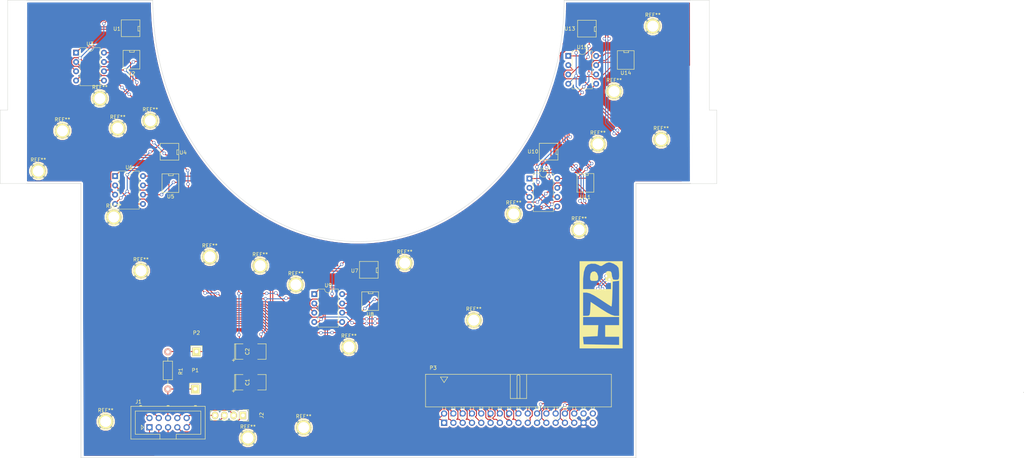
<source format=kicad_pcb>
(kicad_pcb (version 4) (host pcbnew 4.0.6-e0-6349~53~ubuntu14.04.1)
  (layers (0 F.Cu signal hide) (31 B.Cu signal hide) (34 B.Paste user) (35 F.Paste user) (36 B.SilkS user) (37 F.SilkS user) (38 B.Mask user) (39 F.Mask user) (44 Edge.Cuts user))
  (net 0 "")
  (net 1 LP+)
  (net 2 Flip-)
  (net 3 Flip+)
  (net 4 Test-)
  (net 5 Test+)
  (net 6 Vcc+)
  (net 7 LP2-)
  (net 8 U1-)
  (net 9 U1+)
  (net 10 U2-)
  (net 11 U2+)
  (net 12 U3-)
  (net 13 U3+)
  (net 14 U4-)
  (net 15 U4+)
  (net 16 U5-)
  (net 17 U5+)
  (net 18 U6-)
  (net 19 U6+)
  (net 20 U7-)
  (net 21 U7+)
  (net 22 U8-)
  (net 23 U8+)
  (net 24 U9-)
  (net 25 U9+)
  (net 26 U10-)
  (net 27 U10+)
  (net 28 U11-)
  (net 29 U11+)
  (net 30 U12-)
  (net 31 U12+)
  (net 32 U13-)
  (net 33 U13+)
  (net 34 U14-)
  (net 35 U14+)
  (net 36 U15-)
  (net 37 U15+)
  (net 38 "Net-(U1-Pad8)")
  (net 39 "Net-(U1-Pad7)")
  (net 40 LP-)
  (net 41 "Net-(U2-Pad8)")
  (net 42 "Net-(U2-Pad7)")
  (net 43 "Net-(U2-Pad3)")
  (net 44 "Net-(U2-Pad1)")
  (net 45 "Net-(U4-Pad8)")
  (net 46 "Net-(U4-Pad7)")
  (net 47 "Net-(U5-Pad8)")
  (net 48 "Net-(U5-Pad7)")
  (net 49 "Net-(U5-Pad3)")
  (net 50 "Net-(U5-Pad1)")
  (net 51 "Net-(U7-Pad8)")
  (net 52 "Net-(U7-Pad7)")
  (net 53 "Net-(U10-Pad1)")
  (net 54 "Net-(U10-Pad3)")
  (net 55 "Net-(U8-Pad3)")
  (net 56 "Net-(U8-Pad1)")
  (net 57 "Net-(U10-Pad8)")
  (net 58 "Net-(U10-Pad7)")
  (net 59 "Net-(U11-Pad8)")
  (net 60 "Net-(U11-Pad7)")
  (net 61 "Net-(U11-Pad3)")
  (net 62 "Net-(U11-Pad1)")
  (net 63 "Net-(U13-Pad8)")
  (net 64 "Net-(U13-Pad7)")
  (net 65 "Net-(U14-Pad3)")
  (net 66 "Net-(U14-Pad1)")
  (net 67 Vcc-)
  (net 68 Load1)
  (net 69 Load2)
  (net 70 Load3)
  (net 71 Load4)
  (net 72 "Net-(P3-Pad32)")
  (net 73 "Net-(P3-Pad33)")
  (net 74 "Net-(P3-Pad34)")
  (net 75 LP)
  (module Connect:1pin (layer F.Cu) (at 131.47548 134.57936)
    (fp_text reference REF** (at 0 -3.048) (layer F.SilkS))
    (fp_text value 1pin)
    (pad 1 thru_hole circle (at 0 0) (size 4.064 4.064) (drill 3.048) (layers *.Cu *.Mask F.SilkS) (net 7 LP2-))
  )
  (module Connect:1pin (layer F.Cu) (at 110.8456 122.00636)
    (fp_text reference REF** (at 0 -3.048) (layer F.SilkS))
    (fp_text value 1pin)
    (pad 1 thru_hole circle (at 0 0) (size 4.064 4.064) (drill 3.048) (layers *.Cu *.Mask F.SilkS) (net 7 LP2-))
  )
  (module Connect:1pin (layer F.Cu) (at 141.44752 108.2548)
    (fp_text reference REF** (at 0 -3.048) (layer F.SilkS))
    (fp_text value 1pin)
    (pad 1 thru_hole circle (at 0 0) (size 4.064 4.064) (drill 3.048) (layers *.Cu *.Mask F.SilkS) (net 7 LP2-))
  )
  (module Connect:1pin (layer F.Cu) (at 195.71716 170.08856)
    (fp_text reference REF** (at 0 -3.048) (layer F.SilkS))
    (fp_text value 1pin)
    (pad 1 thru_hole circle (at 0 0) (size 4.064 4.064) (drill 3.048) (layers *.Cu *.Mask F.SilkS) (net 7 LP2-))
  )
  (module Connect:1pin (layer F.Cu) (at 181.21884 153.05532)
    (fp_text reference REF** (at 0 -3.048) (layer F.SilkS))
    (fp_text value 1pin)
    (pad 1 thru_hole circle (at 0 0) (size 4.064 4.064) (drill 3.048) (layers *.Cu *.Mask F.SilkS) (net 7 LP2-))
  )
  (module Connect:1pin (layer F.Cu) (at 127.67056 102.1588)
    (fp_text reference REF** (at 0 -3.048) (layer F.SilkS))
    (fp_text value 1pin)
    (pad 1 thru_hole circle (at 0 0) (size 4.064 4.064) (drill 3.048) (layers *.Cu *.Mask F.SilkS) (net 7 LP2-))
  )
  (module Connect:1pin (layer F.Cu) (at 132.55752 110.30204)
    (fp_text reference REF** (at 0 -3.048) (layer F.SilkS))
    (fp_text value 1pin)
    (pad 1 thru_hole circle (at 0 0) (size 4.064 4.064) (drill 3.048) (layers *.Cu *.Mask F.SilkS) (net 7 LP2-))
  )
  (module Connect:1pin (layer F.Cu) (at 117.43944 111.00308)
    (fp_text reference REF** (at 0 -3.048) (layer F.SilkS))
    (fp_text value 1pin)
    (pad 1 thru_hole circle (at 0 0) (size 4.064 4.064) (drill 3.048) (layers *.Cu *.Mask F.SilkS) (net 7 LP2-))
  )
  (module Connect:1pin (layer F.Cu) (at 138.89228 149.23516)
    (fp_text reference REF** (at 0 -3.048) (layer F.SilkS))
    (fp_text value 1pin)
    (pad 1 thru_hole circle (at 0 0) (size 4.064 4.064) (drill 3.048) (layers *.Cu *.Mask F.SilkS) (net 7 LP2-))
  )
  (module Connect:1pin (layer F.Cu) (at 157.7086 145.43532)
    (fp_text reference REF** (at 0 -3.048) (layer F.SilkS))
    (fp_text value 1pin)
    (pad 1 thru_hole circle (at 0 0) (size 4.064 4.064) (drill 3.048) (layers *.Cu *.Mask F.SilkS) (net 7 LP2-))
  )
  (module Connect:1pin (layer F.Cu) (at 171.46016 147.84832)
    (fp_text reference REF** (at 0 -3.048) (layer F.SilkS))
    (fp_text value 1pin)
    (pad 1 thru_hole circle (at 0 0) (size 4.064 4.064) (drill 3.048) (layers *.Cu *.Mask F.SilkS) (net 7 LP2-))
  )
  (module Connect:1pin (layer F.Cu) (at 210.95716 147.12696)
    (fp_text reference REF** (at 0 -3.048) (layer F.SilkS))
    (fp_text value 1pin)
    (pad 1 thru_hole circle (at 0 0) (size 4.064 4.064) (drill 3.048) (layers *.Cu *.Mask F.SilkS) (net 7 LP2-))
  )
  (module Connect:1pin (layer F.Cu) (at 258.61264 138.06424)
    (fp_text reference REF** (at 0 -3.048) (layer F.SilkS))
    (fp_text value 1pin)
    (pad 1 thru_hole circle (at 0 0) (size 4.064 4.064) (drill 3.048) (layers *.Cu *.Mask F.SilkS) (net 7 LP2-))
  )
  (module Connect:1pin (layer F.Cu) (at 278.75484 82.423)
    (fp_text reference REF** (at 0 -3.048) (layer F.SilkS))
    (fp_text value 1pin)
    (pad 1 thru_hole circle (at 0 0) (size 4.064 4.064) (drill 3.048) (layers *.Cu *.Mask F.SilkS) (net 7 LP2-))
  )
  (module Connect:1pin (layer F.Cu) (at 268.1732 100.2538)
    (fp_text reference REF** (at 0 -3.048) (layer F.SilkS))
    (fp_text value 1pin)
    (pad 1 thru_hole circle (at 0 0) (size 4.064 4.064) (drill 3.048) (layers *.Cu *.Mask F.SilkS) (net 7 LP2-))
  )
  (module Connect:1pin (layer F.Cu) (at 263.7536 114.6048)
    (fp_text reference REF** (at 0 -3.048) (layer F.SilkS))
    (fp_text value 1pin)
    (pad 1 thru_hole circle (at 0 0) (size 4.064 4.064) (drill 3.048) (layers *.Cu *.Mask F.SilkS) (net 7 LP2-))
  )
  (module Connect:1pin (layer F.Cu) (at 281.0256 113.3856)
    (fp_text reference REF** (at 0 -3.048) (layer F.SilkS))
    (fp_text value 1pin)
    (pad 1 thru_hole circle (at 0 0) (size 4.064 4.064) (drill 3.048) (layers *.Cu *.Mask F.SilkS) (net 7 LP2-))
  )
  (module Connect:1pin (layer F.Cu) (at 240.7412 133.7056)
    (fp_text reference REF** (at 0 -3.048) (layer F.SilkS))
    (fp_text value 1pin)
    (pad 1 thru_hole circle (at 0 0) (size 4.064 4.064) (drill 3.048) (layers *.Cu *.Mask F.SilkS) (net 7 LP2-))
  )
  (module Connect:1pin (layer F.Cu) (at 129.25044 190.43396)
    (fp_text reference REF** (at 0 -3.048) (layer F.SilkS))
    (fp_text value 1pin)
    (pad 1 thru_hole circle (at 0 0) (size 4.064 4.064) (drill 3.048) (layers *.Cu *.Mask F.SilkS) (net 7 LP2-))
  )
  (module Connect:1pin (layer F.Cu) (at 229.83444 162.74796)
    (fp_text reference REF** (at 0 -3.048) (layer F.SilkS))
    (fp_text value 1pin)
    (pad 1 thru_hole circle (at 0 0) (size 4.064 4.064) (drill 3.048) (layers *.Cu *.Mask F.SilkS) (net 7 LP2-))
  )
  (module Connect:1pin (layer F.Cu) (at 183.35244 192.08496)
    (fp_text reference REF** (at 0 -3.048) (layer F.SilkS))
    (fp_text value 1pin)
    (pad 1 thru_hole circle (at 0 0) (size 4.064 4.064) (drill 3.048) (layers *.Cu *.Mask F.SilkS) (net 7 LP2-))
  )
  (module SMD_Packages:SMD-2512_Pol (layer F.Cu) (at 168.78 179.71)
    (fp_text reference C1 (at -0.8001 0 90) (layer F.SilkS))
    (fp_text value C)
    (fp_text user + (at -4.59994 2.30124) (layer F.SilkS))
    (pad 1 smd rect (at -2.99974 0) (size 1.99898 2.99974) (layers F.Cu F.Paste F.Mask) (net 1 LP+))
    (pad 2 smd rect (at 2.99974 0) (size 1.99898 2.99974) (layers F.Cu F.Paste F.Mask) (net 67 Vcc-))
  )
  (module SMD_Packages:SMD-2512_Pol (layer F.Cu) (at 168.78 171.32)
    (fp_text reference C2 (at -0.8001 0 90) (layer F.SilkS))
    (fp_text value C)
    (fp_text user + (at -4.59994 2.30124) (layer F.SilkS))
    (pad 1 smd rect (at -2.99974 0) (size 1.99898 2.99974) (layers F.Cu F.Paste F.Mask) (net 1 LP+))
    (pad 2 smd rect (at 2.99974 0) (size 1.99898 2.99974) (layers F.Cu F.Paste F.Mask) (net 67 Vcc-))
  )
  (module Connectors_Multicomp:Multicomp_MC9A12-1034_2x05x2.54mm_Straight (layer F.Cu) (at 141.22 192.02)
    (fp_text reference J1 (at -3 -7) (layer F.SilkS))
    (fp_text value CONN_02X05)
    (pad 1 thru_hole rect (at 0 0) (size 1.7 1.7) (drill 1) (layers *.Cu *.Mask) (net 2 Flip-))
    (pad 2 thru_hole circle (at 0 -2.54) (size 1.7 1.7) (drill 1) (layers *.Cu *.Mask) (net 3 Flip+))
    (pad 3 thru_hole circle (at 2.54 0) (size 1.7 1.7) (drill 1) (layers *.Cu *.Mask) (net 4 Test-))
    (pad 4 thru_hole circle (at 2.54 -2.54) (size 1.7 1.7) (drill 1) (layers *.Cu *.Mask) (net 5 Test+))
    (pad 5 thru_hole circle (at 5.08 0) (size 1.7 1.7) (drill 1) (layers *.Cu *.Mask) (net 67 Vcc-))
    (pad 6 thru_hole circle (at 5.08 -2.54) (size 1.7 1.7) (drill 1) (layers *.Cu *.Mask) (net 6 Vcc+))
    (pad 7 thru_hole circle (at 7.62 0) (size 1.7 1.7) (drill 1) (layers *.Cu *.Mask) (net 68 Load1))
    (pad 8 thru_hole circle (at 7.62 -2.54) (size 1.7 1.7) (drill 1) (layers *.Cu *.Mask) (net 69 Load2))
    (pad 9 thru_hole circle (at 10.16 0) (size 1.7 1.7) (drill 1) (layers *.Cu *.Mask) (net 70 Load3))
    (pad 10 thru_hole circle (at 10.16 -2.54) (size 1.7 1.7) (drill 1) (layers *.Cu *.Mask) (net 71 Load4))
  )
  (module Pin_Headers:Pin_Header_Straight_1x01 (layer F.Cu) (at 153.73 181.53)
    (fp_text reference P1 (at 0 -5.1) (layer F.SilkS))
    (fp_text value CONN_01X01)
    (pad 1 thru_hole rect (at 0 0) (size 2.2352 2.2352) (drill 1.016) (layers *.Cu *.Mask F.SilkS) (net 6 Vcc+))
  )
  (module Pin_Headers:Pin_Header_Straight_1x01 (layer F.Cu) (at 154.06 171.31)
    (fp_text reference P2 (at 0 -5.1) (layer F.SilkS))
    (fp_text value CONN_01X01)
    (pad 1 thru_hole rect (at 0 0) (size 2.2352 2.2352) (drill 1.016) (layers *.Cu *.Mask F.SilkS) (net 1 LP+))
  )
  (module Connectors_Multicomp:Multicomp_MC9A22-3434_2x17x2.54mm_Angled (layer F.Cu) (at 221.72 190.78)
    (fp_text reference P3 (at -3 -15) (layer F.SilkS))
    (fp_text value CONN_02X15)
    (pad 1 thru_hole rect (at 0 0) (size 1.7 1.7) (drill 1) (layers *.Cu *.Mask) (net 8 U1-))
    (pad 2 thru_hole circle (at 0 -2.54) (size 1.7 1.7) (drill 1) (layers *.Cu *.Mask) (net 9 U1+))
    (pad 3 thru_hole circle (at 2.54 0) (size 1.7 1.7) (drill 1) (layers *.Cu *.Mask) (net 10 U2-))
    (pad 4 thru_hole circle (at 2.54 -2.54) (size 1.7 1.7) (drill 1) (layers *.Cu *.Mask) (net 11 U2+))
    (pad 5 thru_hole circle (at 5.08 0) (size 1.7 1.7) (drill 1) (layers *.Cu *.Mask) (net 12 U3-))
    (pad 6 thru_hole circle (at 5.08 -2.54) (size 1.7 1.7) (drill 1) (layers *.Cu *.Mask) (net 13 U3+))
    (pad 7 thru_hole circle (at 7.62 0) (size 1.7 1.7) (drill 1) (layers *.Cu *.Mask) (net 14 U4-))
    (pad 8 thru_hole circle (at 7.62 -2.54) (size 1.7 1.7) (drill 1) (layers *.Cu *.Mask) (net 15 U4+))
    (pad 9 thru_hole circle (at 10.16 0) (size 1.7 1.7) (drill 1) (layers *.Cu *.Mask) (net 16 U5-))
    (pad 10 thru_hole circle (at 10.16 -2.54) (size 1.7 1.7) (drill 1) (layers *.Cu *.Mask) (net 17 U5+))
    (pad 11 thru_hole circle (at 12.7 0) (size 1.7 1.7) (drill 1) (layers *.Cu *.Mask) (net 18 U6-))
    (pad 12 thru_hole circle (at 12.7 -2.54) (size 1.7 1.7) (drill 1) (layers *.Cu *.Mask) (net 19 U6+))
    (pad 13 thru_hole circle (at 15.24 0) (size 1.7 1.7) (drill 1) (layers *.Cu *.Mask) (net 20 U7-))
    (pad 14 thru_hole circle (at 15.24 -2.54) (size 1.7 1.7) (drill 1) (layers *.Cu *.Mask) (net 21 U7+))
    (pad 15 thru_hole circle (at 17.78 0) (size 1.7 1.7) (drill 1) (layers *.Cu *.Mask) (net 22 U8-))
    (pad 16 thru_hole circle (at 17.78 -2.54) (size 1.7 1.7) (drill 1) (layers *.Cu *.Mask) (net 23 U8+))
    (pad 17 thru_hole circle (at 20.32 0) (size 1.7 1.7) (drill 1) (layers *.Cu *.Mask) (net 24 U9-))
    (pad 18 thru_hole circle (at 20.32 -2.54) (size 1.7 1.7) (drill 1) (layers *.Cu *.Mask) (net 25 U9+))
    (pad 19 thru_hole circle (at 22.86 0) (size 1.7 1.7) (drill 1) (layers *.Cu *.Mask) (net 26 U10-))
    (pad 20 thru_hole circle (at 22.86 -2.54) (size 1.7 1.7) (drill 1) (layers *.Cu *.Mask) (net 27 U10+))
    (pad 21 thru_hole circle (at 25.4 0) (size 1.7 1.7) (drill 1) (layers *.Cu *.Mask) (net 28 U11-))
    (pad 22 thru_hole circle (at 25.4 -2.54) (size 1.7 1.7) (drill 1) (layers *.Cu *.Mask) (net 29 U11+))
    (pad 23 thru_hole circle (at 27.94 0) (size 1.7 1.7) (drill 1) (layers *.Cu *.Mask) (net 30 U12-))
    (pad 24 thru_hole circle (at 27.94 -2.54) (size 1.7 1.7) (drill 1) (layers *.Cu *.Mask) (net 31 U12+))
    (pad 25 thru_hole circle (at 30.48 0) (size 1.7 1.7) (drill 1) (layers *.Cu *.Mask) (net 32 U13-))
    (pad 26 thru_hole circle (at 30.48 -2.54) (size 1.7 1.7) (drill 1) (layers *.Cu *.Mask) (net 33 U13+))
    (pad 27 thru_hole circle (at 33.02 0) (size 1.7 1.7) (drill 1) (layers *.Cu *.Mask) (net 34 U14-))
    (pad 28 thru_hole circle (at 33.02 -2.54) (size 1.7 1.7) (drill 1) (layers *.Cu *.Mask) (net 35 U14+))
    (pad 29 thru_hole circle (at 35.56 0) (size 1.7 1.7) (drill 1) (layers *.Cu *.Mask) (net 36 U15-))
    (pad 30 thru_hole circle (at 35.56 -2.54) (size 1.7 1.7) (drill 1) (layers *.Cu *.Mask) (net 37 U15+))
    (pad 31 thru_hole circle (at 38.1 0) (size 1.7 1.7) (drill 1) (layers *.Cu *.Mask) (net 7 LP2-))
    (pad 32 thru_hole circle (at 38.1 -2.54) (size 1.7 1.7) (drill 1) (layers *.Cu *.Mask) (net 72 "Net-(P3-Pad32)"))
    (pad 33 thru_hole circle (at 40.64 0) (size 1.7 1.7) (drill 1) (layers *.Cu *.Mask) (net 73 "Net-(P3-Pad33)"))
    (pad 34 thru_hole circle (at 40.64 -2.54) (size 1.7 1.7) (drill 1) (layers *.Cu *.Mask) (net 74 "Net-(P3-Pad34)"))
  )
  (module Resistors_ThroughHole:Resistor_Horizontal_RM10mm (layer F.Cu) (at 146.24 171.4 270)
    (fp_text reference R1 (at 5.32892 -3.50012 270) (layer F.SilkS))
    (fp_text value R)
    (pad 1 thru_hole circle (at 0 0 270) (size 1.99898 1.99898) (drill 1.00076) (layers *.Cu *.SilkS *.Mask) (net 1 LP+))
    (pad 2 thru_hole circle (at 10.16 0 270) (size 1.99898 1.99898) (drill 1.00076) (layers *.Cu *.SilkS *.Mask) (net 6 Vcc+))
  )
  (module SMD_Packages:SOIC-8-N (layer F.Cu) (at 136.06 82.98 180)
    (fp_text reference U1 (at 3.73616 -0.1542 180) (layer F.SilkS))
    (fp_text value AFF755b)
    (pad 8 smd rect (at -1.905 -3.175 180) (size 0.508 1.143) (layers F.Cu F.Paste F.Mask) (net 38 "Net-(U1-Pad8)"))
    (pad 7 smd rect (at -0.635 -3.175 180) (size 0.508 1.143) (layers F.Cu F.Paste F.Mask) (net 39 "Net-(U1-Pad7)"))
    (pad 6 smd rect (at 0.635 -3.175 180) (size 0.508 1.143) (layers F.Cu F.Paste F.Mask) (net 1 LP+))
    (pad 5 smd rect (at 1.905 -3.175 180) (size 0.508 1.143) (layers F.Cu F.Paste F.Mask) (net 9 U1+))
    (pad 4 smd rect (at 1.905 3.175 180) (size 0.508 1.143) (layers F.Cu F.Paste F.Mask) (net 40 LP-))
    (pad 3 smd rect (at 0.635 3.175 180) (size 0.508 1.143) (layers F.Cu F.Paste F.Mask) (net 5 Test+))
    (pad 2 smd rect (at -0.635 3.175 180) (size 0.508 1.143) (layers F.Cu F.Paste F.Mask) (net 8 U1-))
    (pad 1 smd rect (at -1.905 3.175 180) (size 0.508 1.143) (layers F.Cu F.Paste F.Mask) (net 3 Flip+))
  )
  (module SMD_Packages:SOIC-8-N (layer F.Cu) (at 136.3 91.57 270)
    (fp_text reference U2 (at 3.80192 -0.02688 360) (layer F.SilkS))
    (fp_text value AFF755b)
    (pad 8 smd rect (at -1.905 -3.175 270) (size 0.508 1.143) (layers F.Cu F.Paste F.Mask) (net 41 "Net-(U2-Pad8)"))
    (pad 7 smd rect (at -0.635 -3.175 270) (size 0.508 1.143) (layers F.Cu F.Paste F.Mask) (net 42 "Net-(U2-Pad7)"))
    (pad 6 smd rect (at 0.635 -3.175 270) (size 0.508 1.143) (layers F.Cu F.Paste F.Mask) (net 75 LP))
    (pad 5 smd rect (at 1.905 -3.175 270) (size 0.508 1.143) (layers F.Cu F.Paste F.Mask) (net 13 U3+))
    (pad 4 smd rect (at 1.905 3.175 270) (size 0.508 1.143) (layers F.Cu F.Paste F.Mask) (net 40 LP-))
    (pad 3 smd rect (at 0.635 3.175 270) (size 0.508 1.143) (layers F.Cu F.Paste F.Mask) (net 43 "Net-(U2-Pad3)"))
    (pad 2 smd rect (at -0.635 3.175 270) (size 0.508 1.143) (layers F.Cu F.Paste F.Mask) (net 12 U3-))
    (pad 1 smd rect (at -1.905 3.175 270) (size 0.508 1.143) (layers F.Cu F.Paste F.Mask) (net 44 "Net-(U2-Pad1)"))
  )
  (module Housings_DIP:DIP-8_W7.62mm (layer F.Cu) (at 121.17 89.66)
    (fp_text reference U3 (at 3.81 -2.39) (layer F.SilkS))
    (fp_text value AFF755b)
    (pad 1 thru_hole rect (at 0 0) (size 1.6 1.6) (drill 0.8) (layers *.Cu *.Mask) (net 38 "Net-(U1-Pad8)"))
    (pad 5 thru_hole oval (at 7.62 7.62) (size 1.6 1.6) (drill 0.8) (layers *.Cu *.Mask) (net 11 U2+))
    (pad 2 thru_hole oval (at 0 2.54) (size 1.6 1.6) (drill 0.8) (layers *.Cu *.Mask) (net 10 U2-))
    (pad 6 thru_hole oval (at 7.62 5.08) (size 1.6 1.6) (drill 0.8) (layers *.Cu *.Mask) (net 1 LP+))
    (pad 3 thru_hole oval (at 0 5.08) (size 1.6 1.6) (drill 0.8) (layers *.Cu *.Mask) (net 39 "Net-(U1-Pad7)"))
    (pad 7 thru_hole oval (at 7.62 2.54) (size 1.6 1.6) (drill 0.8) (layers *.Cu *.Mask) (net 43 "Net-(U2-Pad3)"))
    (pad 4 thru_hole oval (at 0 7.62) (size 1.6 1.6) (drill 0.8) (layers *.Cu *.Mask) (net 40 LP-))
    (pad 8 thru_hole oval (at 7.62 0) (size 1.6 1.6) (drill 0.8) (layers *.Cu *.Mask) (net 44 "Net-(U2-Pad1)"))
  )
  (module SMD_Packages:SOIC-8-N (layer F.Cu) (at 146.69 116.73 180)
    (fp_text reference U4 (at -3.72372 -0.22176 180) (layer F.SilkS))
    (fp_text value AFF755b)
    (pad 8 smd rect (at -1.905 -3.175 180) (size 0.508 1.143) (layers F.Cu F.Paste F.Mask) (net 45 "Net-(U4-Pad8)"))
    (pad 7 smd rect (at -0.635 -3.175 180) (size 0.508 1.143) (layers F.Cu F.Paste F.Mask) (net 46 "Net-(U4-Pad7)"))
    (pad 6 smd rect (at 0.635 -3.175 180) (size 0.508 1.143) (layers F.Cu F.Paste F.Mask) (net 1 LP+))
    (pad 5 smd rect (at 1.905 -3.175 180) (size 0.508 1.143) (layers F.Cu F.Paste F.Mask) (net 15 U4+))
    (pad 4 smd rect (at 1.905 3.175 180) (size 0.508 1.143) (layers F.Cu F.Paste F.Mask) (net 40 LP-))
    (pad 3 smd rect (at 0.635 3.175 180) (size 0.508 1.143) (layers F.Cu F.Paste F.Mask) (net 42 "Net-(U2-Pad7)"))
    (pad 2 smd rect (at -0.635 3.175 180) (size 0.508 1.143) (layers F.Cu F.Paste F.Mask) (net 14 U4-))
    (pad 1 smd rect (at -1.905 3.175 180) (size 0.508 1.143) (layers F.Cu F.Paste F.Mask) (net 41 "Net-(U2-Pad8)"))
  )
  (module SMD_Packages:SOIC-8-N (layer F.Cu) (at 146.94 125.31 270)
    (fp_text reference U5 (at 3.64072 -0.05996 360) (layer F.SilkS))
    (fp_text value AFF755b)
    (pad 8 smd rect (at -1.905 -3.175 270) (size 0.508 1.143) (layers F.Cu F.Paste F.Mask) (net 47 "Net-(U5-Pad8)"))
    (pad 7 smd rect (at -0.635 -3.175 270) (size 0.508 1.143) (layers F.Cu F.Paste F.Mask) (net 48 "Net-(U5-Pad7)"))
    (pad 6 smd rect (at 0.635 -3.175 270) (size 0.508 1.143) (layers F.Cu F.Paste F.Mask) (net 1 LP+))
    (pad 5 smd rect (at 1.905 -3.175 270) (size 0.508 1.143) (layers F.Cu F.Paste F.Mask) (net 19 U6+))
    (pad 4 smd rect (at 1.905 3.175 270) (size 0.508 1.143) (layers F.Cu F.Paste F.Mask) (net 40 LP-))
    (pad 3 smd rect (at 0.635 3.175 270) (size 0.508 1.143) (layers F.Cu F.Paste F.Mask) (net 49 "Net-(U5-Pad3)"))
    (pad 2 smd rect (at -0.635 3.175 270) (size 0.508 1.143) (layers F.Cu F.Paste F.Mask) (net 18 U6-))
    (pad 1 smd rect (at -1.905 3.175 270) (size 0.508 1.143) (layers F.Cu F.Paste F.Mask) (net 50 "Net-(U5-Pad1)"))
  )
  (module Housings_DIP:DIP-8_W7.62mm (layer F.Cu) (at 131.83 123.38)
    (fp_text reference U6 (at 3.81 -2.39) (layer F.SilkS))
    (fp_text value AFF755b)
    (pad 1 thru_hole rect (at 0 0) (size 1.6 1.6) (drill 0.8) (layers *.Cu *.Mask) (net 45 "Net-(U4-Pad8)"))
    (pad 5 thru_hole oval (at 7.62 7.62) (size 1.6 1.6) (drill 0.8) (layers *.Cu *.Mask) (net 17 U5+))
    (pad 2 thru_hole oval (at 0 2.54) (size 1.6 1.6) (drill 0.8) (layers *.Cu *.Mask) (net 16 U5-))
    (pad 6 thru_hole oval (at 7.62 5.08) (size 1.6 1.6) (drill 0.8) (layers *.Cu *.Mask) (net 1 LP+))
    (pad 3 thru_hole oval (at 0 5.08) (size 1.6 1.6) (drill 0.8) (layers *.Cu *.Mask) (net 46 "Net-(U4-Pad7)"))
    (pad 7 thru_hole oval (at 7.62 2.54) (size 1.6 1.6) (drill 0.8) (layers *.Cu *.Mask) (net 49 "Net-(U5-Pad3)"))
    (pad 4 thru_hole oval (at 0 7.62) (size 1.6 1.6) (drill 0.8) (layers *.Cu *.Mask) (net 40 LP-))
    (pad 8 thru_hole oval (at 7.62 0) (size 1.6 1.6) (drill 0.8) (layers *.Cu *.Mask) (net 50 "Net-(U5-Pad1)"))
  )
  (module SMD_Packages:SOIC-8-N (layer F.Cu) (at 201.15 148.99 180)
    (fp_text reference U7 (at 3.8682 -0.25532 180) (layer F.SilkS))
    (fp_text value AFF755b)
    (pad 8 smd rect (at -1.905 -3.175 180) (size 0.508 1.143) (layers F.Cu F.Paste F.Mask) (net 51 "Net-(U7-Pad8)"))
    (pad 7 smd rect (at -0.635 -3.175 180) (size 0.508 1.143) (layers F.Cu F.Paste F.Mask) (net 52 "Net-(U7-Pad7)"))
    (pad 6 smd rect (at 0.635 -3.175 180) (size 0.508 1.143) (layers F.Cu F.Paste F.Mask) (net 1 LP+))
    (pad 5 smd rect (at 1.905 -3.175 180) (size 0.508 1.143) (layers F.Cu F.Paste F.Mask) (net 21 U7+))
    (pad 4 smd rect (at 1.905 3.175 180) (size 0.508 1.143) (layers F.Cu F.Paste F.Mask) (net 40 LP-))
    (pad 3 smd rect (at 0.635 3.175 180) (size 0.508 1.143) (layers F.Cu F.Paste F.Mask) (net 48 "Net-(U5-Pad7)"))
    (pad 2 smd rect (at -0.635 3.175 180) (size 0.508 1.143) (layers F.Cu F.Paste F.Mask) (net 20 U7-))
    (pad 1 smd rect (at -1.905 3.175 180) (size 0.508 1.143) (layers F.Cu F.Paste F.Mask) (net 47 "Net-(U5-Pad8)"))
  )
  (module SMD_Packages:SOIC-8-N (layer F.Cu) (at 201.51 157.54 270)
    (fp_text reference U8 (at 3.60776 -0.01868 360) (layer F.SilkS))
    (fp_text value AFF755b)
    (pad 8 smd rect (at -1.905 -3.175 270) (size 0.508 1.143) (layers F.Cu F.Paste F.Mask) (net 53 "Net-(U10-Pad1)"))
    (pad 7 smd rect (at -0.635 -3.175 270) (size 0.508 1.143) (layers F.Cu F.Paste F.Mask) (net 54 "Net-(U10-Pad3)"))
    (pad 6 smd rect (at 0.635 -3.175 270) (size 0.508 1.143) (layers F.Cu F.Paste F.Mask) (net 1 LP+))
    (pad 5 smd rect (at 1.905 -3.175 270) (size 0.508 1.143) (layers F.Cu F.Paste F.Mask) (net 25 U9+))
    (pad 4 smd rect (at 1.905 3.175 270) (size 0.508 1.143) (layers F.Cu F.Paste F.Mask) (net 40 LP-))
    (pad 3 smd rect (at 0.635 3.175 270) (size 0.508 1.143) (layers F.Cu F.Paste F.Mask) (net 55 "Net-(U8-Pad3)"))
    (pad 2 smd rect (at -0.635 3.175 270) (size 0.508 1.143) (layers F.Cu F.Paste F.Mask) (net 24 U9-))
    (pad 1 smd rect (at -1.905 3.175 270) (size 0.508 1.143) (layers F.Cu F.Paste F.Mask) (net 56 "Net-(U8-Pad1)"))
  )
  (module Housings_DIP:DIP-8_W7.62mm (layer F.Cu) (at 186.25 155.63)
    (fp_text reference U9 (at 3.81 -2.39) (layer F.SilkS))
    (fp_text value AFF755b)
    (pad 1 thru_hole rect (at 0 0) (size 1.6 1.6) (drill 0.8) (layers *.Cu *.Mask) (net 51 "Net-(U7-Pad8)"))
    (pad 5 thru_hole oval (at 7.62 7.62) (size 1.6 1.6) (drill 0.8) (layers *.Cu *.Mask) (net 23 U8+))
    (pad 2 thru_hole oval (at 0 2.54) (size 1.6 1.6) (drill 0.8) (layers *.Cu *.Mask) (net 22 U8-))
    (pad 6 thru_hole oval (at 7.62 5.08) (size 1.6 1.6) (drill 0.8) (layers *.Cu *.Mask) (net 1 LP+))
    (pad 3 thru_hole oval (at 0 5.08) (size 1.6 1.6) (drill 0.8) (layers *.Cu *.Mask) (net 52 "Net-(U7-Pad7)"))
    (pad 7 thru_hole oval (at 7.62 2.54) (size 1.6 1.6) (drill 0.8) (layers *.Cu *.Mask) (net 55 "Net-(U8-Pad3)"))
    (pad 4 thru_hole oval (at 0 7.62) (size 1.6 1.6) (drill 0.8) (layers *.Cu *.Mask) (net 40 LP-))
    (pad 8 thru_hole oval (at 7.62 0) (size 1.6 1.6) (drill 0.8) (layers *.Cu *.Mask) (net 56 "Net-(U8-Pad1)"))
  )
  (module SMD_Packages:SOIC-8-N (layer F.Cu) (at 250.28 116.7 180)
    (fp_text reference U10 (at 4.281 0.02256 180) (layer F.SilkS))
    (fp_text value AFF755b)
    (pad 8 smd rect (at -1.905 -3.175 180) (size 0.508 1.143) (layers F.Cu F.Paste F.Mask) (net 57 "Net-(U10-Pad8)"))
    (pad 7 smd rect (at -0.635 -3.175 180) (size 0.508 1.143) (layers F.Cu F.Paste F.Mask) (net 58 "Net-(U10-Pad7)"))
    (pad 6 smd rect (at 0.635 -3.175 180) (size 0.508 1.143) (layers F.Cu F.Paste F.Mask) (net 1 LP+))
    (pad 5 smd rect (at 1.905 -3.175 180) (size 0.508 1.143) (layers F.Cu F.Paste F.Mask) (net 27 U10+))
    (pad 4 smd rect (at 1.905 3.175 180) (size 0.508 1.143) (layers F.Cu F.Paste F.Mask) (net 40 LP-))
    (pad 3 smd rect (at 0.635 3.175 180) (size 0.508 1.143) (layers F.Cu F.Paste F.Mask) (net 54 "Net-(U10-Pad3)"))
    (pad 2 smd rect (at -0.635 3.175 180) (size 0.508 1.143) (layers F.Cu F.Paste F.Mask) (net 26 U10-))
    (pad 1 smd rect (at -1.905 3.175 180) (size 0.508 1.143) (layers F.Cu F.Paste F.Mask) (net 53 "Net-(U10-Pad1)"))
  )
  (module SMD_Packages:SOIC-8-N (layer F.Cu) (at 260.34 125.23 270)
    (fp_text reference U11 (at 3.9036 0.0408 360) (layer F.SilkS))
    (fp_text value AFF755b)
    (pad 8 smd rect (at -1.905 -3.175 270) (size 0.508 1.143) (layers F.Cu F.Paste F.Mask) (net 59 "Net-(U11-Pad8)"))
    (pad 7 smd rect (at -0.635 -3.175 270) (size 0.508 1.143) (layers F.Cu F.Paste F.Mask) (net 60 "Net-(U11-Pad7)"))
    (pad 6 smd rect (at 0.635 -3.175 270) (size 0.508 1.143) (layers F.Cu F.Paste F.Mask) (net 1 LP+))
    (pad 5 smd rect (at 1.905 -3.175 270) (size 0.508 1.143) (layers F.Cu F.Paste F.Mask) (net 31 U12+))
    (pad 4 smd rect (at 1.905 3.175 270) (size 0.508 1.143) (layers F.Cu F.Paste F.Mask) (net 40 LP-))
    (pad 3 smd rect (at 0.635 3.175 270) (size 0.508 1.143) (layers F.Cu F.Paste F.Mask) (net 61 "Net-(U11-Pad3)"))
    (pad 2 smd rect (at -0.635 3.175 270) (size 0.508 1.143) (layers F.Cu F.Paste F.Mask) (net 30 U12-))
    (pad 1 smd rect (at -1.905 3.175 270) (size 0.508 1.143) (layers F.Cu F.Paste F.Mask) (net 62 "Net-(U11-Pad1)"))
  )
  (module Housings_DIP:DIP-8_W7.62mm (layer F.Cu) (at 245.03 124.05)
    (fp_text reference U12 (at 3.81 -2.39) (layer F.SilkS))
    (fp_text value AFF755b)
    (pad 1 thru_hole rect (at 0 0) (size 1.6 1.6) (drill 0.8) (layers *.Cu *.Mask) (net 57 "Net-(U10-Pad8)"))
    (pad 5 thru_hole oval (at 7.62 7.62) (size 1.6 1.6) (drill 0.8) (layers *.Cu *.Mask) (net 29 U11+))
    (pad 2 thru_hole oval (at 0 2.54) (size 1.6 1.6) (drill 0.8) (layers *.Cu *.Mask) (net 28 U11-))
    (pad 6 thru_hole oval (at 7.62 5.08) (size 1.6 1.6) (drill 0.8) (layers *.Cu *.Mask) (net 1 LP+))
    (pad 3 thru_hole oval (at 0 5.08) (size 1.6 1.6) (drill 0.8) (layers *.Cu *.Mask) (net 58 "Net-(U10-Pad7)"))
    (pad 7 thru_hole oval (at 7.62 2.54) (size 1.6 1.6) (drill 0.8) (layers *.Cu *.Mask) (net 61 "Net-(U11-Pad3)"))
    (pad 4 thru_hole oval (at 0 7.62) (size 1.6 1.6) (drill 0.8) (layers *.Cu *.Mask) (net 40 LP-))
    (pad 8 thru_hole oval (at 7.62 0) (size 1.6 1.6) (drill 0.8) (layers *.Cu *.Mask) (net 62 "Net-(U11-Pad1)"))
  )
  (module SMD_Packages:SOIC-8-N (layer F.Cu) (at 260.74 83.09 180)
    (fp_text reference U13 (at 4.6826 -0.00356 180) (layer F.SilkS))
    (fp_text value AFF755b)
    (pad 8 smd rect (at -1.905 -3.175 180) (size 0.508 1.143) (layers F.Cu F.Paste F.Mask) (net 63 "Net-(U13-Pad8)"))
    (pad 7 smd rect (at -0.635 -3.175 180) (size 0.508 1.143) (layers F.Cu F.Paste F.Mask) (net 64 "Net-(U13-Pad7)"))
    (pad 6 smd rect (at 0.635 -3.175 180) (size 0.508 1.143) (layers F.Cu F.Paste F.Mask) (net 1 LP+))
    (pad 5 smd rect (at 1.905 -3.175 180) (size 0.508 1.143) (layers F.Cu F.Paste F.Mask) (net 33 U13+))
    (pad 4 smd rect (at 1.905 3.175 180) (size 0.508 1.143) (layers F.Cu F.Paste F.Mask) (net 40 LP-))
    (pad 3 smd rect (at 0.635 3.175 180) (size 0.508 1.143) (layers F.Cu F.Paste F.Mask) (net 60 "Net-(U11-Pad7)"))
    (pad 2 smd rect (at -0.635 3.175 180) (size 0.508 1.143) (layers F.Cu F.Paste F.Mask) (net 32 U13-))
    (pad 1 smd rect (at -1.905 3.175 180) (size 0.508 1.143) (layers F.Cu F.Paste F.Mask) (net 59 "Net-(U11-Pad8)"))
  )
  (module SMD_Packages:SOIC-8-N (layer F.Cu) (at 271.35 91.66 270)
    (fp_text reference U14 (at 3.51888 -0.0236 360) (layer F.SilkS))
    (fp_text value AFF755b)
    (pad 8 smd rect (at -1.905 -3.175 270) (size 0.508 1.143) (layers F.Cu F.Paste F.Mask) (net 2 Flip-))
    (pad 7 smd rect (at -0.635 -3.175 270) (size 0.508 1.143) (layers F.Cu F.Paste F.Mask) (net 4 Test-))
    (pad 6 smd rect (at 0.635 -3.175 270) (size 0.508 1.143) (layers F.Cu F.Paste F.Mask) (net 1 LP+))
    (pad 5 smd rect (at 1.905 -3.175 270) (size 0.508 1.143) (layers F.Cu F.Paste F.Mask) (net 37 U15+))
    (pad 4 smd rect (at 1.905 3.175 270) (size 0.508 1.143) (layers F.Cu F.Paste F.Mask) (net 40 LP-))
    (pad 3 smd rect (at 0.635 3.175 270) (size 0.508 1.143) (layers F.Cu F.Paste F.Mask) (net 65 "Net-(U14-Pad3)"))
    (pad 2 smd rect (at -0.635 3.175 270) (size 0.508 1.143) (layers F.Cu F.Paste F.Mask) (net 36 U15-))
    (pad 1 smd rect (at -1.905 3.175 270) (size 0.508 1.143) (layers F.Cu F.Paste F.Mask) (net 66 "Net-(U14-Pad1)"))
  )
  (module Housings_DIP:DIP-8_W7.62mm (layer F.Cu) (at 255.65 90.53)
    (fp_text reference U15 (at 3.81 -2.39) (layer F.SilkS))
    (fp_text value AFF755b)
    (pad 1 thru_hole rect (at 0 0) (size 1.6 1.6) (drill 0.8) (layers *.Cu *.Mask) (net 63 "Net-(U13-Pad8)"))
    (pad 5 thru_hole oval (at 7.62 7.62) (size 1.6 1.6) (drill 0.8) (layers *.Cu *.Mask) (net 35 U14+))
    (pad 2 thru_hole oval (at 0 2.54) (size 1.6 1.6) (drill 0.8) (layers *.Cu *.Mask) (net 34 U14-))
    (pad 6 thru_hole oval (at 7.62 5.08) (size 1.6 1.6) (drill 0.8) (layers *.Cu *.Mask) (net 1 LP+))
    (pad 3 thru_hole oval (at 0 5.08) (size 1.6 1.6) (drill 0.8) (layers *.Cu *.Mask) (net 64 "Net-(U13-Pad7)"))
    (pad 7 thru_hole oval (at 7.62 2.54) (size 1.6 1.6) (drill 0.8) (layers *.Cu *.Mask) (net 65 "Net-(U14-Pad3)"))
    (pad 4 thru_hole oval (at 0 7.62) (size 1.6 1.6) (drill 0.8) (layers *.Cu *.Mask) (net 40 LP-))
    (pad 8 thru_hole oval (at 7.62 0) (size 1.6 1.6) (drill 0.8) (layers *.Cu *.Mask) (net 66 "Net-(U14-Pad1)"))
  )
  (module Connect:1pin (layer F.Cu) (at 168.12768 194.93484)
    (fp_text reference REF** (at 0 -3.048) (layer F.SilkS))
    (fp_text value 1pin)
    (pad 1 thru_hole circle (at 0 0) (size 4.064 4.064) (drill 3.048) (layers *.Cu *.Mask F.SilkS) (net 7 LP2-))
  )
  (module Pin_Headers:Pin_Header_Straight_1x04 (layer F.Cu) (at 166.75608 188.75756 270)
    (fp_text reference J2 (at 0 -5.1 270) (layer F.SilkS))
    (fp_text value CONN_01X04)
    (pad 1 thru_hole rect (at 0 0 270) (size 2.032 1.7272) (drill 1.016) (layers *.Cu *.Mask F.SilkS) (net 68 Load1))
    (pad 2 thru_hole oval (at 0 2.54 270) (size 2.032 1.7272) (drill 1.016) (layers *.Cu *.Mask F.SilkS) (net 69 Load2))
    (pad 3 thru_hole oval (at 0 5.08 270) (size 2.032 1.7272) (drill 1.016) (layers *.Cu *.Mask F.SilkS) (net 70 Load3))
    (pad 4 thru_hole oval (at 0 7.62 270) (size 2.032 1.7272) (drill 1.016) (layers *.Cu *.Mask F.SilkS) (net 71 Load4))
  )
  (module hzblogo:logo5 (layer F.Cu) (at 264.45972 158.6992 90)
    (fp_text reference G*** hide)
    (fp_text value LOGO hide)
  )
  (gr_line (start 289.253 125.414) (end 296.238 125.414) (angle 90) (layer Edge.Cuts) (width 0.1))
  (gr_line (start 296.238 125.414) (end 296.238 105.348) (angle 90) (layer Edge.Cuts) (width 0.1))
  (gr_line (start 296.238 105.348) (end 294.206 105.348) (angle 90) (layer Edge.Cuts) (width 0.1))
  (gr_line (start 294.206 105.348) (end 294.206 75.376) (angle 90) (layer Edge.Cuts) (width 0.1))
  (gr_line (start 294.206 75.376) (end 289.253 75.376) (angle 90) (layer Edge.Cuts) (width 0.1))
  (gr_line (start 102.464 75.356) (end 107.417 75.356) (angle 90) (layer Edge.Cuts) (width 0.1))
  (gr_line (start 102.464 105.328) (end 102.464 75.356) (angle 90) (layer Edge.Cuts) (width 0.1))
  (gr_line (start 100.432 105.338) (end 102.464 105.338) (angle 90) (layer Edge.Cuts) (width 0.1))
  (gr_line (start 100.432 125.404) (end 100.432 105.338) (angle 90) (layer Edge.Cuts) (width 0.1))
  (gr_line (start 107.417 125.404) (end 100.432 125.404) (angle 90) (layer Edge.Cuts) (width 0.1))
  (gr_line (start 254.51164 75.940023) (end 254.514105 75.326945) (layer Edge.Cuts) (width 0.1))
  (gr_line (start 254.492826 77.137189) (end 254.51164 75.940023) (layer Edge.Cuts) (width 0.1))
  (gr_line (start 254.432751 78.870032) (end 254.492826 77.137189) (layer Edge.Cuts) (width 0.1))
  (gr_line (start 254.376213 79.939962) (end 254.432751 78.870032) (layer Edge.Cuts) (width 0.1))
  (gr_line (start 254.28546 81.266033) (end 254.376213 79.939962) (layer Edge.Cuts) (width 0.1))
  (gr_line (start 254.243774 81.783989) (end 254.28546 81.266033) (layer Edge.Cuts) (width 0.1))
  (gr_line (start 254.148127 82.837506) (end 254.243774 81.783989) (layer Edge.Cuts) (width 0.1))
  (gr_line (start 254.008679 84.148469) (end 254.148127 82.837506) (layer Edge.Cuts) (width 0.1))
  (gr_line (start 253.737715 86.248211) (end 254.008679 84.148469) (layer Edge.Cuts) (width 0.1))
  (gr_line (start 253.60271 87.15295) (end 253.737715 86.248211) (layer Edge.Cuts) (width 0.1))
  (gr_line (start 253.213866 89.426708) (end 253.60271 87.15295) (layer Edge.Cuts) (width 0.1))
  (gr_line (start 253.219224 89.399701) (end 253.213866 89.426708) (layer Edge.Cuts) (width 0.1))
  (gr_line (start 252.871124 91.154549) (end 253.219224 89.399701) (layer Edge.Cuts) (width 0.1))
  (gr_line (start 252.552107 92.598551) (end 252.871124 91.154549) (layer Edge.Cuts) (width 0.1))
  (gr_line (start 252.321708 93.565731) (end 252.552107 92.598551) (layer Edge.Cuts) (width 0.1))
  (gr_line (start 252.126056 94.345462) (end 252.321708 93.565731) (layer Edge.Cuts) (width 0.1))
  (gr_line (start 251.837489 95.43563) (end 252.126056 94.345462) (layer Edge.Cuts) (width 0.1))
  (gr_line (start 251.308014 97.282111) (end 251.837489 95.43563) (layer Edge.Cuts) (width 0.1))
  (gr_line (start 251.086267 98.005769) (end 251.308014 97.282111) (layer Edge.Cuts) (width 0.1))
  (gr_line (start 250.737701 99.093052) (end 251.086267 98.005769) (layer Edge.Cuts) (width 0.1))
  (gr_line (start 250.410655 100.063658) (end 250.737701 99.093052) (layer Edge.Cuts) (width 0.1))
  (gr_line (start 250.197918 100.671962) (end 250.410655 100.063658) (layer Edge.Cuts) (width 0.1))
  (gr_line (start 249.890779 101.5211) (end 250.197918 100.671962) (layer Edge.Cuts) (width 0.1))
  (gr_line (start 249.279772 103.119454) (end 249.890779 101.5211) (layer Edge.Cuts) (width 0.1))
  (gr_line (start 248.673526 104.601941) (end 249.279772 103.119454) (layer Edge.Cuts) (width 0.1))
  (gr_line (start 248.450101 105.125421) (end 248.673526 104.601941) (layer Edge.Cuts) (width 0.1))
  (gr_line (start 248.16463 105.777902) (end 248.450101 105.125421) (layer Edge.Cuts) (width 0.1))
  (gr_line (start 247.652436 106.905917) (end 248.16463 105.777902) (layer Edge.Cuts) (width 0.1))
  (gr_line (start 246.986399 108.298725) (end 247.652436 106.905917) (layer Edge.Cuts) (width 0.1))
  (gr_line (start 246.426924 109.410909) (end 246.986399 108.298725) (layer Edge.Cuts) (width 0.1))
  (gr_line (start 246.124561 109.991955) (end 246.426924 109.410909) (layer Edge.Cuts) (width 0.1))
  (gr_line (start 245.35593 111.411238) (end 246.124561 109.991955) (layer Edge.Cuts) (width 0.1))
  (gr_line (start 245.088724 111.886519) (end 245.35593 111.411238) (layer Edge.Cuts) (width 0.1))
  (gr_line (start 244.849926 112.303856) (end 245.088724 111.886519) (layer Edge.Cuts) (width 0.1))
  (gr_line (start 244.268429 113.292279) (end 244.849926 112.303856) (layer Edge.Cuts) (width 0.1))
  (gr_line (start 243.885736 113.92239) (end 244.268429 113.292279) (layer Edge.Cuts) (width 0.1))
  (gr_line (start 242.640435 115.870715) (end 243.885736 113.92239) (layer Edge.Cuts) (width 0.1))
  (gr_line (start 242.225772 116.487502) (end 242.640435 115.870715) (layer Edge.Cuts) (width 0.1))
  (gr_line (start 241.44198 117.613496) (end 242.225772 116.487502) (layer Edge.Cuts) (width 0.1))
  (gr_line (start 240.654388 118.695877) (end 241.44198 117.613496) (layer Edge.Cuts) (width 0.1))
  (gr_line (start 240.023684 119.529614) (end 240.654388 118.695877) (layer Edge.Cuts) (width 0.1))
  (gr_line (start 239.12962 120.664536) (end 240.023684 119.529614) (layer Edge.Cuts) (width 0.1))
  (gr_line (start 238.892168 120.957159) (end 239.12962 120.664536) (layer Edge.Cuts) (width 0.1))
  (gr_line (start 238.23364 121.750292) (end 238.892168 120.957159) (layer Edge.Cuts) (width 0.1))
  (gr_line (start 237.490977 122.613651) (end 238.23364 121.750292) (layer Edge.Cuts) (width 0.1))
  (gr_line (start 236.601753 123.606397) (end 237.490977 122.613651) (layer Edge.Cuts) (width 0.1))
  (gr_line (start 236.082891 124.166042) (end 236.601753 123.606397) (layer Edge.Cuts) (width 0.1))
  (gr_line (start 235.356145 124.926731) (end 236.082891 124.166042) (layer Edge.Cuts) (width 0.1))
  (gr_line (start 234.068777 126.211256) (end 235.356145 124.926731) (layer Edge.Cuts) (width 0.1))
  (gr_line (start 233.228663 127.008497) (end 234.068777 126.211256) (layer Edge.Cuts) (width 0.1))
  (gr_line (start 232.511612 127.664661) (end 233.228663 127.008497) (layer Edge.Cuts) (width 0.1))
  (gr_line (start 231.576916 128.487837) (end 232.511612 127.664661) (layer Edge.Cuts) (width 0.1))
  (gr_line (start 230.683106 129.242382) (end 231.576916 128.487837) (layer Edge.Cuts) (width 0.1))
  (gr_line (start 230.221345 129.620147) (end 230.683106 129.242382) (layer Edge.Cuts) (width 0.1))
  (gr_line (start 228.467503 130.983557) (end 230.221345 129.620147) (layer Edge.Cuts) (width 0.1))
  (gr_line (start 227.413586 131.75091) (end 228.467503 130.983557) (layer Edge.Cuts) (width 0.1))
  (gr_line (start 226.592646 132.322881) (end 227.413586 131.75091) (layer Edge.Cuts) (width 0.1))
  (gr_line (start 225.98537 132.731915) (end 226.592646 132.322881) (layer Edge.Cuts) (width 0.1))
  (gr_line (start 224.743377 133.532346) (end 225.98537 132.731915) (layer Edge.Cuts) (width 0.1))
  (gr_line (start 223.820121 134.096874) (end 224.743377 133.532346) (layer Edge.Cuts) (width 0.1))
  (gr_line (start 223.072104 134.535765) (end 223.820121 134.096874) (layer Edge.Cuts) (width 0.1))
  (gr_line (start 221.758284 135.267739) (end 223.072104 134.535765) (layer Edge.Cuts) (width 0.1))
  (gr_line (start 221.253473 135.536119) (end 221.758284 135.267739) (layer Edge.Cuts) (width 0.1))
  (gr_line (start 219.84874 136.246395) (end 221.253473 135.536119) (layer Edge.Cuts) (width 0.1))
  (gr_line (start 219.624521 136.35488) (end 219.84874 136.246395) (layer Edge.Cuts) (width 0.1))
  (gr_line (start 218.715942 136.780987) (end 219.624521 136.35488) (layer Edge.Cuts) (width 0.1))
  (gr_line (start 218.276618 136.97935) (end 218.715942 136.780987) (layer Edge.Cuts) (width 0.1))
  (gr_line (start 217.836783 137.173) (end 218.276618 136.97935) (layer Edge.Cuts) (width 0.1))
  (gr_line (start 217.051558 137.506564) (end 217.836783 137.173) (layer Edge.Cuts) (width 0.1))
  (gr_line (start 216.258708 137.827773) (end 217.051558 137.506564) (layer Edge.Cuts) (width 0.1))
  (gr_line (start 215.012696 138.301482) (end 216.258708 137.827773) (layer Edge.Cuts) (width 0.1))
  (gr_line (start 214.247213 138.573978) (end 215.012696 138.301482) (layer Edge.Cuts) (width 0.1))
  (gr_line (start 213.352505 138.874896) (end 214.247213 138.573978) (layer Edge.Cuts) (width 0.1))
  (gr_line (start 212.537 139.132884) (end 213.352505 138.874896) (layer Edge.Cuts) (width 0.1))
  (gr_line (start 211.055374 139.562467) (end 212.537 139.132884) (layer Edge.Cuts) (width 0.1))
  (gr_line (start 209.626687 139.929679) (end 211.055374 139.562467) (layer Edge.Cuts) (width 0.1))
  (gr_line (start 208.773538 140.127278) (end 209.626687 139.929679) (layer Edge.Cuts) (width 0.1))
  (gr_line (start 207.924487 140.308014) (end 208.773538 140.127278) (layer Edge.Cuts) (width 0.1))
  (gr_line (start 207.080359 140.472094) (end 207.924487 140.308014) (layer Edge.Cuts) (width 0.1))
  (gr_line (start 206.671715 140.54597) (end 207.080359 140.472094) (layer Edge.Cuts) (width 0.1))
  (gr_line (start 205.617277 140.719962) (end 206.671715 140.54597) (layer Edge.Cuts) (width 0.1))
  (gr_line (start 203.757134 140.96891) (end 205.617277 140.719962) (layer Edge.Cuts) (width 0.1))
  (gr_line (start 202.57352 141.0891) (end 203.757134 140.96891) (layer Edge.Cuts) (width 0.1))
  (gr_line (start 201.505833 141.172189) (end 202.57352 141.0891) (layer Edge.Cuts) (width 0.1))
  (gr_line (start 200.445144 141.231038) (end 201.505833 141.172189) (layer Edge.Cuts) (width 0.1))
  (gr_line (start 199.784566 141.255782) (end 200.445144 141.231038) (layer Edge.Cuts) (width 0.1))
  (gr_line (start 199.250737 141.269111) (end 199.784566 141.255782) (layer Edge.Cuts) (width 0.1))
  (gr_line (start 198.18223 141.277903) (end 199.250737 141.269111) (layer Edge.Cuts) (width 0.1))
  (gr_line (start 197.781507 141.27505) (end 198.18223 141.277903) (layer Edge.Cuts) (width 0.1))
  (gr_line (start 196.826227 141.254716) (end 197.781507 141.27505) (layer Edge.Cuts) (width 0.1))
  (gr_line (start 196.285456 141.234747) (end 196.826227 141.254716) (layer Edge.Cuts) (width 0.1))
  (gr_line (start 194.523812 141.127205) (end 196.285456 141.234747) (layer Edge.Cuts) (width 0.1))
  (gr_line (start 193.302793 141.014383) (end 194.523812 141.127205) (layer Edge.Cuts) (width 0.1))
  (gr_line (start 193.049882 140.987079) (end 193.302793 141.014383) (layer Edge.Cuts) (width 0.1))
  (gr_line (start 191.572369 140.800446) (end 193.049882 140.987079) (layer Edge.Cuts) (width 0.1))
  (gr_line (start 190.630014 140.657093) (end 191.572369 140.800446) (layer Edge.Cuts) (width 0.1))
  (gr_line (start 188.991139 140.362239) (end 190.630014 140.657093) (layer Edge.Cuts) (width 0.1))
  (gr_line (start 187.772805 140.105169) (end 188.991139 140.362239) (layer Edge.Cuts) (width 0.1))
  (gr_line (start 186.974826 139.919083) (end 187.772805 140.105169) (layer Edge.Cuts) (width 0.1))
  (gr_line (start 185.668876 139.583929) (end 186.974826 139.919083) (layer Edge.Cuts) (width 0.1))
  (gr_line (start 184.067038 139.120159) (end 185.668876 139.583929) (layer Edge.Cuts) (width 0.1))
  (gr_line (start 182.707185 138.680009) (end 184.067038 139.120159) (layer Edge.Cuts) (width 0.1))
  (gr_line (start 181.385746 138.210541) (end 182.707185 138.680009) (layer Edge.Cuts) (width 0.1))
  (gr_line (start 180.282591 137.786429) (end 181.385746 138.210541) (layer Edge.Cuts) (width 0.1))
  (gr_line (start 179.54384 137.485717) (end 180.282591 137.786429) (layer Edge.Cuts) (width 0.1))
  (gr_line (start 178.187549 136.898029) (end 179.54384 137.485717) (layer Edge.Cuts) (width 0.1))
  (gr_line (start 177.226596 136.453134) (end 178.187549 136.898029) (layer Edge.Cuts) (width 0.1))
  (gr_line (start 176.276859 135.989625) (end 177.226596 136.453134) (layer Edge.Cuts) (width 0.1))
  (gr_line (start 175.553181 135.620214) (end 176.276859 135.989625) (layer Edge.Cuts) (width 0.1))
  (gr_line (start 174.18031 134.879836) (end 175.553181 135.620214) (layer Edge.Cuts) (width 0.1))
  (gr_line (start 173.308873 134.382253) (end 174.18031 134.879836) (layer Edge.Cuts) (width 0.1))
  (gr_line (start 172.445577 133.86753) (end 173.308873 134.382253) (layer Edge.Cuts) (width 0.1))
  (gr_line (start 171.428763 133.232669) (end 172.445577 133.86753) (layer Edge.Cuts) (width 0.1))
  (gr_line (start 170.263979 132.466131) (end 171.428763 133.232669) (layer Edge.Cuts) (width 0.1))
  (gr_line (start 168.892486 131.507525) (end 170.263979 132.466131) (layer Edge.Cuts) (width 0.1))
  (gr_line (start 168.17008 130.97724) (end 168.892486 131.507525) (layer Edge.Cuts) (width 0.1))
  (gr_line (start 167.70005 130.6225) (end 168.17008 130.97724) (layer Edge.Cuts) (width 0.1))
  (gr_line (start 166.768075 129.895811) (end 167.70005 130.6225) (layer Edge.Cuts) (width 0.1))
  (gr_line (start 165.544137 128.892582) (end 166.768075 129.895811) (layer Edge.Cuts) (width 0.1))
  (gr_line (start 164.930357 128.367693) (end 165.544137 128.892582) (layer Edge.Cuts) (width 0.1))
  (gr_line (start 164.771059 128.229011) (end 164.930357 128.367693) (layer Edge.Cuts) (width 0.1))
  (gr_line (start 163.306422 126.904699) (end 164.771059 128.229011) (layer Edge.Cuts) (width 0.1))
  (gr_line (start 162.948794 126.567376) (end 163.306422 126.904699) (layer Edge.Cuts) (width 0.1))
  (gr_line (start 162.307221 125.947875) (end 162.948794 126.567376) (layer Edge.Cuts) (width 0.1))
  (gr_line (start 161.607556 125.250571) (end 162.307221 125.947875) (layer Edge.Cuts) (width 0.1))
  (gr_line (start 160.245321 123.824319) (end 161.607556 125.250571) (layer Edge.Cuts) (width 0.1))
  (gr_line (start 158.856874 122.27009) (end 160.245321 123.824319) (layer Edge.Cuts) (width 0.1))
  (gr_line (start 158.2207 121.521293) (end 158.856874 122.27009) (layer Edge.Cuts) (width 0.1))
  (gr_line (start 157.164477 120.223106) (end 158.2207 121.521293) (layer Edge.Cuts) (width 0.1))
  (gr_line (start 155.814463 118.455181) (end 157.164477 120.223106) (layer Edge.Cuts) (width 0.1))
  (gr_line (start 154.981251 117.297065) (end 155.814463 118.455181) (layer Edge.Cuts) (width 0.1))
  (gr_line (start 154.538677 116.659313) (end 154.981251 117.297065) (layer Edge.Cuts) (width 0.1))
  (gr_line (start 153.787597 115.538511) (end 154.538677 116.659313) (layer Edge.Cuts) (width 0.1))
  (gr_line (start 153.411925 114.958666) (end 153.787597 115.538511) (layer Edge.Cuts) (width 0.1))
  (gr_line (start 152.842043 114.052909) (end 153.411925 114.958666) (layer Edge.Cuts) (width 0.1))
  (gr_line (start 152.047845 112.73414) (end 152.842043 114.052909) (layer Edge.Cuts) (width 0.1))
  (gr_line (start 151.738124 112.20068) (end 152.047845 112.73414) (layer Edge.Cuts) (width 0.1))
  (gr_line (start 150.97916 110.843875) (end 151.738124 112.20068) (layer Edge.Cuts) (width 0.1))
  (gr_line (start 150.890185 110.679934) (end 150.97916 110.843875) (layer Edge.Cuts) (width 0.1))
  (gr_line (start 150.427403 109.809565) (end 150.890185 110.679934) (layer Edge.Cuts) (width 0.1))
  (gr_line (start 150.257041 109.4814) (end 150.427403 109.809565) (layer Edge.Cuts) (width 0.1))
  (gr_line (start 149.759594 108.497702) (end 150.257041 109.4814) (layer Edge.Cuts) (width 0.1))
  (gr_line (start 149.357491 107.672993) (end 149.759594 108.497702) (layer Edge.Cuts) (width 0.1))
  (gr_line (start 149.018755 106.956102) (end 149.357491 107.672993) (layer Edge.Cuts) (width 0.1))
  (gr_line (start 148.763596 106.401812) (end 149.018755 106.956102) (layer Edge.Cuts) (width 0.1))
  (gr_line (start 148.056517 104.7955) (end 148.763596 106.401812) (layer Edge.Cuts) (width 0.1))
  (gr_line (start 147.394907 103.186414) (end 148.056517 104.7955) (layer Edge.Cuts) (width 0.1))
  (gr_line (start 147.049919 102.300468) (end 147.394907 103.186414) (layer Edge.Cuts) (width 0.1))
  (gr_line (start 146.943567 102.020183) (end 147.049919 102.300468) (layer Edge.Cuts) (width 0.1))
  (gr_line (start 146.882583 101.857865) (end 146.943567 102.020183) (layer Edge.Cuts) (width 0.1))
  (gr_line (start 146.42816 100.609161) (end 146.882583 101.857865) (layer Edge.Cuts) (width 0.1))
  (gr_line (start 146.178042 99.889857) (end 146.42816 100.609161) (layer Edge.Cuts) (width 0.1))
  (gr_line (start 146.08313 99.610397) (end 146.178042 99.889857) (layer Edge.Cuts) (width 0.1))
  (gr_line (start 145.705212 98.458877) (end 146.08313 99.610397) (layer Edge.Cuts) (width 0.1))
  (gr_line (start 145.518984 97.866602) (end 145.705212 98.458877) (layer Edge.Cuts) (width 0.1))
  (gr_line (start 145.422567 97.552917) (end 145.518984 97.866602) (layer Edge.Cuts) (width 0.1))
  (gr_line (start 145.277553 97.071493) (end 145.422567 97.552917) (layer Edge.Cuts) (width 0.1))
  (gr_line (start 145.052147 96.298511) (end 145.277553 97.071493) (layer Edge.Cuts) (width 0.1))
  (gr_line (start 144.948956 95.933832) (end 145.052147 96.298511) (layer Edge.Cuts) (width 0.1))
  (gr_line (start 144.897926 95.75082) (end 144.948956 95.933832) (layer Edge.Cuts) (width 0.1))
  (gr_line (start 144.852418 95.586066) (end 144.897926 95.75082) (layer Edge.Cuts) (width 0.1))
  (gr_line (start 144.789166 95.354588) (end 144.852418 95.586066) (layer Edge.Cuts) (width 0.1))
  (gr_line (start 144.749067 95.206299) (end 144.789166 95.354588) (layer Edge.Cuts) (width 0.1))
  (gr_line (start 144.688397 94.979599) (end 144.749067 95.206299) (layer Edge.Cuts) (width 0.1))
  (gr_line (start 144.635103 94.778066) (end 144.688397 94.979599) (layer Edge.Cuts) (width 0.1))
  (gr_line (start 144.555837 94.474016) (end 144.635103 94.778066) (layer Edge.Cuts) (width 0.1))
  (gr_line (start 144.474797 94.157608) (end 144.555837 94.474016) (layer Edge.Cuts) (width 0.1))
  (gr_line (start 144.406448 93.88618) (end 144.474797 94.157608) (layer Edge.Cuts) (width 0.1))
  (gr_line (start 144.341176 93.622884) (end 144.406448 93.88618) (layer Edge.Cuts) (width 0.1))
  (gr_line (start 144.244354 93.224585) (end 144.341176 93.622884) (layer Edge.Cuts) (width 0.1))
  (gr_line (start 144.191277 93.002122) (end 144.244354 93.224585) (layer Edge.Cuts) (width 0.1))
  (gr_line (start 144.146315 92.811282) (end 144.191277 93.002122) (layer Edge.Cuts) (width 0.1))
  (gr_line (start 144.106481 92.640317) (end 144.146315 92.811282) (layer Edge.Cuts) (width 0.1))
  (gr_line (start 144.054658 92.415146) (end 144.106481 92.640317) (layer Edge.Cuts) (width 0.1))
  (gr_line (start 143.970833 92.044033) (end 144.054658 92.415146) (layer Edge.Cuts) (width 0.1))
  (gr_line (start 143.909104 91.765013) (end 143.970833 92.044033) (layer Edge.Cuts) (width 0.1))
  (gr_line (start 143.86547 91.564696) (end 143.909104 91.765013) (layer Edge.Cuts) (width 0.1))
  (gr_line (start 143.794968 91.235353) (end 143.86547 91.564696) (layer Edge.Cuts) (width 0.1))
  (gr_line (start 143.752123 91.031623) (end 143.794968 91.235353) (layer Edge.Cuts) (width 0.1))
  (gr_line (start 143.684877 90.706089) (end 143.752123 91.031623) (layer Edge.Cuts) (width 0.1))
  (gr_line (start 143.629986 90.434857) (end 143.684877 90.706089) (layer Edge.Cuts) (width 0.1))
  (gr_line (start 143.548269 90.021279) (end 143.629986 90.434857) (layer Edge.Cuts) (width 0.1))
  (gr_line (start 143.485051 89.692719) (end 143.548269 90.021279) (layer Edge.Cuts) (width 0.1))
  (gr_line (start 143.401959 89.248479) (end 143.485051 89.692719) (layer Edge.Cuts) (width 0.1))
  (gr_line (start 143.34288 88.923368) (end 143.401959 89.248479) (layer Edge.Cuts) (width 0.1))
  (gr_line (start 143.282304 88.581365) (end 143.34288 88.923368) (layer Edge.Cuts) (width 0.1))
  (gr_line (start 143.227257 88.2624) (end 143.282304 88.581365) (layer Edge.Cuts) (width 0.1))
  (gr_line (start 143.16509 87.892046) (end 143.227257 88.2624) (layer Edge.Cuts) (width 0.1))
  (gr_line (start 143.135182 87.709774) (end 143.16509 87.892046) (layer Edge.Cuts) (width 0.1))
  (gr_line (start 143.086631 87.407809) (end 143.135182 87.709774) (layer Edge.Cuts) (width 0.1))
  (gr_line (start 143.038499 87.100537) (end 143.086631 87.407809) (layer Edge.Cuts) (width 0.1))
  (gr_line (start 143.00321 86.869875) (end 143.038499 87.100537) (layer Edge.Cuts) (width 0.1))
  (gr_line (start 142.95953 86.577619) (end 143.00321 86.869875) (layer Edge.Cuts) (width 0.1))
  (gr_line (start 142.919178 86.300495) (end 142.95953 86.577619) (layer Edge.Cuts) (width 0.1))
  (gr_line (start 142.886104 86.067867) (end 142.919178 86.300495) (layer Edge.Cuts) (width 0.1))
  (gr_line (start 142.85581 85.850159) (end 142.886104 86.067867) (layer Edge.Cuts) (width 0.1))
  (gr_line (start 142.816357 85.5595) (end 142.85581 85.850159) (layer Edge.Cuts) (width 0.1))
  (gr_line (start 142.775587 85.249962) (end 142.816357 85.5595) (layer Edge.Cuts) (width 0.1))
  (gr_line (start 142.731347 84.902507) (end 142.775587 85.249962) (layer Edge.Cuts) (width 0.1))
  (gr_line (start 142.714823 84.769374) (end 142.731347 84.902507) (layer Edge.Cuts) (width 0.1))
  (gr_line (start 142.706126 84.698524) (end 142.714823 84.769374) (layer Edge.Cuts) (width 0.1))
  (gr_line (start 142.674054 84.432402) (end 142.706126 84.698524) (layer Edge.Cuts) (width 0.1))
  (gr_line (start 142.636339 84.108935) (end 142.674054 84.432402) (layer Edge.Cuts) (width 0.1))
  (gr_line (start 142.60408 83.822305) (end 142.636339 84.108935) (layer Edge.Cuts) (width 0.1))
  (gr_line (start 142.57374 83.543455) (end 142.60408 83.822305) (layer Edge.Cuts) (width 0.1))
  (gr_line (start 142.566218 83.472819) (end 142.57374 83.543455) (layer Edge.Cuts) (width 0.1))
  (gr_line (start 142.529614 83.119814) (end 142.566218 83.472819) (layer Edge.Cuts) (width 0.1))
  (gr_line (start 142.510322 82.927067) (end 142.529614 83.119814) (layer Edge.Cuts) (width 0.1))
  (gr_line (start 142.47468 82.557275) (end 142.510322 82.927067) (layer Edge.Cuts) (width 0.1))
  (gr_line (start 142.439334 82.1706) (end 142.47468 82.557275) (layer Edge.Cuts) (width 0.1))
  (gr_line (start 142.406102 81.785726) (end 142.439334 82.1706) (layer Edge.Cuts) (width 0.1))
  (gr_line (start 142.39739 81.680925) (end 142.406102 81.785726) (layer Edge.Cuts) (width 0.1))
  (gr_line (start 142.374615 81.39835) (end 142.39739 81.680925) (layer Edge.Cuts) (width 0.1))
  (gr_line (start 142.357006 81.170432) (end 142.374615 81.39835) (layer Edge.Cuts) (width 0.1))
  (gr_line (start 142.331317 80.820849) (end 142.357006 81.170432) (layer Edge.Cuts) (width 0.1))
  (gr_line (start 142.314121 80.573736) (end 142.331317 80.820849) (layer Edge.Cuts) (width 0.1))
  (gr_line (start 142.302309 80.396983) (end 142.314121 80.573736) (layer Edge.Cuts) (width 0.1))
  (gr_line (start 142.268984 79.861057) (end 142.302309 80.396983) (layer Edge.Cuts) (width 0.1))
  (gr_line (start 142.260962 79.722248) (end 142.268984 79.861057) (layer Edge.Cuts) (width 0.1))
  (gr_line (start 142.250361 79.53177) (end 142.260962 79.722248) (layer Edge.Cuts) (width 0.1))
  (gr_line (start 142.227156 79.081057) (end 142.250361 79.53177) (layer Edge.Cuts) (width 0.1))
  (gr_line (start 142.214186 78.803683) (end 142.227156 79.081057) (layer Edge.Cuts) (width 0.1))
  (gr_line (start 142.199314 78.455385) (end 142.214186 78.803683) (layer Edge.Cuts) (width 0.1))
  (gr_line (start 142.188516 78.175901) (end 142.199314 78.455385) (layer Edge.Cuts) (width 0.1))
  (gr_line (start 142.173818 77.743903) (end 142.188516 78.175901) (layer Edge.Cuts) (width 0.1))
  (gr_line (start 142.169107 77.588005) (end 142.173818 77.743903) (layer Edge.Cuts) (width 0.1))
  (gr_line (start 142.164713 77.432219) (end 142.169107 77.588005) (layer Edge.Cuts) (width 0.1))
  (gr_line (start 142.161532 77.311815) (end 142.164713 77.432219) (layer Edge.Cuts) (width 0.1))
  (gr_line (start 142.149698 76.778439) (end 142.161532 77.311815) (layer Edge.Cuts) (width 0.1))
  (gr_line (start 142.144509 76.468383) (end 142.149698 76.778439) (layer Edge.Cuts) (width 0.1))
  (gr_line (start 142.141951 76.279074) (end 142.144509 76.468383) (layer Edge.Cuts) (width 0.1))
  (gr_line (start 142.140565 76.158595) (end 142.141951 76.279074) (layer Edge.Cuts) (width 0.1))
  (gr_line (start 142.138355 75.917752) (end 142.140565 76.158595) (layer Edge.Cuts) (width 0.1))
  (gr_line (start 142.136818 75.659489) (end 142.138355 75.917752) (layer Edge.Cuts) (width 0.1))
  (gr_line (start 142.136269 75.487378) (end 142.136818 75.659489) (layer Edge.Cuts) (width 0.1))
  (gr_line (start 142.13611 75.316097) (end 142.136269 75.487378) (layer Edge.Cuts) (width 0.1))
  (gr_line (start 122.501 200.397) (end 122.501 125.4035) (angle 90) (layer Edge.Cuts) (width 0.15))
  (gr_line (start 107.515 75.3655) (end 142.1225 75.3655) (angle 90) (layer Edge.Cuts) (width 0.15))
  (gr_line (start 122.501 125.4035) (end 107.515 125.4035) (angle 90) (layer Edge.Cuts) (width 0.15))
  (gr_line (start 122.501 200.397) (end 274.139 200.397) (angle 90) (layer Edge.Cuts) (width 0.15))
  (gr_line (start 274.139 125.4035) (end 289.125 125.4035) (angle 90) (layer Edge.Cuts) (width 0.15))
  (gr_line (start 380.0295 182.4525) (end 380.093 182.516) (angle 90) (layer Edge.Cuts) (width 0.15))
  (gr_line (start 380.0295 182.4525) (end 380.093 182.516) (angle 90) (layer Edge.Cuts) (width 0.15))
  (gr_line (start 289.125 75.3655) (end 254.5175 75.3655) (angle 90) (layer Edge.Cuts) (width 0.15))
  (gr_line (start 274.139 125.4035) (end 289.125 125.4035) (angle 90) (layer Edge.Cuts) (width 0.15))
  (gr_line (start 274.139 200.397) (end 274.139 125.4035) (angle 90) (layer Edge.Cuts) (width 0.15))
  (gr_line (start 122.501 200.397) (end 274.139 200.397) (angle 90) (layer Edge.Cuts) (width 0.15))
  (segment (start 262.088999 92.503119) (end 262.29564 92.296478) (width 0.254) (layer F.Cu) (net 1))
  (segment (start 262.29564 92.296478) (end 262.805128 91.78699) (width 0.254) (layer F.Cu) (net 1))
  (segment (start 261.27964 95.351381) (end 261.27964 93.312478) (width 0.254) (layer F.Cu) (net 1))
  (segment (start 261.27964 93.312478) (end 262.29564 92.296478) (width 0.254) (layer F.Cu) (net 1))
  (segment (start 259.84708 98.98888) (end 261.27964 97.55632) (width 0.254) (layer B.Cu) (net 1))
  (segment (start 261.27964 97.55632) (end 261.27964 95.351381) (width 0.254) (layer B.Cu) (net 1))
  (via (at 261.27964 95.351381) (size 0.889) (drill 0.635) (layers F.Cu B.Cu) (net 1))
  (segment (start 255.35636 113.280502) (end 255.35636 103.4796) (width 0.254) (layer F.Cu) (net 1))
  (segment (start 255.35636 103.4796) (end 259.84708 98.98888) (width 0.254) (layer F.Cu) (net 1))
  (via (at 259.84708 98.98888) (size 0.889) (drill 0.635) (layers F.Cu B.Cu) (net 1))
  (segment (start 262.020529 119.944671) (end 255.35636 113.280502) (width 0.254) (layer F.Cu) (net 1))
  (segment (start 260.542143 121.519577) (end 260.542143 121.423057) (width 0.254) (layer B.Cu) (net 1))
  (segment (start 260.542143 121.423057) (end 262.020529 119.944671) (width 0.254) (layer B.Cu) (net 1))
  (via (at 262.020529 119.944671) (size 0.889) (drill 0.635) (layers F.Cu B.Cu) (net 1))
  (segment (start 258.0132 123.96) (end 261.2925 123.96) (width 0.254) (layer F.Cu) (net 1))
  (segment (start 256.288698 123.96) (end 258.0132 123.96) (width 0.254) (layer F.Cu) (net 1))
  (segment (start 258.0132 123.96) (end 258.10172 123.96) (width 0.254) (layer F.Cu) (net 1))
  (segment (start 258.10172 123.96) (end 260.542143 121.519577) (width 0.254) (layer F.Cu) (net 1))
  (via (at 260.542143 121.519577) (size 0.889) (drill 0.635) (layers F.Cu B.Cu) (net 1))
  (segment (start 251.468999 129.080369) (end 251.468999 128.25476) (width 0.254) (layer F.Cu) (net 1))
  (segment (start 251.468999 128.25476) (end 251.468999 126.39548) (width 0.254) (layer F.Cu) (net 1))
  (segment (start 249.938539 127.718821) (end 250.93306 127.718821) (width 0.254) (layer F.Cu) (net 1))
  (segment (start 249.49404 128.16332) (end 249.938539 127.718821) (width 0.254) (layer F.Cu) (net 1))
  (segment (start 250.93306 127.718821) (end 251.468999 128.25476) (width 0.254) (layer F.Cu) (net 1))
  (segment (start 247.207079 130.488999) (end 249.49404 128.202038) (width 0.254) (layer B.Cu) (net 1))
  (segment (start 249.49404 128.202038) (end 249.49404 128.16332) (width 0.254) (layer B.Cu) (net 1))
  (via (at 249.49404 128.16332) (size 0.889) (drill 0.635) (layers F.Cu B.Cu) (net 1))
  (via (at 247.207079 130.488999) (size 0.889) (drill 0.635) (layers F.Cu B.Cu) (net 1))
  (segment (start 237.603137 131.695297) (end 238.809435 130.488999) (width 0.254) (layer F.Cu) (net 1))
  (segment (start 238.809435 130.488999) (end 247.207079 130.488999) (width 0.254) (layer F.Cu) (net 1))
  (segment (start 232.228497 137.069937) (end 237.603137 131.695297) (width 0.254) (layer F.Cu) (net 1))
  (segment (start 211.885425 157.413009) (end 232.228497 137.069937) (width 0.254) (layer F.Cu) (net 1))
  (segment (start 202.8525 162.4076) (end 206.890834 162.4076) (width 0.254) (layer F.Cu) (net 1))
  (segment (start 206.890834 162.4076) (end 211.885425 157.413009) (width 0.254) (layer F.Cu) (net 1))
  (segment (start 200.5475 162.38728) (end 202.83218 162.38728) (width 0.254) (layer B.Cu) (net 1))
  (segment (start 202.83218 162.38728) (end 202.8525 162.4076) (width 0.254) (layer B.Cu) (net 1))
  (via (at 202.8525 162.4076) (size 0.889) (drill 0.635) (layers F.Cu B.Cu) (net 1))
  (segment (start 196.44868 162.419202) (end 200.515578 162.419202) (width 0.254) (layer F.Cu) (net 1))
  (segment (start 200.515578 162.419202) (end 200.5475 162.38728) (width 0.254) (layer F.Cu) (net 1))
  (via (at 200.5475 162.38728) (size 0.889) (drill 0.635) (layers F.Cu B.Cu) (net 1))
  (segment (start 149.153801 118.952499) (end 149.352 119.150698) (width 0.254) (layer F.Cu) (net 1))
  (segment (start 149.352 119.150698) (end 149.59076 119.389458) (width 0.254) (layer F.Cu) (net 1))
  (segment (start 147.821081 117.619779) (end 149.352 119.150698) (width 0.254) (layer F.Cu) (net 1))
  (segment (start 145.2626 117.17528) (end 145.707099 117.619779) (width 0.254) (layer F.Cu) (net 1))
  (segment (start 145.707099 117.619779) (end 147.821081 117.619779) (width 0.254) (layer F.Cu) (net 1))
  (segment (start 142.38224 114.23396) (end 145.2626 117.11432) (width 0.254) (layer B.Cu) (net 1))
  (segment (start 145.2626 117.11432) (end 145.2626 117.17528) (width 0.254) (layer B.Cu) (net 1))
  (via (at 145.2626 117.17528) (size 0.889) (drill 0.635) (layers F.Cu B.Cu) (net 1))
  (segment (start 137.75436 109.63656) (end 142.35176 114.23396) (width 0.254) (layer F.Cu) (net 1))
  (via (at 142.38224 114.23396) (size 0.889) (drill 0.635) (layers F.Cu B.Cu) (net 1))
  (segment (start 142.35176 114.23396) (end 142.38224 114.23396) (width 0.254) (layer F.Cu) (net 1))
  (segment (start 137.75436 97.79) (end 137.75436 109.63656) (width 0.254) (layer F.Cu) (net 1))
  (segment (start 134.5692 94.39148) (end 137.75436 97.57664) (width 0.254) (layer B.Cu) (net 1))
  (segment (start 137.75436 97.57664) (end 137.75436 97.79) (width 0.254) (layer B.Cu) (net 1))
  (via (at 137.75436 97.79) (size 0.889) (drill 0.635) (layers F.Cu B.Cu) (net 1))
  (segment (start 149.59076 119.389458) (end 149.59076 119.634) (width 0.254) (layer F.Cu) (net 1))
  (segment (start 149.59076 119.634) (end 149.59076 122.417938) (width 0.254) (layer F.Cu) (net 1))
  (segment (start 151.63292 121.83872) (end 149.59076 119.79656) (width 0.254) (layer F.Cu) (net 1))
  (segment (start 149.59076 119.79656) (end 149.59076 119.634) (width 0.254) (layer F.Cu) (net 1))
  (segment (start 151.74976 125.56236) (end 151.74976 121.95556) (width 0.254) (layer B.Cu) (net 1))
  (segment (start 151.74976 121.95556) (end 151.63292 121.83872) (width 0.254) (layer B.Cu) (net 1))
  (via (at 151.63292 121.83872) (size 0.889) (drill 0.635) (layers F.Cu B.Cu) (net 1))
  (segment (start 165.62324 141.13574) (end 151.84628 127.35878) (width 0.254) (layer F.Cu) (net 1))
  (segment (start 151.84628 127.35878) (end 151.84628 125.65888) (width 0.254) (layer F.Cu) (net 1))
  (segment (start 151.84628 125.65888) (end 151.74976 125.56236) (width 0.254) (layer F.Cu) (net 1))
  (via (at 151.74976 125.56236) (size 0.889) (drill 0.635) (layers F.Cu B.Cu) (net 1))
  (segment (start 165.62324 155.4734) (end 165.62324 141.13574) (width 0.254) (layer F.Cu) (net 1))
  (segment (start 150.4325 125.945) (end 150.115 125.945) (width 0.254) (layer F.Cu) (net 1))
  (segment (start 193.87 160.71) (end 196.44868 160.71) (width 0.254) (layer F.Cu) (net 1))
  (segment (start 196.44868 160.71) (end 198.89304 160.71) (width 0.254) (layer F.Cu) (net 1))
  (segment (start 191.10452 166.12616) (end 192.741722 166.12616) (width 0.254) (layer F.Cu) (net 1))
  (segment (start 192.741722 166.12616) (end 196.44868 162.419202) (width 0.254) (layer F.Cu) (net 1))
  (segment (start 196.44868 162.419202) (end 196.44868 160.71) (width 0.254) (layer F.Cu) (net 1))
  (segment (start 188.06668 166.18204) (end 191.04864 166.18204) (width 0.254) (layer B.Cu) (net 1))
  (segment (start 191.04864 166.18204) (end 191.10452 166.12616) (width 0.254) (layer B.Cu) (net 1))
  (via (at 191.10452 166.12616) (size 0.889) (drill 0.635) (layers F.Cu B.Cu) (net 1))
  (segment (start 175.7325 155.30576) (end 186.60878 166.18204) (width 0.254) (layer F.Cu) (net 1))
  (segment (start 186.60878 166.18204) (end 188.06668 166.18204) (width 0.254) (layer F.Cu) (net 1))
  (via (at 188.06668 166.18204) (size 0.889) (drill 0.635) (layers F.Cu B.Cu) (net 1))
  (segment (start 173.23816 155.41752) (end 175.62074 155.41752) (width 0.254) (layer B.Cu) (net 1))
  (segment (start 175.62074 155.41752) (end 175.7325 155.30576) (width 0.254) (layer B.Cu) (net 1))
  (via (at 175.7325 155.30576) (size 0.889) (drill 0.635) (layers F.Cu B.Cu) (net 1))
  (segment (start 165.62324 155.4734) (end 173.18228 155.4734) (width 0.254) (layer F.Cu) (net 1))
  (segment (start 173.18228 155.4734) (end 173.23816 155.41752) (width 0.254) (layer F.Cu) (net 1))
  (via (at 173.23816 155.41752) (size 0.889) (drill 0.635) (layers F.Cu B.Cu) (net 1))
  (segment (start 165.6842 166.75608) (end 165.6842 155.53436) (width 0.254) (layer B.Cu) (net 1))
  (segment (start 165.6842 155.53436) (end 165.62324 155.4734) (width 0.254) (layer B.Cu) (net 1))
  (via (at 165.62324 155.4734) (size 0.889) (drill 0.635) (layers F.Cu B.Cu) (net 1))
  (segment (start 165.78026 171.32) (end 165.78026 166.85214) (width 0.254) (layer F.Cu) (net 1))
  (segment (start 165.78026 166.85214) (end 165.6842 166.75608) (width 0.254) (layer F.Cu) (net 1))
  (via (at 165.6842 166.75608) (size 0.889) (drill 0.635) (layers F.Cu B.Cu) (net 1))
  (segment (start 262.088999 95.560369) (end 262.088999 92.62364) (width 0.254) (layer F.Cu) (net 1))
  (segment (start 262.088999 92.62364) (end 262.088999 92.503119) (width 0.254) (layer F.Cu) (net 1))
  (segment (start 260.105 86.265) (end 260.105 85.9475) (width 0.254) (layer F.Cu) (net 1))
  (segment (start 263.203801 85.312499) (end 263.280001 85.388699) (width 0.254) (layer F.Cu) (net 1))
  (segment (start 260.105 85.9475) (end 260.740001 85.312499) (width 0.254) (layer F.Cu) (net 1))
  (segment (start 263.280001 85.388699) (end 263.280001 88.772117) (width 0.254) (layer F.Cu) (net 1))
  (segment (start 263.280001 88.772117) (end 262.088999 89.963119) (width 0.254) (layer F.Cu) (net 1))
  (segment (start 260.740001 85.312499) (end 263.203801 85.312499) (width 0.254) (layer F.Cu) (net 1))
  (segment (start 262.088999 89.963119) (end 262.088999 92.62364) (width 0.254) (layer F.Cu) (net 1))
  (segment (start 263.27 95.61) (end 262.13863 95.61) (width 0.254) (layer F.Cu) (net 1))
  (segment (start 262.13863 95.61) (end 262.088999 95.560369) (width 0.254) (layer F.Cu) (net 1))
  (segment (start 267.298698 90.39) (end 272.3025 90.39) (width 0.254) (layer F.Cu) (net 1))
  (segment (start 272.3025 90.39) (end 274.2075 92.295) (width 0.254) (layer F.Cu) (net 1))
  (segment (start 262.805128 91.78699) (end 265.901708 91.78699) (width 0.254) (layer F.Cu) (net 1))
  (segment (start 265.901708 91.78699) (end 267.298698 90.39) (width 0.254) (layer F.Cu) (net 1))
  (segment (start 274.2075 92.295) (end 274.525 92.295) (width 0.254) (layer F.Cu) (net 1))
  (segment (start 251.468999 126.39548) (end 251.468999 126.023119) (width 0.254) (layer F.Cu) (net 1))
  (segment (start 250.42876 123.52528) (end 250.42876 124.153897) (width 0.254) (layer F.Cu) (net 1))
  (segment (start 250.42876 124.153897) (end 251.468999 125.194136) (width 0.254) (layer F.Cu) (net 1))
  (segment (start 251.468999 125.194136) (end 251.468999 126.39548) (width 0.254) (layer F.Cu) (net 1))
  (segment (start 249.70232 120.9845) (end 250.42876 121.71094) (width 0.254) (layer B.Cu) (net 1))
  (segment (start 250.42876 121.71094) (end 250.42876 123.52528) (width 0.254) (layer B.Cu) (net 1))
  (via (at 250.42876 123.52528) (size 0.889) (drill 0.635) (layers F.Cu B.Cu) (net 1))
  (segment (start 249.645 119.875) (end 249.645 120.92718) (width 0.254) (layer F.Cu) (net 1))
  (segment (start 249.645 120.92718) (end 249.70232 120.9845) (width 0.254) (layer F.Cu) (net 1))
  (via (at 249.70232 120.9845) (size 0.889) (drill 0.635) (layers F.Cu B.Cu) (net 1))
  (segment (start 252.65 129.13) (end 251.51863 129.13) (width 0.254) (layer F.Cu) (net 1))
  (segment (start 251.51863 129.13) (end 251.468999 129.080369) (width 0.254) (layer F.Cu) (net 1))
  (segment (start 251.468999 126.023119) (end 252.261117 125.231001) (width 0.254) (layer F.Cu) (net 1))
  (segment (start 252.261117 125.231001) (end 255.017697 125.231001) (width 0.254) (layer F.Cu) (net 1))
  (segment (start 255.017697 125.231001) (end 256.288698 123.96) (width 0.254) (layer F.Cu) (net 1))
  (segment (start 261.2925 123.96) (end 263.1975 125.865) (width 0.254) (layer F.Cu) (net 1))
  (segment (start 263.1975 125.865) (end 263.515 125.865) (width 0.254) (layer F.Cu) (net 1))
  (segment (start 202.7174 157.05836) (end 203.346017 157.05836) (width 0.254) (layer F.Cu) (net 1))
  (segment (start 203.346017 157.05836) (end 203.732499 157.444842) (width 0.254) (layer F.Cu) (net 1))
  (segment (start 203.732499 157.444842) (end 203.732499 157.539999) (width 0.254) (layer F.Cu) (net 1))
  (segment (start 200.0504 159.55264) (end 202.54468 157.05836) (width 0.254) (layer B.Cu) (net 1))
  (segment (start 202.54468 157.05836) (end 202.7174 157.05836) (width 0.254) (layer B.Cu) (net 1))
  (via (at 202.7174 157.05836) (size 0.889) (drill 0.635) (layers F.Cu B.Cu) (net 1))
  (segment (start 198.89304 160.71) (end 200.0504 159.55264) (width 0.254) (layer F.Cu) (net 1))
  (via (at 200.0504 159.55264) (size 0.889) (drill 0.635) (layers F.Cu B.Cu) (net 1))
  (segment (start 200.515 152.165) (end 200.515 151.923698) (width 0.254) (layer F.Cu) (net 1))
  (segment (start 200.515 151.923698) (end 201.226199 151.212499) (width 0.254) (layer F.Cu) (net 1))
  (segment (start 201.226199 151.212499) (end 203.613801 151.212499) (width 0.254) (layer F.Cu) (net 1))
  (segment (start 203.613801 151.212499) (end 203.732499 151.331197) (width 0.254) (layer F.Cu) (net 1))
  (segment (start 203.732499 151.331197) (end 203.732499 157.539999) (width 0.254) (layer F.Cu) (net 1))
  (segment (start 203.732499 157.539999) (end 204.3675 158.175) (width 0.254) (layer F.Cu) (net 1))
  (segment (start 204.3675 158.175) (end 204.685 158.175) (width 0.254) (layer F.Cu) (net 1))
  (segment (start 149.162499 122.846199) (end 149.162499 125.08484) (width 0.254) (layer F.Cu) (net 1))
  (segment (start 149.162499 125.08484) (end 149.162499 125.309999) (width 0.254) (layer F.Cu) (net 1))
  (segment (start 147.7772 125.08484) (end 148.405817 125.08484) (width 0.254) (layer F.Cu) (net 1))
  (segment (start 148.405817 125.08484) (end 149.162499 125.08484) (width 0.254) (layer F.Cu) (net 1))
  (segment (start 144.526 128.43764) (end 147.7772 125.18644) (width 0.254) (layer B.Cu) (net 1))
  (segment (start 147.7772 125.18644) (end 147.7772 125.08484) (width 0.254) (layer B.Cu) (net 1))
  (via (at 147.7772 125.08484) (size 0.889) (drill 0.635) (layers F.Cu B.Cu) (net 1))
  (segment (start 139.45 128.46) (end 144.50364 128.46) (width 0.254) (layer F.Cu) (net 1))
  (segment (start 144.50364 128.46) (end 144.526 128.43764) (width 0.254) (layer F.Cu) (net 1))
  (via (at 144.526 128.43764) (size 0.889) (drill 0.635) (layers F.Cu B.Cu) (net 1))
  (segment (start 149.59076 122.417938) (end 149.162499 122.846199) (width 0.254) (layer F.Cu) (net 1))
  (segment (start 149.162499 125.309999) (end 149.7975 125.945) (width 0.254) (layer F.Cu) (net 1))
  (segment (start 149.7975 125.945) (end 150.115 125.945) (width 0.254) (layer F.Cu) (net 1))
  (segment (start 146.055 119.905) (end 146.055 119.5875) (width 0.254) (layer F.Cu) (net 1))
  (segment (start 146.690001 118.952499) (end 149.153801 118.952499) (width 0.254) (layer F.Cu) (net 1))
  (segment (start 146.055 119.5875) (end 146.690001 118.952499) (width 0.254) (layer F.Cu) (net 1))
  (segment (start 134.5692 94.39148) (end 129.13852 94.39148) (width 0.254) (layer F.Cu) (net 1))
  (segment (start 129.13852 94.39148) (end 128.79 94.74) (width 0.254) (layer F.Cu) (net 1))
  (segment (start 136.836919 92.17685) (end 134.622289 94.39148) (width 0.254) (layer B.Cu) (net 1))
  (segment (start 134.622289 94.39148) (end 134.5692 94.39148) (width 0.254) (layer B.Cu) (net 1))
  (via (at 134.5692 94.39148) (size 0.889) (drill 0.635) (layers F.Cu B.Cu) (net 1))
  (segment (start 138.47301 92.02851) (end 136.985259 92.02851) (width 0.254) (layer F.Cu) (net 1))
  (segment (start 136.985259 92.02851) (end 136.836919 92.17685) (width 0.254) (layer F.Cu) (net 1))
  (via (at 136.836919 92.17685) (size 0.889) (drill 0.635) (layers F.Cu B.Cu) (net 1))
  (segment (start 135.425 85.8375) (end 135.425 86.155) (width 0.254) (layer F.Cu) (net 1))
  (segment (start 136.060001 85.202499) (end 135.425 85.8375) (width 0.254) (layer F.Cu) (net 1))
  (segment (start 154.06 171.31) (end 146.33 171.31) (width 0.254) (layer F.Cu) (net 1))
  (segment (start 146.33 171.31) (end 146.24 171.4) (width 0.254) (layer F.Cu) (net 1))
  (segment (start 165.78026 171.32) (end 154.07 171.32) (width 0.254) (layer F.Cu) (net 1))
  (segment (start 154.07 171.32) (end 154.06 171.31) (width 0.254) (layer F.Cu) (net 1))
  (segment (start 165.78026 171.32) (end 165.78026 179.71) (width 0.254) (layer F.Cu) (net 1))
  (segment (start 138.523801 85.202499) (end 136.060001 85.202499) (width 0.254) (layer F.Cu) (net 1))
  (segment (start 138.600001 87.031301) (end 138.600001 85.278699) (width 0.254) (layer F.Cu) (net 1))
  (segment (start 138.600001 85.278699) (end 138.523801 85.202499) (width 0.254) (layer F.Cu) (net 1))
  (segment (start 138.47301 87.158292) (end 138.600001 87.031301) (width 0.254) (layer F.Cu) (net 1))
  (segment (start 138.47301 92.02851) (end 138.47301 87.158292) (width 0.254) (layer F.Cu) (net 1))
  (segment (start 138.6495 92.205) (end 138.47301 92.02851) (width 0.254) (layer F.Cu) (net 1))
  (segment (start 199.91 199.53) (end 143.37 199.53) (width 0.254) (layer F.Cu) (net 2))
  (segment (start 141.22 197.38) (end 141.22 192.02) (width 0.254) (layer F.Cu) (net 2))
  (segment (start 143.37 199.53) (end 141.22 197.38) (width 0.254) (layer F.Cu) (net 2))
  (segment (start 274.525 89.755) (end 284.335 89.755) (width 0.254) (layer F.Cu) (net 2))
  (segment (start 270.74 199.53) (end 199.91 199.53) (width 0.254) (layer F.Cu) (net 2))
  (segment (start 199.91 199.53) (end 199.76 199.53) (width 0.254) (layer F.Cu) (net 2))
  (segment (start 273.25 197.02) (end 270.74 199.53) (width 0.254) (layer F.Cu) (net 2))
  (segment (start 273.25 125.28) (end 273.25 197.02) (width 0.254) (layer F.Cu) (net 2))
  (segment (start 273.82 124.71) (end 273.25 125.28) (width 0.254) (layer F.Cu) (net 2))
  (segment (start 286.51 124.71) (end 273.82 124.71) (width 0.254) (layer F.Cu) (net 2))
  (segment (start 288.29 122.93) (end 286.51 124.71) (width 0.254) (layer F.Cu) (net 2))
  (segment (start 288.29 93.71) (end 288.29 122.93) (width 0.254) (layer F.Cu) (net 2))
  (segment (start 284.335 89.755) (end 288.29 93.71) (width 0.254) (layer F.Cu) (net 2))
  (segment (start 125.71 173.97) (end 123.4 171.66) (width 0.254) (layer F.Cu) (net 3))
  (segment (start 123.4 171.66) (end 123.4 132.61) (width 0.254) (layer F.Cu) (net 3))
  (segment (start 123.4 132.61) (end 123.41 132.6) (width 0.254) (layer F.Cu) (net 3))
  (segment (start 137.02 78.18) (end 137.965 79.125) (width 0.254) (layer F.Cu) (net 3))
  (segment (start 123.41 132.6) (end 123.41 124.6) (width 0.254) (layer F.Cu) (net 3))
  (segment (start 130.867852 78.18) (end 137.02 78.18) (width 0.254) (layer F.Cu) (net 3))
  (segment (start 123.41 124.6) (end 120.41 121.6) (width 0.254) (layer F.Cu) (net 3))
  (segment (start 109.04 84.023246) (end 111.476266 81.58698) (width 0.254) (layer F.Cu) (net 3))
  (segment (start 120.41 121.6) (end 116.02 121.6) (width 0.254) (layer F.Cu) (net 3))
  (segment (start 116.02 121.6) (end 109.04 114.62) (width 0.254) (layer F.Cu) (net 3))
  (segment (start 137.965 79.125) (end 137.965 79.805) (width 0.254) (layer F.Cu) (net 3))
  (segment (start 109.04 114.62) (end 109.04 84.023246) (width 0.254) (layer F.Cu) (net 3))
  (segment (start 128.135775 80.408769) (end 128.639083 80.408769) (width 0.254) (layer F.Cu) (net 3))
  (segment (start 111.476266 81.58698) (end 126.957564 81.58698) (width 0.254) (layer F.Cu) (net 3))
  (segment (start 126.957564 81.58698) (end 128.135775 80.408769) (width 0.254) (layer F.Cu) (net 3))
  (segment (start 128.639083 80.408769) (end 130.867852 78.18) (width 0.254) (layer F.Cu) (net 3))
  (segment (start 125.53 173.79) (end 125.71 173.97) (width 0.254) (layer F.Cu) (net 3))
  (segment (start 125.71 173.97) (end 141.22 189.48) (width 0.254) (layer F.Cu) (net 3))
  (segment (start 143.76 192.02) (end 143.76 197.48) (width 0.254) (layer F.Cu) (net 4))
  (segment (start 276.485 91.025) (end 274.525 91.025) (width 0.254) (layer F.Cu) (net 4))
  (segment (start 277.246998 90.263002) (end 276.485 91.025) (width 0.254) (layer F.Cu) (net 4))
  (segment (start 284.033002 90.263002) (end 277.246998 90.263002) (width 0.254) (layer F.Cu) (net 4))
  (segment (start 287.69 93.92) (end 284.033002 90.263002) (width 0.254) (layer F.Cu) (net 4))
  (segment (start 287.69 122.811576) (end 287.69 93.92) (width 0.254) (layer F.Cu) (net 4))
  (segment (start 286.331576 124.17) (end 287.69 122.811576) (width 0.254) (layer F.Cu) (net 4))
  (segment (start 273.55 124.17) (end 286.331576 124.17) (width 0.254) (layer F.Cu) (net 4))
  (segment (start 272.57 125.15) (end 273.55 124.17) (width 0.254) (layer F.Cu) (net 4))
  (segment (start 272.57 196.9) (end 272.57 125.15) (width 0.254) (layer F.Cu) (net 4))
  (segment (start 270.47 199) (end 272.57 196.9) (width 0.254) (layer F.Cu) (net 4))
  (segment (start 145.28 199) (end 270.47 199) (width 0.254) (layer F.Cu) (net 4))
  (segment (start 143.76 197.48) (end 145.28 199) (width 0.254) (layer F.Cu) (net 4))
  (segment (start 109.58 87.298002) (end 109.58 84.20168) (width 0.254) (layer F.Cu) (net 5))
  (segment (start 111.13516 82.64652) (end 111.2026 82.64652) (width 0.254) (layer F.Cu) (net 5))
  (segment (start 128.346199 80.916779) (end 128.849507 80.916779) (width 0.254) (layer F.Cu) (net 5))
  (segment (start 133.891623 78.852499) (end 134.05612 78.688002) (width 0.254) (layer F.Cu) (net 5))
  (segment (start 135.038002 78.688002) (end 135.425 79.075) (width 0.254) (layer F.Cu) (net 5))
  (segment (start 109.58 84.20168) (end 111.13516 82.64652) (width 0.254) (layer F.Cu) (net 5))
  (segment (start 111.2026 82.64652) (end 111.75413 82.09499) (width 0.254) (layer F.Cu) (net 5))
  (segment (start 111.75413 82.09499) (end 127.167988 82.09499) (width 0.254) (layer F.Cu) (net 5))
  (segment (start 135.425 79.075) (end 135.425 79.805) (width 0.254) (layer F.Cu) (net 5))
  (segment (start 127.167988 82.09499) (end 128.346199 80.916779) (width 0.254) (layer F.Cu) (net 5))
  (segment (start 128.849507 80.916779) (end 130.913787 78.852499) (width 0.254) (layer F.Cu) (net 5))
  (segment (start 130.913787 78.852499) (end 133.891623 78.852499) (width 0.254) (layer F.Cu) (net 5))
  (segment (start 134.05612 78.688002) (end 135.038002 78.688002) (width 0.254) (layer F.Cu) (net 5))
  (segment (start 126.29 173.56) (end 126.41 173.68) (width 0.254) (layer F.Cu) (net 5))
  (segment (start 126.41 173.68) (end 139.54 186.81) (width 0.254) (layer F.Cu) (net 5))
  (segment (start 123.91801 124.389576) (end 123.91801 171.18801) (width 0.254) (layer F.Cu) (net 5))
  (segment (start 123.91801 171.18801) (end 126.41 173.68) (width 0.254) (layer F.Cu) (net 5))
  (segment (start 120.568434 121.04) (end 123.91801 124.389576) (width 0.254) (layer F.Cu) (net 5))
  (segment (start 116.53 121.04) (end 120.568434 121.04) (width 0.254) (layer F.Cu) (net 5))
  (segment (start 120.568434 121.04) (end 120.620425 121.091991) (width 0.254) (layer F.Cu) (net 5))
  (segment (start 114.85 119.36) (end 116.53 121.04) (width 0.254) (layer F.Cu) (net 5))
  (segment (start 114.83 119.36) (end 114.85 119.36) (width 0.254) (layer F.Cu) (net 5))
  (segment (start 109.58 87.298002) (end 109.58 114.11) (width 0.254) (layer F.Cu) (net 5))
  (segment (start 141.09 186.81) (end 143.76 189.48) (width 0.254) (layer F.Cu) (net 5))
  (segment (start 139.54 186.81) (end 141.09 186.81) (width 0.254) (layer F.Cu) (net 5))
  (segment (start 109.58 114.11) (end 114.83 119.36) (width 0.254) (layer F.Cu) (net 5))
  (segment (start 109.58 87.298002) (end 109.548002 87.33) (width 0.254) (layer F.Cu) (net 5))
  (segment (start 146.24 181.56) (end 146.24 189.42) (width 0.254) (layer F.Cu) (net 6))
  (segment (start 146.24 189.42) (end 146.3 189.48) (width 0.254) (layer F.Cu) (net 6))
  (segment (start 146.24 181.56) (end 153.7 181.56) (width 0.254) (layer F.Cu) (net 6))
  (segment (start 153.7 181.56) (end 153.73 181.53) (width 0.254) (layer F.Cu) (net 6))
  (segment (start 136.695 79.805) (end 136.695 80.1225) (width 0.254) (layer F.Cu) (net 8))
  (segment (start 170.744554 164.267) (end 196.314553 189.836999) (width 0.254) (layer F.Cu) (net 8))
  (segment (start 111.964554 82.603) (end 110.088 84.479554) (width 0.254) (layer F.Cu) (net 8))
  (segment (start 124.42601 151.528456) (end 137.164554 164.267) (width 0.254) (layer F.Cu) (net 8))
  (segment (start 110.088 84.479554) (end 110.088 113.899566) (width 0.254) (layer F.Cu) (net 8))
  (segment (start 124.42601 124.108456) (end 124.42601 151.528456) (width 0.254) (layer F.Cu) (net 8))
  (segment (start 116.645424 120.437) (end 120.754554 120.437) (width 0.254) (layer F.Cu) (net 8))
  (segment (start 137.164554 164.267) (end 170.744554 164.267) (width 0.254) (layer F.Cu) (net 8))
  (segment (start 136.695 80.1225) (end 134.2145 82.603) (width 0.254) (layer F.Cu) (net 8))
  (segment (start 134.2145 82.603) (end 111.964554 82.603) (width 0.254) (layer F.Cu) (net 8))
  (segment (start 115.060414 118.85199) (end 116.645424 120.437) (width 0.254) (layer F.Cu) (net 8))
  (segment (start 110.088 113.899566) (end 115.040424 118.85199) (width 0.254) (layer F.Cu) (net 8))
  (segment (start 115.040424 118.85199) (end 115.060414 118.85199) (width 0.254) (layer F.Cu) (net 8))
  (segment (start 120.754554 120.437) (end 124.42601 124.108456) (width 0.254) (layer F.Cu) (net 8))
  (segment (start 196.314553 189.836999) (end 220.776999 189.836999) (width 0.254) (layer F.Cu) (net 8))
  (segment (start 220.776999 189.836999) (end 221.72 190.78) (width 0.254) (layer F.Cu) (net 8))
  (segment (start 134.155 83.582) (end 133.83 83.257) (width 0.254) (layer F.Cu) (net 9))
  (segment (start 115.311315 118.197999) (end 115.331315 118.197999) (width 0.254) (layer F.Cu) (net 9))
  (segment (start 134.155 86.155) (end 134.155 83.582) (width 0.254) (layer F.Cu) (net 9))
  (segment (start 133.83 83.257) (end 112.235446 83.257) (width 0.254) (layer F.Cu) (net 9))
  (segment (start 112.235446 83.257) (end 110.742 84.750446) (width 0.254) (layer F.Cu) (net 9))
  (segment (start 125.08001 151.257564) (end 137.435446 163.613) (width 0.254) (layer F.Cu) (net 9))
  (segment (start 171.015446 163.613) (end 196.585447 189.183001) (width 0.254) (layer F.Cu) (net 9))
  (segment (start 110.742 84.750446) (end 110.742 113.628684) (width 0.254) (layer F.Cu) (net 9))
  (segment (start 196.585447 189.183001) (end 220.776999 189.183001) (width 0.254) (layer F.Cu) (net 9))
  (segment (start 110.742 113.628684) (end 115.311315 118.197999) (width 0.254) (layer F.Cu) (net 9))
  (segment (start 115.331315 118.197999) (end 116.916316 119.783) (width 0.254) (layer F.Cu) (net 9))
  (segment (start 116.916316 119.783) (end 121.025446 119.783) (width 0.254) (layer F.Cu) (net 9))
  (segment (start 121.025446 119.783) (end 125.08001 123.837564) (width 0.254) (layer F.Cu) (net 9))
  (segment (start 125.08001 123.837564) (end 125.08001 151.257564) (width 0.254) (layer F.Cu) (net 9))
  (segment (start 137.435446 163.613) (end 171.015446 163.613) (width 0.254) (layer F.Cu) (net 9))
  (segment (start 220.776999 189.183001) (end 221.72 188.24) (width 0.254) (layer F.Cu) (net 9))
  (segment (start 124.383 99.05) (end 123.83 98.497) (width 0.254) (layer F.Cu) (net 10))
  (segment (start 123.83 98.497) (end 123.83 94.86) (width 0.254) (layer F.Cu) (net 10))
  (segment (start 196.795871 188.675001) (end 171.22587 163.105) (width 0.254) (layer F.Cu) (net 10))
  (segment (start 219.463127 188.674991) (end 211.632545 188.674991) (width 0.254) (layer F.Cu) (net 10))
  (segment (start 125.58801 151.04714) (end 125.58801 123.627141) (width 0.254) (layer F.Cu) (net 10))
  (segment (start 125.58801 123.627141) (end 124.383 122.422131) (width 0.254) (layer F.Cu) (net 10))
  (segment (start 222.951001 187.649119) (end 222.310881 187.008999) (width 0.254) (layer F.Cu) (net 10))
  (segment (start 222.951001 189.836999) (end 222.951001 187.649119) (width 0.254) (layer F.Cu) (net 10))
  (segment (start 224.26 190.78) (end 223.316999 189.836999) (width 0.254) (layer F.Cu) (net 10))
  (segment (start 211.632545 188.674991) (end 211.632535 188.675001) (width 0.254) (layer F.Cu) (net 10))
  (segment (start 223.316999 189.836999) (end 222.951001 189.836999) (width 0.254) (layer F.Cu) (net 10))
  (segment (start 222.310881 187.008999) (end 221.129119 187.008999) (width 0.254) (layer F.Cu) (net 10))
  (segment (start 221.129119 187.008999) (end 219.463127 188.674991) (width 0.254) (layer F.Cu) (net 10))
  (segment (start 211.632535 188.675001) (end 196.795871 188.675001) (width 0.254) (layer F.Cu) (net 10))
  (segment (start 171.22587 163.105) (end 137.64587 163.105) (width 0.254) (layer F.Cu) (net 10))
  (segment (start 137.64587 163.105) (end 125.58801 151.04714) (width 0.254) (layer F.Cu) (net 10))
  (segment (start 124.383 122.422131) (end 124.383 99.05) (width 0.254) (layer F.Cu) (net 10))
  (segment (start 123.83 94.86) (end 121.17 92.2) (width 0.254) (layer F.Cu) (net 10))
  (segment (start 125.037 98.253) (end 126.01 97.28) (width 0.254) (layer F.Cu) (net 11))
  (segment (start 211.903445 188.021001) (end 197.066763 188.021001) (width 0.254) (layer F.Cu) (net 11))
  (segment (start 224.26 188.24) (end 223.604992 188.895008) (width 0.254) (layer F.Cu) (net 11))
  (segment (start 223.604992 188.895008) (end 223.604992 187.378228) (width 0.254) (layer F.Cu) (net 11))
  (segment (start 171.496762 162.451) (end 137.916762 162.451) (width 0.254) (layer F.Cu) (net 11))
  (segment (start 223.604992 187.378228) (end 222.581772 186.355008) (width 0.254) (layer F.Cu) (net 11))
  (segment (start 222.581772 186.355008) (end 220.858228 186.355008) (width 0.254) (layer F.Cu) (net 11))
  (segment (start 126.24201 150.776248) (end 126.24201 123.356249) (width 0.254) (layer F.Cu) (net 11))
  (segment (start 220.858228 186.355008) (end 219.192236 188.021) (width 0.254) (layer F.Cu) (net 11))
  (segment (start 197.066763 188.021001) (end 171.496762 162.451) (width 0.254) (layer F.Cu) (net 11))
  (segment (start 125.037 122.151239) (end 125.037 98.253) (width 0.254) (layer F.Cu) (net 11))
  (segment (start 219.192236 188.021) (end 211.903445 188.021001) (width 0.254) (layer F.Cu) (net 11))
  (segment (start 137.916762 162.451) (end 126.24201 150.776248) (width 0.254) (layer F.Cu) (net 11))
  (segment (start 126.24201 123.356249) (end 125.037 122.151239) (width 0.254) (layer F.Cu) (net 11))
  (segment (start 126.01 97.28) (end 128.79 97.28) (width 0.254) (layer F.Cu) (net 11))
  (segment (start 211.693013 187.513001) (end 211.693022 187.512992) (width 0.254) (layer F.Cu) (net 12))
  (segment (start 197.277187 187.513001) (end 211.693013 187.513001) (width 0.254) (layer F.Cu) (net 12))
  (segment (start 133.125 90.935) (end 134.575 90.935) (width 0.254) (layer F.Cu) (net 12))
  (segment (start 211.693022 187.512992) (end 218.98182 187.512992) (width 0.254) (layer F.Cu) (net 12))
  (segment (start 136.043 98.614554) (end 129.173 105.484554) (width 0.254) (layer F.Cu) (net 12))
  (segment (start 134.575 90.935) (end 136.043 92.403) (width 0.254) (layer F.Cu) (net 12))
  (segment (start 136.043 92.403) (end 136.043 98.614554) (width 0.254) (layer F.Cu) (net 12))
  (segment (start 126.75001 107.962871) (end 126.75001 150.565824) (width 0.254) (layer F.Cu) (net 12))
  (segment (start 129.173 105.539881) (end 126.75001 107.962871) (width 0.254) (layer F.Cu) (net 12))
  (segment (start 129.173 105.484554) (end 129.173 105.539881) (width 0.254) (layer F.Cu) (net 12))
  (segment (start 138.127186 161.943) (end 171.707186 161.943) (width 0.254) (layer F.Cu) (net 12))
  (segment (start 126.75001 150.565824) (end 138.127186 161.943) (width 0.254) (layer F.Cu) (net 12))
  (segment (start 225.856999 189.836999) (end 226.8 190.78) (width 0.254) (layer F.Cu) (net 12))
  (segment (start 171.707186 161.943) (end 197.277187 187.513001) (width 0.254) (layer F.Cu) (net 12))
  (segment (start 218.98182 187.512992) (end 220.647814 185.846998) (width 0.254) (layer F.Cu) (net 12))
  (segment (start 220.647814 185.846998) (end 223.68888 185.846998) (width 0.254) (layer F.Cu) (net 12))
  (segment (start 223.68888 185.846998) (end 225.491001 187.649119) (width 0.254) (layer F.Cu) (net 12))
  (segment (start 225.491001 187.649119) (end 225.491001 189.520551) (width 0.254) (layer F.Cu) (net 12))
  (segment (start 225.491001 189.520551) (end 225.174553 189.836999) (width 0.254) (layer F.Cu) (net 12))
  (segment (start 225.174553 189.836999) (end 225.856999 189.836999) (width 0.254) (layer F.Cu) (net 12))
  (segment (start 129.827 105.755446) (end 129.827 105.810773) (width 0.254) (layer F.Cu) (net 13))
  (segment (start 129.827 105.810773) (end 127.40401 108.233763) (width 0.254) (layer F.Cu) (net 13))
  (segment (start 127.40401 150.294932) (end 127.40401 108.233763) (width 0.254) (layer F.Cu) (net 13))
  (segment (start 218.710919 186.859001) (end 197.548079 186.859001) (width 0.254) (layer F.Cu) (net 13))
  (segment (start 226.8 188.24) (end 226.144992 188.895008) (width 0.254) (layer F.Cu) (net 13))
  (segment (start 226.144992 188.895008) (end 226.144992 187.378228) (width 0.254) (layer F.Cu) (net 13))
  (segment (start 138.398078 161.289) (end 127.40401 150.294932) (width 0.254) (layer F.Cu) (net 13))
  (segment (start 226.144992 187.378228) (end 223.959771 185.193007) (width 0.254) (layer F.Cu) (net 13))
  (segment (start 223.959771 185.193007) (end 220.376913 185.193007) (width 0.254) (layer F.Cu) (net 13))
  (segment (start 220.376913 185.193007) (end 218.710919 186.859001) (width 0.254) (layer F.Cu) (net 13))
  (segment (start 197.548079 186.859001) (end 171.978078 161.289) (width 0.254) (layer F.Cu) (net 13))
  (segment (start 171.978078 161.289) (end 138.398078 161.289) (width 0.254) (layer F.Cu) (net 13))
  (segment (start 136.697 94.19) (end 137.412 93.475) (width 0.254) (layer F.Cu) (net 13))
  (segment (start 137.412 93.475) (end 139.475 93.475) (width 0.254) (layer F.Cu) (net 13))
  (segment (start 136.697 98.885446) (end 136.697 94.19) (width 0.254) (layer F.Cu) (net 13))
  (segment (start 129.827 105.755446) (end 136.697 98.885446) (width 0.254) (layer F.Cu) (net 13))
  (segment (start 225.066879 184.684997) (end 220.166499 184.684997) (width 0.254) (layer F.Cu) (net 14))
  (segment (start 220.166499 184.684997) (end 218.500495 186.351001) (width 0.254) (layer F.Cu) (net 14))
  (segment (start 172.114502 160.707) (end 138.534502 160.707) (width 0.254) (layer F.Cu) (net 14))
  (segment (start 197.758503 186.351001) (end 172.114502 160.707) (width 0.254) (layer F.Cu) (net 14))
  (segment (start 218.500495 186.351001) (end 197.758503 186.351001) (width 0.254) (layer F.Cu) (net 14))
  (segment (start 229.34 190.78) (end 228.396999 189.836999) (width 0.254) (layer F.Cu) (net 14))
  (segment (start 228.031001 189.540551) (end 228.031001 187.649119) (width 0.254) (layer F.Cu) (net 14))
  (segment (start 146.690001 114.189999) (end 147.325 113.555) (width 0.254) (layer F.Cu) (net 14))
  (segment (start 228.396999 189.836999) (end 227.734553 189.836999) (width 0.254) (layer F.Cu) (net 14))
  (segment (start 227.734553 189.836999) (end 228.031001 189.540551) (width 0.254) (layer F.Cu) (net 14))
  (segment (start 127.91201 150.084508) (end 127.91201 120.855544) (width 0.254) (layer F.Cu) (net 14))
  (segment (start 143.448301 117.673001) (end 146.690001 114.431301) (width 0.254) (layer F.Cu) (net 14))
  (segment (start 228.031001 187.649119) (end 225.066879 184.684997) (width 0.254) (layer F.Cu) (net 14))
  (segment (start 138.534502 160.707) (end 127.91201 150.084508) (width 0.254) (layer F.Cu) (net 14))
  (segment (start 146.690001 114.431301) (end 146.690001 114.189999) (width 0.254) (layer F.Cu) (net 14))
  (segment (start 127.91201 120.855544) (end 131.094553 117.673001) (width 0.254) (layer F.Cu) (net 14))
  (segment (start 131.094553 117.673001) (end 143.448301 117.673001) (width 0.254) (layer F.Cu) (net 14))
  (segment (start 229.34 188.24) (end 228.684992 188.895008) (width 0.254) (layer F.Cu) (net 15))
  (segment (start 228.684992 188.895008) (end 228.684992 187.378228) (width 0.254) (layer F.Cu) (net 15))
  (segment (start 131.365447 118.326999) (end 143.206999 118.326999) (width 0.254) (layer F.Cu) (net 15))
  (segment (start 228.684992 187.378228) (end 225.33777 184.031006) (width 0.254) (layer F.Cu) (net 15))
  (segment (start 225.33777 184.031006) (end 219.895598 184.031006) (width 0.254) (layer F.Cu) (net 15))
  (segment (start 138.805394 160.053) (end 128.56601 149.813616) (width 0.254) (layer F.Cu) (net 15))
  (segment (start 218.229603 185.697001) (end 198.029395 185.697001) (width 0.254) (layer F.Cu) (net 15))
  (segment (start 219.895598 184.031006) (end 218.229603 185.697001) (width 0.254) (layer F.Cu) (net 15))
  (segment (start 128.56601 149.813616) (end 128.56601 121.126436) (width 0.254) (layer F.Cu) (net 15))
  (segment (start 198.029395 185.697001) (end 172.385394 160.053) (width 0.254) (layer F.Cu) (net 15))
  (segment (start 172.385394 160.053) (end 138.805394 160.053) (width 0.254) (layer F.Cu) (net 15))
  (segment (start 143.206999 118.326999) (end 144.785 119.905) (width 0.254) (layer F.Cu) (net 15))
  (segment (start 128.56601 121.126436) (end 131.365447 118.326999) (width 0.254) (layer F.Cu) (net 15))
  (segment (start 166.232534 159.545) (end 139.015818 159.545) (width 0.254) (layer F.Cu) (net 16))
  (segment (start 129.07401 140.703544) (end 135.503 134.274554) (width 0.254) (layer F.Cu) (net 16))
  (segment (start 231.88 190.78) (end 230.250941 189.150941) (width 0.254) (layer F.Cu) (net 16))
  (segment (start 230.250941 189.150941) (end 230.571001 188.830881) (width 0.254) (layer F.Cu) (net 16))
  (segment (start 230.571001 188.830881) (end 230.571001 187.649119) (width 0.254) (layer F.Cu) (net 16))
  (segment (start 219.519308 183.523006) (end 217.853313 185.189001) (width 0.254) (layer F.Cu) (net 16))
  (segment (start 217.853313 185.189001) (end 198.239829 185.189001) (width 0.254) (layer F.Cu) (net 16))
  (segment (start 230.571001 187.649119) (end 229.930881 187.008999) (width 0.254) (layer F.Cu) (net 16))
  (segment (start 229.930881 187.008999) (end 229.034197 187.008999) (width 0.254) (layer F.Cu) (net 16))
  (segment (start 229.034197 187.008999) (end 225.548204 183.523006) (width 0.254) (layer F.Cu) (net 16))
  (segment (start 172.595818 159.54499) (end 166.232544 159.54499) (width 0.254) (layer F.Cu) (net 16))
  (segment (start 225.548204 183.523006) (end 219.519308 183.523006) (width 0.254) (layer F.Cu) (net 16))
  (segment (start 198.239829 185.189001) (end 172.595818 159.54499) (width 0.254) (layer F.Cu) (net 16))
  (segment (start 166.232544 159.54499) (end 166.232534 159.545) (width 0.254) (layer F.Cu) (net 16))
  (segment (start 129.07401 149.603192) (end 129.07401 140.703544) (width 0.254) (layer F.Cu) (net 16))
  (segment (start 139.015818 159.545) (end 129.07401 149.603192) (width 0.254) (layer F.Cu) (net 16))
  (segment (start 135.503 134.274554) (end 135.503 129.593) (width 0.254) (layer F.Cu) (net 16))
  (segment (start 135.503 129.593) (end 131.83 125.92) (width 0.254) (layer F.Cu) (net 16))
  (segment (start 231.88 188.24) (end 231.224992 188.24) (width 0.254) (layer F.Cu) (net 17))
  (segment (start 129.72801 140.974436) (end 136.157 134.545446) (width 0.254) (layer F.Cu) (net 17))
  (segment (start 172.866709 158.890999) (end 166.503444 158.891) (width 0.254) (layer F.Cu) (net 17))
  (segment (start 231.224992 188.24) (end 231.224992 187.378228) (width 0.254) (layer F.Cu) (net 17))
  (segment (start 231.224992 187.378228) (end 230.201772 186.355008) (width 0.254) (layer F.Cu) (net 17))
  (segment (start 230.201772 186.355008) (end 229.305088 186.355008) (width 0.254) (layer F.Cu) (net 17))
  (segment (start 229.305088 186.355008) (end 225.819086 182.869006) (width 0.254) (layer F.Cu) (net 17))
  (segment (start 225.819086 182.869006) (end 219.248416 182.869006) (width 0.254) (layer F.Cu) (net 17))
  (segment (start 136.157 132.003) (end 137.16 131) (width 0.254) (layer F.Cu) (net 17))
  (segment (start 136.157 134.545446) (end 136.157 132.003) (width 0.254) (layer F.Cu) (net 17))
  (segment (start 219.248416 182.869006) (end 217.582421 184.535001) (width 0.254) (layer F.Cu) (net 17))
  (segment (start 217.582421 184.535001) (end 198.510711 184.535001) (width 0.254) (layer F.Cu) (net 17))
  (segment (start 198.510711 184.535001) (end 172.866709 158.890999) (width 0.254) (layer F.Cu) (net 17))
  (segment (start 166.503444 158.891) (end 139.28671 158.891) (width 0.254) (layer F.Cu) (net 17))
  (segment (start 139.28671 158.891) (end 129.72801 149.3323) (width 0.254) (layer F.Cu) (net 17))
  (segment (start 129.72801 149.3323) (end 129.72801 140.974436) (width 0.254) (layer F.Cu) (net 17))
  (segment (start 137.16 131) (end 139.45 131) (width 0.254) (layer F.Cu) (net 17))
  (segment (start 234.42 190.78) (end 234.42 189.837) (width 0.254) (layer F.Cu) (net 18))
  (segment (start 234.42 189.837) (end 233.594554 189.837) (width 0.254) (layer F.Cu) (net 18))
  (segment (start 233.594554 189.837) (end 233.111001 189.353447) (width 0.254) (layer F.Cu) (net 18))
  (segment (start 233.111001 189.353447) (end 233.111001 187.649119) (width 0.254) (layer F.Cu) (net 18))
  (segment (start 173.374718 158.680584) (end 173.374718 158.680576) (width 0.254) (layer F.Cu) (net 18))
  (segment (start 229.604552 185.846998) (end 226.11856 182.361006) (width 0.254) (layer F.Cu) (net 18))
  (segment (start 233.111001 187.649119) (end 231.30888 185.846998) (width 0.254) (layer F.Cu) (net 18))
  (segment (start 231.30888 185.846998) (end 229.604552 185.846998) (width 0.254) (layer F.Cu) (net 18))
  (segment (start 146.523 144.255446) (end 146.523 125.563) (width 0.254) (layer F.Cu) (net 18))
  (segment (start 166.293012 158.383) (end 160.650554 158.383) (width 0.254) (layer F.Cu) (net 18))
  (segment (start 226.11856 182.361006) (end 219.037992 182.361006) (width 0.254) (layer F.Cu) (net 18))
  (segment (start 219.037992 182.361006) (end 217.371997 184.027001) (width 0.254) (layer F.Cu) (net 18))
  (segment (start 217.371997 184.027001) (end 198.721135 184.027001) (width 0.254) (layer F.Cu) (net 18))
  (segment (start 198.721135 184.027001) (end 173.374718 158.680584) (width 0.254) (layer F.Cu) (net 18))
  (segment (start 173.077132 158.38299) (end 166.293021 158.382991) (width 0.254) (layer F.Cu) (net 18))
  (segment (start 173.374718 158.680576) (end 173.077132 158.38299) (width 0.254) (layer F.Cu) (net 18))
  (segment (start 166.293021 158.382991) (end 166.293012 158.383) (width 0.254) (layer F.Cu) (net 18))
  (segment (start 160.650554 158.383) (end 146.523 144.255446) (width 0.254) (layer F.Cu) (net 18))
  (segment (start 146.523 125.563) (end 145.635 124.675) (width 0.254) (layer F.Cu) (net 18))
  (segment (start 145.635 124.675) (end 143.765 124.675) (width 0.254) (layer F.Cu) (net 18))
  (segment (start 234.42 188.24) (end 234.42 189.183) (width 0.254) (layer F.Cu) (net 19))
  (segment (start 229.875453 185.193007) (end 226.389452 181.707006) (width 0.254) (layer F.Cu) (net 19))
  (segment (start 217.101105 183.373001) (end 198.992027 183.373001) (width 0.254) (layer F.Cu) (net 19))
  (segment (start 234.42 189.183) (end 233.865446 189.183) (width 0.254) (layer F.Cu) (net 19))
  (segment (start 147.645 127.215) (end 150.115 127.215) (width 0.254) (layer F.Cu) (net 19))
  (segment (start 233.865446 189.183) (end 233.764992 189.082546) (width 0.254) (layer F.Cu) (net 19))
  (segment (start 233.764992 189.082546) (end 233.764992 187.378228) (width 0.254) (layer F.Cu) (net 19))
  (segment (start 233.764992 187.378228) (end 231.579771 185.193007) (width 0.254) (layer F.Cu) (net 19))
  (segment (start 231.579771 185.193007) (end 229.875453 185.193007) (width 0.254) (layer F.Cu) (net 19))
  (segment (start 226.389452 181.707006) (end 218.7671 181.707006) (width 0.254) (layer F.Cu) (net 19))
  (segment (start 198.992027 183.373001) (end 173.348026 157.729) (width 0.254) (layer F.Cu) (net 19))
  (segment (start 218.7671 181.707006) (end 217.101105 183.373001) (width 0.254) (layer F.Cu) (net 19))
  (segment (start 173.348026 157.729) (end 160.921446 157.729) (width 0.254) (layer F.Cu) (net 19))
  (segment (start 147.177 127.683) (end 147.645 127.215) (width 0.254) (layer F.Cu) (net 19))
  (segment (start 160.921446 157.729) (end 147.177 143.984554) (width 0.254) (layer F.Cu) (net 19))
  (segment (start 147.177 143.984554) (end 147.177 127.683) (width 0.254) (layer F.Cu) (net 19))
  (segment (start 198.3 148.663) (end 198.45 148.663) (width 0.254) (layer F.Cu) (net 20))
  (segment (start 179.084554 148.663) (end 198.3 148.663) (width 0.254) (layer F.Cu) (net 20))
  (segment (start 198.3 148.663) (end 199.2545 148.663) (width 0.254) (layer F.Cu) (net 20))
  (segment (start 199.2545 148.663) (end 201.785 146.1325) (width 0.254) (layer F.Cu) (net 20))
  (segment (start 201.785 146.1325) (end 201.785 145.815) (width 0.254) (layer F.Cu) (net 20))
  (segment (start 174.253 153.494554) (end 179.084554 148.663) (width 0.254) (layer F.Cu) (net 20))
  (segment (start 174.253 157.91555) (end 174.253 153.494554) (width 0.254) (layer F.Cu) (net 20))
  (segment (start 199.202441 182.864991) (end 174.253 157.91555) (width 0.254) (layer F.Cu) (net 20))
  (segment (start 235.651001 188.830881) (end 235.651001 187.649119) (width 0.254) (layer F.Cu) (net 20))
  (segment (start 234.811434 189.51) (end 234.850433 189.471001) (width 0.254) (layer F.Cu) (net 20))
  (segment (start 235.010881 187.008999) (end 234.114197 187.008999) (width 0.254) (layer F.Cu) (net 20))
  (segment (start 231.790195 184.684997) (end 230.085877 184.684997) (width 0.254) (layer F.Cu) (net 20))
  (segment (start 236.96 190.78) (end 236.016999 189.836999) (width 0.254) (layer F.Cu) (net 20))
  (segment (start 235.010881 189.471001) (end 235.651001 188.830881) (width 0.254) (layer F.Cu) (net 20))
  (segment (start 235.010881 189.548999) (end 234.850433 189.548999) (width 0.254) (layer F.Cu) (net 20))
  (segment (start 236.016999 189.836999) (end 235.298881 189.836999) (width 0.254) (layer F.Cu) (net 20))
  (segment (start 235.298881 189.836999) (end 235.010881 189.548999) (width 0.254) (layer F.Cu) (net 20))
  (segment (start 234.850433 189.471001) (end 235.010881 189.471001) (width 0.254) (layer F.Cu) (net 20))
  (segment (start 234.850433 189.548999) (end 234.811434 189.51) (width 0.254) (layer F.Cu) (net 20))
  (segment (start 235.651001 187.649119) (end 235.010881 187.008999) (width 0.254) (layer F.Cu) (net 20))
  (segment (start 234.114197 187.008999) (end 231.790195 184.684997) (width 0.254) (layer F.Cu) (net 20))
  (segment (start 216.890681 182.864991) (end 199.202441 182.864991) (width 0.254) (layer F.Cu) (net 20))
  (segment (start 230.085877 184.684997) (end 226.599876 181.198996) (width 0.254) (layer F.Cu) (net 20))
  (segment (start 226.599876 181.198996) (end 218.556675 181.198997) (width 0.254) (layer F.Cu) (net 20))
  (segment (start 218.556675 181.198997) (end 216.890681 182.864991) (width 0.254) (layer F.Cu) (net 20))
  (segment (start 198.937 149.317) (end 199.245 149.625) (width 0.254) (layer F.Cu) (net 21))
  (segment (start 199.245 149.625) (end 199.245 152.165) (width 0.254) (layer F.Cu) (net 21))
  (segment (start 198.3 149.317) (end 198.45 149.317) (width 0.254) (layer F.Cu) (net 21))
  (segment (start 179.355446 149.317) (end 198.3 149.317) (width 0.254) (layer F.Cu) (net 21))
  (segment (start 198.3 149.317) (end 198.937 149.317) (width 0.254) (layer F.Cu) (net 21))
  (segment (start 174.907 153.765446) (end 179.355446 149.317) (width 0.254) (layer F.Cu) (net 21))
  (segment (start 174.907 157.644658) (end 174.907 153.765446) (width 0.254) (layer F.Cu) (net 21))
  (segment (start 199.473342 182.211) (end 174.907 157.644658) (width 0.254) (layer F.Cu) (net 21))
  (segment (start 236.96 188.24) (end 236.304992 188.895008) (width 0.254) (layer F.Cu) (net 21))
  (segment (start 218.285782 180.545008) (end 216.61979 182.211) (width 0.254) (layer F.Cu) (net 21))
  (segment (start 236.304992 188.895008) (end 236.304992 187.378228) (width 0.254) (layer F.Cu) (net 21))
  (segment (start 234.385088 186.355008) (end 232.061086 184.031006) (width 0.254) (layer F.Cu) (net 21))
  (segment (start 236.304992 187.378228) (end 235.281772 186.355008) (width 0.254) (layer F.Cu) (net 21))
  (segment (start 235.281772 186.355008) (end 234.385088 186.355008) (width 0.254) (layer F.Cu) (net 21))
  (segment (start 232.061086 184.031006) (end 230.356768 184.031006) (width 0.254) (layer F.Cu) (net 21))
  (segment (start 230.356768 184.031006) (end 226.870766 180.545006) (width 0.254) (layer F.Cu) (net 21))
  (segment (start 226.870766 180.545006) (end 218.285782 180.545008) (width 0.254) (layer F.Cu) (net 21))
  (segment (start 216.61979 182.211) (end 199.473342 182.211) (width 0.254) (layer F.Cu) (net 21))
  (segment (start 239.5 190.78) (end 239.5 189.837) (width 0.254) (layer F.Cu) (net 22))
  (segment (start 239.5 189.837) (end 238.814554 189.837) (width 0.254) (layer F.Cu) (net 22))
  (segment (start 238.814554 189.837) (end 238.191001 189.213447) (width 0.254) (layer F.Cu) (net 22))
  (segment (start 189.203 161.123) (end 186.25 158.17) (width 0.254) (layer F.Cu) (net 22))
  (segment (start 238.191001 189.213447) (end 238.191001 187.649119) (width 0.254) (layer F.Cu) (net 22))
  (segment (start 238.191001 187.649119) (end 236.38888 185.846998) (width 0.254) (layer F.Cu) (net 22))
  (segment (start 236.38888 185.846998) (end 234.824552 185.846998) (width 0.254) (layer F.Cu) (net 22))
  (segment (start 216.409356 181.703) (end 199.683766 181.703) (width 0.254) (layer F.Cu) (net 22))
  (segment (start 234.824552 185.846998) (end 230.680554 181.703) (width 0.254) (layer F.Cu) (net 22))
  (segment (start 228.747194 181.703) (end 227.081189 180.036997) (width 0.254) (layer F.Cu) (net 22))
  (segment (start 189.203 171.222234) (end 189.203 161.123) (width 0.254) (layer F.Cu) (net 22))
  (segment (start 230.680554 181.703) (end 228.747194 181.703) (width 0.254) (layer F.Cu) (net 22))
  (segment (start 218.075357 180.036999) (end 216.409356 181.703) (width 0.254) (layer F.Cu) (net 22))
  (segment (start 227.081189 180.036997) (end 218.075357 180.036999) (width 0.254) (layer F.Cu) (net 22))
  (segment (start 199.683766 181.703) (end 189.203 171.222234) (width 0.254) (layer F.Cu) (net 22))
  (segment (start 239.5 188.24) (end 239.5 189.183) (width 0.254) (layer F.Cu) (net 23))
  (segment (start 227.352079 179.383007) (end 217.804464 179.38301) (width 0.254) (layer F.Cu) (net 23))
  (segment (start 239.5 189.183) (end 239.085446 189.183) (width 0.254) (layer F.Cu) (net 23))
  (segment (start 190.83 163.25) (end 193.87 163.25) (width 0.254) (layer F.Cu) (net 23))
  (segment (start 239.085446 189.183) (end 238.844992 188.942546) (width 0.254) (layer F.Cu) (net 23))
  (segment (start 238.844992 188.942546) (end 238.844992 187.378228) (width 0.254) (layer F.Cu) (net 23))
  (segment (start 230.951446 181.049) (end 229.018075 181.049) (width 0.254) (layer F.Cu) (net 23))
  (segment (start 217.804464 179.38301) (end 216.138474 181.049) (width 0.254) (layer F.Cu) (net 23))
  (segment (start 189.857 164.223) (end 190.83 163.25) (width 0.254) (layer F.Cu) (net 23))
  (segment (start 238.844992 187.378228) (end 236.659771 185.193007) (width 0.254) (layer F.Cu) (net 23))
  (segment (start 199.954658 181.049) (end 189.857 170.951342) (width 0.254) (layer F.Cu) (net 23))
  (segment (start 236.659771 185.193007) (end 235.095453 185.193007) (width 0.254) (layer F.Cu) (net 23))
  (segment (start 235.095453 185.193007) (end 230.951446 181.049) (width 0.254) (layer F.Cu) (net 23))
  (segment (start 229.018075 181.049) (end 227.352079 179.383007) (width 0.254) (layer F.Cu) (net 23))
  (segment (start 216.138474 181.049) (end 199.954658 181.049) (width 0.254) (layer F.Cu) (net 23))
  (segment (start 189.857 170.951342) (end 189.857 164.223) (width 0.254) (layer F.Cu) (net 23))
  (segment (start 242.04 190.78) (end 241.096999 189.836999) (width 0.254) (layer F.Cu) (net 24))
  (segment (start 240.731001 189.563867) (end 240.731001 187.649119) (width 0.254) (layer F.Cu) (net 24))
  (segment (start 231.044898 180.424028) (end 229.111535 180.424028) (width 0.254) (layer F.Cu) (net 24))
  (segment (start 229.111535 180.424028) (end 227.562502 178.874998) (width 0.254) (layer F.Cu) (net 24))
  (segment (start 241.096999 189.836999) (end 240.457869 189.836999) (width 0.254) (layer F.Cu) (net 24))
  (segment (start 205.368554 180.541) (end 201.373 176.545446) (width 0.254) (layer F.Cu) (net 24))
  (segment (start 240.457869 189.836999) (end 240.731001 189.563867) (width 0.254) (layer F.Cu) (net 24))
  (segment (start 240.731001 187.649119) (end 237.766879 184.684997) (width 0.254) (layer F.Cu) (net 24))
  (segment (start 237.766879 184.684997) (end 235.305867 184.684997) (width 0.254) (layer F.Cu) (net 24))
  (segment (start 235.305867 184.684997) (end 231.044898 180.424028) (width 0.254) (layer F.Cu) (net 24))
  (segment (start 227.562502 178.874998) (end 217.594049 178.875001) (width 0.254) (layer F.Cu) (net 24))
  (segment (start 217.594049 178.875001) (end 215.92805 180.541) (width 0.254) (layer F.Cu) (net 24))
  (segment (start 215.92805 180.541) (end 205.368554 180.541) (width 0.254) (layer F.Cu) (net 24))
  (segment (start 201.373 176.545446) (end 201.373 157.903) (width 0.254) (layer F.Cu) (net 24))
  (segment (start 201.373 157.903) (end 200.375 156.905) (width 0.254) (layer F.Cu) (net 24))
  (segment (start 200.375 156.905) (end 198.335 156.905) (width 0.254) (layer F.Cu) (net 24))
  (segment (start 242.04 188.24) (end 241.384992 188.895008) (width 0.254) (layer F.Cu) (net 25))
  (segment (start 202.345 159.445) (end 204.685 159.445) (width 0.254) (layer F.Cu) (net 25))
  (segment (start 241.384992 188.895008) (end 241.384992 187.378228) (width 0.254) (layer F.Cu) (net 25))
  (segment (start 238.03777 184.031006) (end 235.576768 184.031006) (width 0.254) (layer F.Cu) (net 25))
  (segment (start 215.657158 179.887) (end 205.639446 179.887) (width 0.254) (layer F.Cu) (net 25))
  (segment (start 241.384992 187.378228) (end 238.03777 184.031006) (width 0.254) (layer F.Cu) (net 25))
  (segment (start 235.576768 184.031006) (end 231.31579 179.770028) (width 0.254) (layer F.Cu) (net 25))
  (segment (start 231.31579 179.770028) (end 229.382417 179.770028) (width 0.254) (layer F.Cu) (net 25))
  (segment (start 229.382417 179.770028) (end 227.833392 178.221008) (width 0.254) (layer F.Cu) (net 25))
  (segment (start 227.833392 178.221008) (end 217.323147 178.221011) (width 0.254) (layer F.Cu) (net 25))
  (segment (start 205.639446 179.887) (end 202.027 176.274554) (width 0.254) (layer F.Cu) (net 25))
  (segment (start 217.323147 178.221011) (end 215.657158 179.887) (width 0.254) (layer F.Cu) (net 25))
  (segment (start 202.027 159.763) (end 202.345 159.445) (width 0.254) (layer F.Cu) (net 25))
  (segment (start 202.027 176.274554) (end 202.027 159.763) (width 0.254) (layer F.Cu) (net 25))
  (segment (start 245.234 187.072118) (end 245.811001 187.649119) (width 0.254) (layer F.Cu) (net 26))
  (segment (start 245.811001 187.649119) (end 245.811001 188.830881) (width 0.254) (layer F.Cu) (net 26))
  (segment (start 247.048846 184.731) (end 245.234 186.545846) (width 0.254) (layer F.Cu) (net 26))
  (segment (start 245.234 186.545846) (end 245.234 187.072118) (width 0.254) (layer F.Cu) (net 26))
  (segment (start 245.811001 188.830881) (end 245.234 189.407882) (width 0.254) (layer F.Cu) (net 26))
  (segment (start 245.234 189.407882) (end 245.234 190.126) (width 0.254) (layer F.Cu) (net 26))
  (segment (start 245.234 190.126) (end 244.58 190.78) (width 0.254) (layer F.Cu) (net 26))
  (segment (start 249.908886 184.731) (end 247.048846 184.731) (width 0.254) (layer F.Cu) (net 26))
  (segment (start 252.652086 181.9878) (end 249.908886 184.731) (width 0.254) (layer F.Cu) (net 26))
  (segment (start 254.613388 181.9878) (end 252.652086 181.9878) (width 0.254) (layer F.Cu) (net 26))
  (segment (start 256.687706 179.913482) (end 254.613388 181.9878) (width 0.254) (layer F.Cu) (net 26))
  (segment (start 265.77501 179.913482) (end 256.687706 179.913482) (width 0.254) (layer F.Cu) (net 26))
  (segment (start 266.252 179.436492) (end 265.77501 179.913482) (width 0.254) (layer F.Cu) (net 26))
  (segment (start 266.252 156.242194) (end 266.252 179.436492) (width 0.254) (layer F.Cu) (net 26))
  (segment (start 264.672209 154.662403) (end 266.252 156.242194) (width 0.254) (layer F.Cu) (net 26))
  (segment (start 264.98971 154.11979) (end 264.672209 154.437291) (width 0.254) (layer F.Cu) (net 26))
  (segment (start 264.672209 154.437291) (end 264.672209 154.662403) (width 0.254) (layer F.Cu) (net 26))
  (via (at 264.98971 154.11979) (size 0.889) (drill 0.635) (layers F.Cu B.Cu) (net 26))
  (segment (start 266.458717 151.59963) (end 264.672209 153.386138) (width 0.254) (layer B.Cu) (net 26))
  (segment (start 266.90773 151.59963) (end 266.458717 151.59963) (width 0.254) (layer B.Cu) (net 26))
  (segment (start 264.672209 153.386138) (end 264.672209 153.802289) (width 0.254) (layer B.Cu) (net 26))
  (segment (start 264.672209 153.802289) (end 264.98971 154.11979) (width 0.254) (layer B.Cu) (net 26))
  (via (at 266.90773 151.59963) (size 0.889) (drill 0.635) (layers F.Cu B.Cu) (net 26))
  (segment (start 267.414 150.644347) (end 266.90773 151.150617) (width 0.254) (layer F.Cu) (net 26))
  (segment (start 267.414 137.253154) (end 267.414 150.644347) (width 0.254) (layer F.Cu) (net 26))
  (segment (start 266.90773 151.150617) (end 266.90773 151.59963) (width 0.254) (layer F.Cu) (net 26))
  (segment (start 263.952364 133.791518) (end 267.414 137.253154) (width 0.254) (layer F.Cu) (net 26))
  (segment (start 263.368073 133.791518) (end 263.952364 133.791518) (width 0.254) (layer F.Cu) (net 26))
  (segment (start 260.1055 130.16484) (end 260.1055 130.528945) (width 0.254) (layer F.Cu) (net 26))
  (segment (start 260.1055 130.528945) (end 263.368073 133.791518) (width 0.254) (layer F.Cu) (net 26))
  (via (at 260.1055 130.16484) (size 0.889) (drill 0.635) (layers F.Cu B.Cu) (net 26))
  (segment (start 257.767516 120.580842) (end 257.767516 121.029855) (width 0.254) (layer B.Cu) (net 26))
  (segment (start 259.787999 123.05034) (end 259.787999 129.847339) (width 0.254) (layer B.Cu) (net 26))
  (segment (start 257.767516 121.029855) (end 259.787999 123.05034) (width 0.254) (layer B.Cu) (net 26))
  (segment (start 259.787999 129.847339) (end 260.1055 130.16484) (width 0.254) (layer B.Cu) (net 26))
  (segment (start 250.915 118.268508) (end 253.014692 118.268508) (width 0.254) (layer F.Cu) (net 26))
  (via (at 257.767516 120.580842) (size 0.889) (drill 0.635) (layers F.Cu B.Cu) (net 26))
  (segment (start 257.318503 120.580842) (end 257.767516 120.580842) (width 0.254) (layer F.Cu) (net 26))
  (segment (start 250.915 113.525) (end 250.915 118.268508) (width 0.254) (layer F.Cu) (net 26))
  (segment (start 253.014692 118.268508) (end 253.473992 118.727808) (width 0.254) (layer F.Cu) (net 26))
  (segment (start 253.473992 118.727808) (end 253.473992 120.07408) (width 0.254) (layer F.Cu) (net 26))
  (segment (start 253.473992 120.07408) (end 256.811741 120.07408) (width 0.254) (layer F.Cu) (net 26))
  (segment (start 256.811741 120.07408) (end 257.318503 120.580842) (width 0.254) (layer F.Cu) (net 26))
  (segment (start 246.777954 184.077) (end 244.58 186.274954) (width 0.254) (layer F.Cu) (net 27))
  (segment (start 244.58 186.274954) (end 244.58 187.586) (width 0.254) (layer F.Cu) (net 27))
  (segment (start 244.58 187.586) (end 244.58 188.24) (width 0.254) (layer F.Cu) (net 27))
  (segment (start 249.637994 184.077) (end 246.777954 184.077) (width 0.254) (layer F.Cu) (net 27))
  (segment (start 252.381194 181.3338) (end 249.637994 184.077) (width 0.254) (layer F.Cu) (net 27))
  (segment (start 254.342496 181.3338) (end 252.381194 181.3338) (width 0.254) (layer F.Cu) (net 27))
  (segment (start 256.416814 179.259482) (end 254.342496 181.3338) (width 0.254) (layer F.Cu) (net 27))
  (segment (start 265.504118 179.259482) (end 256.416814 179.259482) (width 0.254) (layer F.Cu) (net 27))
  (segment (start 265.598 179.1656) (end 265.504118 179.259482) (width 0.254) (layer F.Cu) (net 27))
  (segment (start 265.598 156.513086) (end 265.598 179.1656) (width 0.254) (layer F.Cu) (net 27))
  (segment (start 264.018211 154.933297) (end 265.598 156.513086) (width 0.254) (layer F.Cu) (net 27))
  (segment (start 263.70071 154.11979) (end 264.018211 154.437291) (width 0.254) (layer F.Cu) (net 27))
  (segment (start 264.018211 154.437291) (end 264.018211 154.933297) (width 0.254) (layer F.Cu) (net 27))
  (via (at 263.70071 154.11979) (size 0.889) (drill 0.635) (layers F.Cu B.Cu) (net 27))
  (segment (start 265.99627 151.137183) (end 264.018211 153.115242) (width 0.254) (layer B.Cu) (net 27))
  (segment (start 265.99627 150.68817) (end 265.99627 151.137183) (width 0.254) (layer B.Cu) (net 27))
  (segment (start 264.018211 153.115242) (end 264.018211 153.802289) (width 0.254) (layer B.Cu) (net 27))
  (segment (start 264.018211 153.802289) (end 263.70071 154.11979) (width 0.254) (layer B.Cu) (net 27))
  (via (at 265.99627 150.68817) (size 0.889) (drill 0.635) (layers F.Cu B.Cu) (net 27))
  (segment (start 266.76 137.524046) (end 266.76 150.373453) (width 0.254) (layer F.Cu) (net 27))
  (segment (start 266.76 150.373453) (end 266.445283 150.68817) (width 0.254) (layer F.Cu) (net 27))
  (segment (start 266.445283 150.68817) (end 265.99627 150.68817) (width 0.254) (layer F.Cu) (net 27))
  (segment (start 263.681472 134.445518) (end 266.76 137.524046) (width 0.254) (layer F.Cu) (net 27))
  (segment (start 258.8165 130.16484) (end 263.097178 134.445518) (width 0.254) (layer F.Cu) (net 27))
  (segment (start 263.097178 134.445518) (end 263.681472 134.445518) (width 0.254) (layer F.Cu) (net 27))
  (via (at 258.8165 130.16484) (size 0.889) (drill 0.635) (layers F.Cu B.Cu) (net 27))
  (segment (start 256.856056 121.492302) (end 257.305069 121.492302) (width 0.254) (layer B.Cu) (net 27))
  (segment (start 257.305069 121.492302) (end 259.134001 123.321234) (width 0.254) (layer B.Cu) (net 27))
  (segment (start 259.134001 123.321234) (end 259.134001 129.847339) (width 0.254) (layer B.Cu) (net 27))
  (segment (start 259.134001 129.847339) (end 258.8165 130.16484) (width 0.254) (layer B.Cu) (net 27))
  (segment (start 252.820001 118.998699) (end 252.820001 120.72808) (width 0.254) (layer F.Cu) (net 27))
  (via (at 256.856056 121.492302) (size 0.889) (drill 0.635) (layers F.Cu B.Cu) (net 27))
  (segment (start 256.856056 121.043289) (end 256.856056 121.492302) (width 0.254) (layer F.Cu) (net 27))
  (segment (start 256.540847 120.72808) (end 256.856056 121.043289) (width 0.254) (layer F.Cu) (net 27))
  (segment (start 252.820001 120.72808) (end 256.540847 120.72808) (width 0.254) (layer F.Cu) (net 27))
  (segment (start 252.743801 118.922499) (end 252.820001 118.998699) (width 0.254) (layer F.Cu) (net 27))
  (segment (start 248.375 119.875) (end 249.009999 119.875) (width 0.254) (layer F.Cu) (net 27))
  (segment (start 249.086199 118.922499) (end 252.743801 118.922499) (width 0.254) (layer F.Cu) (net 27))
  (segment (start 249.009999 119.875) (end 249.009999 118.998699) (width 0.254) (layer F.Cu) (net 27))
  (segment (start 249.009999 118.998699) (end 249.086199 118.922499) (width 0.254) (layer F.Cu) (net 27))
  (segment (start 248.0818 185.71972) (end 248.0818 187.379918) (width 0.254) (layer B.Cu) (net 28))
  (segment (start 248.0818 187.379918) (end 248.351001 187.649119) (width 0.254) (layer B.Cu) (net 28))
  (segment (start 247.969999 189.930001) (end 247.12 190.78) (width 0.254) (layer B.Cu) (net 28))
  (segment (start 248.351001 187.649119) (end 248.351001 189.548999) (width 0.254) (layer B.Cu) (net 28))
  (segment (start 248.351001 189.548999) (end 247.969999 189.930001) (width 0.254) (layer B.Cu) (net 28))
  (segment (start 248.9708 185.56544) (end 248.23608 185.56544) (width 0.254) (layer F.Cu) (net 28))
  (segment (start 248.23608 185.56544) (end 248.0818 185.71972) (width 0.254) (layer F.Cu) (net 28))
  (via (at 248.0818 185.71972) (size 0.889) (drill 0.635) (layers F.Cu B.Cu) (net 28))
  (segment (start 249.828724 185.56544) (end 248.9708 185.56544) (width 0.254) (layer F.Cu) (net 28))
  (segment (start 252.621404 182.77276) (end 249.828724 185.56544) (width 0.254) (layer F.Cu) (net 28))
  (segment (start 254.546852 182.77276) (end 252.621404 182.77276) (width 0.254) (layer F.Cu) (net 28))
  (segment (start 256.89813 180.421482) (end 254.546852 182.77276) (width 0.254) (layer F.Cu) (net 28))
  (segment (start 265.985434 180.421482) (end 256.89813 180.421482) (width 0.254) (layer F.Cu) (net 28))
  (segment (start 266.76 179.646916) (end 265.985434 180.421482) (width 0.254) (layer F.Cu) (net 28))
  (segment (start 266.76 154.455686) (end 266.76 179.646916) (width 0.254) (layer F.Cu) (net 28))
  (segment (start 251.053001 138.748687) (end 266.76 154.455686) (width 0.254) (layer F.Cu) (net 28))
  (segment (start 245.03 126.59) (end 251.053001 132.613001) (width 0.254) (layer F.Cu) (net 28))
  (segment (start 251.053001 132.613001) (end 251.053001 138.748687) (width 0.254) (layer F.Cu) (net 28))
  (segment (start 248.9708 186.21944) (end 248.9708 186.388884) (width 0.254) (layer F.Cu) (net 29))
  (segment (start 248.9708 186.388884) (end 247.969999 187.389685) (width 0.254) (layer F.Cu) (net 29))
  (segment (start 247.969999 187.390001) (end 247.12 188.24) (width 0.254) (layer F.Cu) (net 29))
  (segment (start 247.969999 187.389685) (end 247.969999 187.390001) (width 0.254) (layer F.Cu) (net 29))
  (segment (start 250.099616 186.21944) (end 248.9708 186.21944) (width 0.254) (layer F.Cu) (net 29))
  (segment (start 252.892296 183.42676) (end 250.099616 186.21944) (width 0.254) (layer F.Cu) (net 29))
  (segment (start 254.817744 183.42676) (end 252.892296 183.42676) (width 0.254) (layer F.Cu) (net 29))
  (segment (start 257.169022 181.075482) (end 254.817744 183.42676) (width 0.254) (layer F.Cu) (net 29))
  (segment (start 266.256326 181.075482) (end 257.169022 181.075482) (width 0.254) (layer F.Cu) (net 29))
  (segment (start 267.414 179.917808) (end 266.256326 181.075482) (width 0.254) (layer F.Cu) (net 29))
  (segment (start 267.414 154.184794) (end 267.414 179.917808) (width 0.254) (layer F.Cu) (net 29))
  (segment (start 251.706999 138.477793) (end 267.414 154.184794) (width 0.254) (layer F.Cu) (net 29))
  (segment (start 252.65 131.67) (end 251.706999 132.613001) (width 0.254) (layer F.Cu) (net 29))
  (segment (start 251.706999 132.613001) (end 251.706999 138.477793) (width 0.254) (layer F.Cu) (net 29))
  (segment (start 257.165 124.595) (end 257.799999 125.229999) (width 0.254) (layer F.Cu) (net 30))
  (segment (start 257.799999 125.229999) (end 258.041301 125.229999) (width 0.254) (layer F.Cu) (net 30))
  (segment (start 258.041301 125.229999) (end 261.283001 128.471699) (width 0.254) (layer F.Cu) (net 30))
  (segment (start 248.428999 189.548999) (end 248.810001 189.930001) (width 0.254) (layer F.Cu) (net 30))
  (segment (start 261.283001 128.471699) (end 261.283001 130.092567) (width 0.254) (layer F.Cu) (net 30))
  (segment (start 267.922 181.476635) (end 267.815153 181.583482) (width 0.254) (layer F.Cu) (net 30))
  (segment (start 261.283001 130.092567) (end 267.922 136.731566) (width 0.254) (layer F.Cu) (net 30))
  (segment (start 267.922 136.731566) (end 267.922 181.476635) (width 0.254) (layer F.Cu) (net 30))
  (segment (start 248.810001 189.930001) (end 249.66 190.78) (width 0.254) (layer F.Cu) (net 30))
  (segment (start 267.815153 181.583482) (end 257.379446 181.583482) (width 0.254) (layer F.Cu) (net 30))
  (segment (start 255.028168 183.93476) (end 253.10272 183.93476) (width 0.254) (layer F.Cu) (net 30))
  (segment (start 253.10272 183.93476) (end 250.028481 187.008999) (width 0.254) (layer F.Cu) (net 30))
  (segment (start 249.069119 187.008999) (end 248.428999 187.649119) (width 0.254) (layer F.Cu) (net 30))
  (segment (start 257.379446 181.583482) (end 255.028168 183.93476) (width 0.254) (layer F.Cu) (net 30))
  (segment (start 248.428999 187.649119) (end 248.428999 189.548999) (width 0.254) (layer F.Cu) (net 30))
  (segment (start 250.028481 187.008999) (end 249.069119 187.008999) (width 0.254) (layer F.Cu) (net 30))
  (segment (start 263.515 127.135) (end 261.936999 128.713001) (width 0.254) (layer F.Cu) (net 31))
  (segment (start 253.31124 184.58876) (end 249.66 188.24) (width 0.254) (layer F.Cu) (net 31))
  (segment (start 261.936999 128.713001) (end 261.936999 129.821673) (width 0.254) (layer F.Cu) (net 31))
  (segment (start 261.936999 129.821673) (end 268.576 136.460674) (width 0.254) (layer F.Cu) (net 31))
  (segment (start 268.576 136.460674) (end 268.576 181.747527) (width 0.254) (layer F.Cu) (net 31))
  (segment (start 268.576 181.747527) (end 268.086054 182.237473) (width 0.254) (layer F.Cu) (net 31))
  (segment (start 257.650337 182.237473) (end 255.29905 184.58876) (width 0.254) (layer F.Cu) (net 31))
  (segment (start 268.086054 182.237473) (end 257.650337 182.237473) (width 0.254) (layer F.Cu) (net 31))
  (segment (start 255.29905 184.58876) (end 253.31124 184.58876) (width 0.254) (layer F.Cu) (net 31))
  (segment (start 254.71628 185.96422) (end 253.431001 187.249499) (width 0.254) (layer B.Cu) (net 32))
  (segment (start 253.431001 189.548999) (end 253.049999 189.930001) (width 0.254) (layer B.Cu) (net 32))
  (segment (start 253.431001 187.249499) (end 253.431001 189.548999) (width 0.254) (layer B.Cu) (net 32))
  (segment (start 253.049999 189.930001) (end 252.2 190.78) (width 0.254) (layer B.Cu) (net 32))
  (segment (start 255.738406 185.79272) (end 254.88778 185.79272) (width 0.254) (layer F.Cu) (net 32))
  (segment (start 254.88778 185.79272) (end 254.71628 185.96422) (width 0.254) (layer F.Cu) (net 32))
  (via (at 254.71628 185.96422) (size 0.889) (drill 0.635) (layers F.Cu B.Cu) (net 32))
  (segment (start 268.592932 183.39947) (end 258.131655 183.399471) (width 0.254) (layer F.Cu) (net 32))
  (segment (start 258.131655 183.399471) (end 255.738406 185.79272) (width 0.254) (layer F.Cu) (net 32))
  (segment (start 269.738 182.254402) (end 268.592932 183.39947) (width 0.254) (layer F.Cu) (net 32))
  (segment (start 269.738 135.026426) (end 269.738 182.254402) (width 0.254) (layer F.Cu) (net 32))
  (segment (start 269.73799 135.026416) (end 269.738 135.026426) (width 0.254) (layer F.Cu) (net 32))
  (segment (start 270.623001 123.091937) (end 269.73799 123.976948) (width 0.254) (layer F.Cu) (net 32))
  (segment (start 270.623001 112.831174) (end 270.623001 123.091937) (width 0.254) (layer F.Cu) (net 32))
  (segment (start 269.73799 123.976948) (end 269.73799 135.026416) (width 0.254) (layer F.Cu) (net 32))
  (segment (start 269.09464 110.8538) (end 269.09464 111.302813) (width 0.254) (layer F.Cu) (net 32))
  (segment (start 269.09464 111.302813) (end 270.623001 112.831174) (width 0.254) (layer F.Cu) (net 32))
  (via (at 269.09464 110.8538) (size 0.889) (drill 0.635) (layers F.Cu B.Cu) (net 32))
  (segment (start 266.81618 85.83676) (end 266.498679 86.154261) (width 0.254) (layer B.Cu) (net 32))
  (segment (start 266.498679 86.154261) (end 266.498679 108.706852) (width 0.254) (layer B.Cu) (net 32))
  (segment (start 266.498679 108.706852) (end 268.645627 110.8538) (width 0.254) (layer B.Cu) (net 32))
  (segment (start 268.645627 110.8538) (end 269.09464 110.8538) (width 0.254) (layer B.Cu) (net 32))
  (via (at 266.81618 85.83676) (size 0.889) (drill 0.635) (layers F.Cu B.Cu) (net 32))
  (segment (start 263.316527 81.493001) (end 266.498679 84.675153) (width 0.254) (layer F.Cu) (net 32))
  (segment (start 266.498679 85.519259) (end 266.81618 85.83676) (width 0.254) (layer F.Cu) (net 32))
  (segment (start 266.498679 84.675153) (end 266.498679 85.519259) (width 0.254) (layer F.Cu) (net 32))
  (segment (start 262.009999 80.549999) (end 262.009999 80.791301) (width 0.254) (layer F.Cu) (net 32))
  (segment (start 262.711699 81.493001) (end 263.316527 81.493001) (width 0.254) (layer F.Cu) (net 32))
  (segment (start 261.375 79.915) (end 262.009999 80.549999) (width 0.254) (layer F.Cu) (net 32))
  (segment (start 262.009999 80.791301) (end 262.711699 81.493001) (width 0.254) (layer F.Cu) (net 32))
  (segment (start 255.467524 185.13872) (end 254.099199 185.13872) (width 0.254) (layer F.Cu) (net 33))
  (segment (start 254.099199 185.13872) (end 252.2 187.037919) (width 0.254) (layer F.Cu) (net 33))
  (segment (start 252.2 187.037919) (end 252.2 188.24) (width 0.254) (layer F.Cu) (net 33))
  (segment (start 269.084 181.98351) (end 268.322029 182.745481) (width 0.254) (layer F.Cu) (net 33))
  (segment (start 268.322029 182.745481) (end 257.860762 182.745482) (width 0.254) (layer F.Cu) (net 33))
  (segment (start 257.860762 182.745482) (end 255.467524 185.13872) (width 0.254) (layer F.Cu) (net 33))
  (segment (start 269.969001 113.102068) (end 269.969001 122.821055) (width 0.254) (layer F.Cu) (net 33))
  (segment (start 269.969001 122.821055) (end 269.083999 123.706057) (width 0.254) (layer F.Cu) (net 33))
  (segment (start 268.18318 111.76526) (end 268.632193 111.76526) (width 0.254) (layer F.Cu) (net 33))
  (segment (start 268.632193 111.76526) (end 269.969001 113.102068) (width 0.254) (layer F.Cu) (net 33))
  (segment (start 269.083999 123.706057) (end 269.084 134.755516) (width 0.254) (layer F.Cu) (net 33))
  (segment (start 269.084 134.755516) (end 269.084 181.98351) (width 0.254) (layer F.Cu) (net 33))
  (via (at 268.18318 111.76526) (size 0.889) (drill 0.635) (layers F.Cu B.Cu) (net 33))
  (segment (start 265.52718 85.83676) (end 265.844681 86.154261) (width 0.254) (layer B.Cu) (net 33))
  (segment (start 265.844681 86.154261) (end 265.844681 108.977748) (width 0.254) (layer B.Cu) (net 33))
  (segment (start 265.844681 108.977748) (end 268.18318 111.316247) (width 0.254) (layer B.Cu) (net 33))
  (segment (start 268.18318 111.316247) (end 268.18318 111.76526) (width 0.254) (layer B.Cu) (net 33))
  (via (at 265.52718 85.83676) (size 0.889) (drill 0.635) (layers F.Cu B.Cu) (net 33))
  (segment (start 265.844681 85.519259) (end 265.52718 85.83676) (width 0.254) (layer F.Cu) (net 33))
  (segment (start 263.045633 82.146999) (end 265.844681 84.946047) (width 0.254) (layer F.Cu) (net 33))
  (segment (start 265.844681 84.946047) (end 265.844681 85.519259) (width 0.254) (layer F.Cu) (net 33))
  (segment (start 258.835 86.265) (end 259.469999 85.630001) (width 0.254) (layer F.Cu) (net 33))
  (segment (start 259.469999 85.630001) (end 259.469999 85.388699) (width 0.254) (layer F.Cu) (net 33))
  (segment (start 259.469999 85.388699) (end 262.711699 82.146999) (width 0.254) (layer F.Cu) (net 33))
  (segment (start 262.711699 82.146999) (end 263.045633 82.146999) (width 0.254) (layer F.Cu) (net 33))
  (segment (start 255.65 93.07) (end 256.885783 94.305783) (width 0.254) (layer F.Cu) (net 34))
  (segment (start 256.885783 94.305783) (end 256.762567 94.428999) (width 0.254) (layer F.Cu) (net 34))
  (segment (start 255.083119 94.428999) (end 254.468999 95.043119) (width 0.254) (layer F.Cu) (net 34))
  (segment (start 261.673001 102.264726) (end 271.131001 111.722726) (width 0.254) (layer F.Cu) (net 34))
  (segment (start 256.762567 94.428999) (end 255.083119 94.428999) (width 0.254) (layer F.Cu) (net 34))
  (segment (start 254.468999 95.043119) (end 254.468999 96.176881) (width 0.254) (layer F.Cu) (net 34))
  (segment (start 255.083119 96.791001) (end 259.371001 96.791001) (width 0.254) (layer F.Cu) (net 34))
  (segment (start 255.240561 187.008999) (end 254.149119 187.008999) (width 0.254) (layer F.Cu) (net 34))
  (segment (start 261.673001 99.093001) (end 261.673001 102.264726) (width 0.254) (layer F.Cu) (net 34))
  (segment (start 254.468999 96.176881) (end 255.083119 96.791001) (width 0.254) (layer F.Cu) (net 34))
  (segment (start 259.371001 96.791001) (end 261.673001 99.093001) (width 0.254) (layer F.Cu) (net 34))
  (segment (start 271.131001 111.722726) (end 271.131001 123.302369) (width 0.254) (layer F.Cu) (net 34))
  (segment (start 254.149119 187.008999) (end 253.508999 187.649119) (width 0.254) (layer F.Cu) (net 34))
  (segment (start 253.508999 189.548999) (end 253.890001 189.930001) (width 0.254) (layer F.Cu) (net 34))
  (segment (start 271.131001 123.302369) (end 270.246 124.187372) (width 0.254) (layer F.Cu) (net 34))
  (segment (start 270.246 124.187372) (end 270.246 182.464825) (width 0.254) (layer F.Cu) (net 34))
  (segment (start 258.34208 183.90748) (end 255.240561 187.008999) (width 0.254) (layer F.Cu) (net 34))
  (segment (start 270.246 182.464825) (end 268.803345 183.90748) (width 0.254) (layer F.Cu) (net 34))
  (segment (start 268.803345 183.90748) (end 258.34208 183.90748) (width 0.254) (layer F.Cu) (net 34))
  (segment (start 253.508999 187.649119) (end 253.508999 189.548999) (width 0.254) (layer F.Cu) (net 34))
  (segment (start 253.890001 189.930001) (end 254.74 190.78) (width 0.254) (layer F.Cu) (net 34))
  (segment (start 260.95452 184.56148) (end 260.954511 184.561471) (width 0.254) (layer F.Cu) (net 35))
  (segment (start 260.954511 184.561471) (end 258.418213 184.561471) (width 0.254) (layer F.Cu) (net 35))
  (segment (start 258.418213 184.561471) (end 255.589999 187.389685) (width 0.254) (layer F.Cu) (net 35))
  (segment (start 255.589999 187.389685) (end 255.589999 187.390001) (width 0.254) (layer F.Cu) (net 35))
  (segment (start 255.589999 187.390001) (end 254.74 188.24) (width 0.254) (layer F.Cu) (net 35))
  (segment (start 263.27 98.15) (end 262.326999 99.093001) (width 0.254) (layer F.Cu) (net 35))
  (segment (start 262.326999 99.093001) (end 262.326999 101.993832) (width 0.254) (layer F.Cu) (net 35))
  (segment (start 262.326999 101.993832) (end 271.785001 111.451834) (width 0.254) (layer F.Cu) (net 35))
  (segment (start 271.785001 111.451834) (end 271.785001 123.573249) (width 0.254) (layer F.Cu) (net 35))
  (segment (start 270.899991 179.716496) (end 270.9 179.716505) (width 0.254) (layer F.Cu) (net 35))
  (segment (start 271.785001 123.573249) (end 270.89999 124.458262) (width 0.254) (layer F.Cu) (net 35))
  (segment (start 270.89999 124.458262) (end 270.899991 179.716496) (width 0.254) (layer F.Cu) (net 35))
  (segment (start 270.9 179.716505) (end 270.9 182.735719) (width 0.254) (layer F.Cu) (net 35))
  (segment (start 270.9 182.735719) (end 269.074239 184.56148) (width 0.254) (layer F.Cu) (net 35))
  (segment (start 269.074239 184.56148) (end 260.95452 184.56148) (width 0.254) (layer F.Cu) (net 35))
  (segment (start 257.28 190.78) (end 256.048999 189.548999) (width 0.254) (layer F.Cu) (net 36))
  (segment (start 256.048999 187.649119) (end 256.693158 187.00496) (width 0.254) (layer F.Cu) (net 36))
  (segment (start 256.048999 189.548999) (end 256.048999 187.649119) (width 0.254) (layer F.Cu) (net 36))
  (segment (start 256.693158 187.00496) (end 257.796606 187.00496) (width 0.254) (layer F.Cu) (net 36))
  (segment (start 257.796606 187.00496) (end 259.732086 185.06948) (width 0.254) (layer F.Cu) (net 36))
  (segment (start 269.33144 185.06948) (end 271.408 182.99292) (width 0.254) (layer F.Cu) (net 36))
  (segment (start 259.732086 185.06948) (end 269.33144 185.06948) (width 0.254) (layer F.Cu) (net 36))
  (segment (start 271.408 182.99292) (end 271.407999 124.668685) (width 0.254) (layer F.Cu) (net 36))
  (segment (start 271.407999 124.668685) (end 272.293001 123.783683) (width 0.254) (layer F.Cu) (net 36))
  (segment (start 272.293001 123.783683) (end 272.293001 94.901699) (width 0.254) (layer F.Cu) (net 36))
  (segment (start 272.293001 94.901699) (end 269.051301 91.659999) (width 0.254) (layer F.Cu) (net 36))
  (segment (start 269.051301 91.659999) (end 268.809999 91.659999) (width 0.254) (layer F.Cu) (net 36))
  (segment (start 268.809999 91.659999) (end 268.175 91.025) (width 0.254) (layer F.Cu) (net 36))
  (segment (start 272.062 135.354186) (end 272.062 179.06492) (width 0.254) (layer F.Cu) (net 37))
  (segment (start 272.062 179.06492) (end 272.062 179.209806) (width 0.254) (layer F.Cu) (net 37))
  (segment (start 269.57528 185.74512) (end 272.062 183.2584) (width 0.254) (layer F.Cu) (net 37))
  (segment (start 272.062 183.2584) (end 272.062 179.06492) (width 0.254) (layer F.Cu) (net 37))
  (segment (start 259.77488 185.74512) (end 269.57528 185.74512) (width 0.254) (layer F.Cu) (net 37))
  (segment (start 257.28 188.24) (end 259.77488 185.74512) (width 0.254) (layer F.Cu) (net 37))
  (segment (start 272.06199 135.354176) (end 272.062 135.354186) (width 0.254) (layer F.Cu) (net 37))
  (segment (start 274.525 93.565) (end 272.946999 95.143001) (width 0.254) (layer F.Cu) (net 37))
  (segment (start 272.946999 95.143001) (end 272.946999 124.054567) (width 0.254) (layer F.Cu) (net 37))
  (segment (start 272.946999 124.054567) (end 272.06199 124.939576) (width 0.254) (layer F.Cu) (net 37))
  (segment (start 272.06199 124.939576) (end 272.06199 135.354176) (width 0.254) (layer F.Cu) (net 37))
  (segment (start 122.51 88.32) (end 121.17 89.66) (width 0.254) (layer F.Cu) (net 38))
  (segment (start 137.965 86.155) (end 137.965 87.385) (width 0.254) (layer F.Cu) (net 38))
  (segment (start 137.03 88.32) (end 122.51 88.32) (width 0.254) (layer F.Cu) (net 38))
  (segment (start 137.965 87.385) (end 137.03 88.32) (width 0.254) (layer F.Cu) (net 38))
  (segment (start 117.52 91.09) (end 121.17 94.74) (width 0.254) (layer F.Cu) (net 39))
  (segment (start 117.52 90.41) (end 117.52 91.09) (width 0.254) (layer F.Cu) (net 39))
  (segment (start 120.118002 87.811998) (end 117.52 90.41) (width 0.254) (layer F.Cu) (net 39))
  (segment (start 136.695 86.155) (end 136.695 87.496998) (width 0.254) (layer F.Cu) (net 39))
  (segment (start 136.38 87.811998) (end 120.118002 87.811998) (width 0.254) (layer F.Cu) (net 39))
  (segment (start 136.695 87.496998) (end 136.38 87.811998) (width 0.254) (layer F.Cu) (net 39))
  (segment (start 172.93336 165.3286) (end 172.93336 156.9035) (width 0.254) (layer B.Cu) (net 40))
  (segment (start 187.38137 163.25) (end 188.13272 162.49865) (width 0.254) (layer F.Cu) (net 40))
  (segment (start 188.13272 162.49865) (end 188.69499 161.93638) (width 0.254) (layer F.Cu) (net 40))
  (via (at 188.13272 162.49865) (size 0.889) (drill 0.635) (layers F.Cu B.Cu) (net 40))
  (segment (start 196.586078 163.449238) (end 195.027841 161.891001) (width 0.254) (layer B.Cu) (net 40))
  (segment (start 195.027841 161.891001) (end 188.740369 161.891001) (width 0.254) (layer B.Cu) (net 40))
  (segment (start 188.740369 161.891001) (end 188.13272 162.49865) (width 0.254) (layer B.Cu) (net 40))
  (segment (start 200.5475 163.61664) (end 196.75348 163.61664) (width 0.254) (layer F.Cu) (net 40))
  (segment (start 196.75348 163.61664) (end 196.586078 163.449238) (width 0.254) (layer F.Cu) (net 40))
  (via (at 196.586078 163.449238) (size 0.889) (drill 0.635) (layers F.Cu B.Cu) (net 40))
  (segment (start 202.8525 163.550603) (end 200.613537 163.550603) (width 0.254) (layer B.Cu) (net 40))
  (segment (start 200.613537 163.550603) (end 200.5475 163.61664) (width 0.254) (layer B.Cu) (net 40))
  (via (at 200.5475 163.61664) (size 0.889) (drill 0.635) (layers F.Cu B.Cu) (net 40))
  (segment (start 207.101259 162.915609) (end 206.466265 163.550603) (width 0.254) (layer F.Cu) (net 40))
  (segment (start 206.466265 163.550603) (end 202.8525 163.550603) (width 0.254) (layer F.Cu) (net 40))
  (via (at 202.8525 163.550603) (size 0.889) (drill 0.635) (layers F.Cu B.Cu) (net 40))
  (segment (start 213.339594 156.677274) (end 207.101259 162.915609) (width 0.254) (layer F.Cu) (net 40))
  (segment (start 213.78164 156.235228) (end 213.339594 156.677274) (width 0.254) (layer F.Cu) (net 40))
  (segment (start 233.166748 136.85012) (end 213.78164 156.235228) (width 0.254) (layer F.Cu) (net 40))
  (segment (start 248.392064 132.155816) (end 243.69776 136.85012) (width 0.254) (layer F.Cu) (net 40))
  (segment (start 243.69776 136.85012) (end 233.166748 136.85012) (width 0.254) (layer F.Cu) (net 40))
  (segment (start 248.983883 131.711317) (end 248.539384 132.155816) (width 0.254) (layer F.Cu) (net 40))
  (segment (start 248.539384 132.155816) (end 248.392064 132.155816) (width 0.254) (layer F.Cu) (net 40))
  (segment (start 256.18186 112.650224) (end 255.314496 112.650224) (width 0.254) (layer B.Cu) (net 40))
  (segment (start 255.314496 112.650224) (end 247.0658 120.89892) (width 0.254) (layer B.Cu) (net 40))
  (segment (start 255.86437 112.00892) (end 255.86437 112.332734) (width 0.254) (layer F.Cu) (net 40))
  (segment (start 255.86437 112.332734) (end 256.18186 112.650224) (width 0.254) (layer F.Cu) (net 40))
  (via (at 256.18186 112.650224) (size 0.889) (drill 0.635) (layers F.Cu B.Cu) (net 40))
  (segment (start 255.86437 104.139024) (end 255.86437 112.00892) (width 0.254) (layer F.Cu) (net 40))
  (segment (start 259.475757 100.527637) (end 255.86437 104.139024) (width 0.254) (layer F.Cu) (net 40))
  (segment (start 257.81 95.965501) (end 257.81 98.86188) (width 0.254) (layer B.Cu) (net 40))
  (segment (start 257.81 98.86188) (end 259.475757 100.527637) (width 0.254) (layer B.Cu) (net 40))
  (via (at 259.475757 100.527637) (size 0.889) (drill 0.635) (layers F.Cu B.Cu) (net 40))
  (segment (start 178.55184 156.72816) (end 180.520278 156.72816) (width 0.254) (layer F.Cu) (net 40))
  (segment (start 180.520278 156.72816) (end 185.728498 161.93638) (width 0.254) (layer F.Cu) (net 40))
  (segment (start 185.728498 161.93638) (end 188.69499 161.93638) (width 0.254) (layer F.Cu) (net 40))
  (segment (start 172.93336 156.9035) (end 178.3765 156.9035) (width 0.254) (layer B.Cu) (net 40))
  (segment (start 178.3765 156.9035) (end 178.55184 156.72816) (width 0.254) (layer B.Cu) (net 40))
  (via (at 178.55184 156.72816) (size 0.889) (drill 0.635) (layers F.Cu B.Cu) (net 40))
  (segment (start 159.83204 155.42768) (end 161.30786 156.9035) (width 0.254) (layer F.Cu) (net 40))
  (segment (start 161.30786 156.9035) (end 172.93336 156.9035) (width 0.254) (layer F.Cu) (net 40))
  (via (at 172.93336 156.9035) (size 0.889) (drill 0.635) (layers F.Cu B.Cu) (net 40))
  (segment (start 156.43494 155.33482) (end 159.73918 155.33482) (width 0.254) (layer B.Cu) (net 40))
  (segment (start 159.73918 155.33482) (end 159.83204 155.42768) (width 0.254) (layer B.Cu) (net 40))
  (via (at 159.83204 155.42768) (size 0.889) (drill 0.635) (layers F.Cu B.Cu) (net 40))
  (segment (start 154.57932 153.0302) (end 154.57932 153.4792) (width 0.254) (layer F.Cu) (net 40))
  (segment (start 154.57932 153.4792) (end 156.43494 155.33482) (width 0.254) (layer F.Cu) (net 40))
  (via (at 156.43494 155.33482) (size 0.889) (drill 0.635) (layers F.Cu B.Cu) (net 40))
  (segment (start 146.014991 144.465871) (end 154.57932 153.0302) (width 0.254) (layer F.Cu) (net 40))
  (segment (start 135.1534 127.56388) (end 137.230521 129.641001) (width 0.254) (layer F.Cu) (net 40))
  (segment (start 137.230521 129.641001) (end 139.838883 129.641001) (width 0.254) (layer F.Cu) (net 40))
  (segment (start 146.01499 135.817108) (end 146.014991 144.465871) (width 0.254) (layer F.Cu) (net 40))
  (segment (start 139.838883 129.641001) (end 146.01499 135.817108) (width 0.254) (layer F.Cu) (net 40))
  (via (at 135.1534 127.56388) (size 0.889) (drill 0.635) (layers F.Cu B.Cu) (net 40))
  (segment (start 144.785 113.8725) (end 143.08328 115.57422) (width 0.254) (layer F.Cu) (net 40))
  (segment (start 143.08328 115.57422) (end 141.93434 116.72316) (width 0.254) (layer F.Cu) (net 40))
  (segment (start 135.71298 101.0369) (end 137.24635 102.57027) (width 0.254) (layer F.Cu) (net 40))
  (segment (start 137.24635 102.57027) (end 137.24635 110.319812) (width 0.254) (layer F.Cu) (net 40))
  (segment (start 137.24635 110.319812) (end 142.500758 115.57422) (width 0.254) (layer F.Cu) (net 40))
  (segment (start 142.500758 115.57422) (end 143.08328 115.57422) (width 0.254) (layer F.Cu) (net 40))
  (segment (start 133.72084 99.15652) (end 135.60122 101.0369) (width 0.254) (layer B.Cu) (net 40))
  (segment (start 135.60122 101.0369) (end 135.71298 101.0369) (width 0.254) (layer B.Cu) (net 40))
  (via (at 135.71298 101.0369) (size 0.889) (drill 0.635) (layers F.Cu B.Cu) (net 40))
  (segment (start 126.48184 93.475) (end 132.2995 93.475) (width 0.254) (layer F.Cu) (net 40))
  (via (at 133.72084 99.15652) (size 0.889) (drill 0.635) (layers F.Cu B.Cu) (net 40))
  (segment (start 124.192882 93.475) (end 126.48184 93.475) (width 0.254) (layer F.Cu) (net 40))
  (segment (start 126.48184 93.475) (end 126.48184 94.179722) (width 0.254) (layer F.Cu) (net 40))
  (segment (start 126.48184 94.179722) (end 128.223119 95.921001) (width 0.254) (layer F.Cu) (net 40))
  (segment (start 128.223119 95.921001) (end 130.485321 95.921001) (width 0.254) (layer F.Cu) (net 40))
  (segment (start 130.485321 95.921001) (end 133.72084 99.15652) (width 0.254) (layer F.Cu) (net 40))
  (segment (start 257.81 95.99) (end 257.81 95.965501) (width 0.254) (layer B.Cu) (net 40))
  (segment (start 257.81 95.965501) (end 255.65 98.15) (width 0.254) (layer B.Cu) (net 40))
  (segment (start 267.3495 93.565) (end 264.123499 96.791001) (width 0.254) (layer F.Cu) (net 40))
  (segment (start 268.175 93.565) (end 267.3495 93.565) (width 0.254) (layer F.Cu) (net 40))
  (segment (start 264.123499 96.791001) (end 262.703119 96.791001) (width 0.254) (layer F.Cu) (net 40))
  (segment (start 262.703119 96.791001) (end 262.088999 96.176881) (width 0.254) (layer F.Cu) (net 40))
  (segment (start 262.088999 96.176881) (end 258.02138 96.176881) (width 0.254) (layer F.Cu) (net 40))
  (segment (start 258.02138 96.176881) (end 257.81 95.965501) (width 0.254) (layer F.Cu) (net 40))
  (via (at 257.81 95.965501) (size 0.889) (drill 0.635) (layers F.Cu B.Cu) (net 40))
  (segment (start 257.81 89.7045) (end 257.81 95.99) (width 0.254) (layer B.Cu) (net 40))
  (segment (start 258.835 79.915) (end 258.835 80.7405) (width 0.254) (layer F.Cu) (net 40))
  (segment (start 258.835 80.7405) (end 257.81 81.7655) (width 0.254) (layer F.Cu) (net 40))
  (segment (start 257.81 81.7655) (end 257.81 85.778698) (width 0.254) (layer F.Cu) (net 40))
  (segment (start 257.81 85.778698) (end 257.81 89.7045) (width 0.254) (layer F.Cu) (net 40))
  (via (at 257.81 89.7045) (size 0.889) (drill 0.635) (layers F.Cu B.Cu) (net 40))
  (segment (start 247.40616 125.03912) (end 247.40616 127.34036) (width 0.254) (layer F.Cu) (net 40))
  (segment (start 247.40616 127.34036) (end 251.17044 131.10464) (width 0.254) (layer F.Cu) (net 40))
  (segment (start 247.0658 120.89892) (end 247.0658 124.69876) (width 0.254) (layer B.Cu) (net 40))
  (segment (start 247.0658 124.69876) (end 247.40616 125.03912) (width 0.254) (layer B.Cu) (net 40))
  (via (at 247.40616 125.03912) (size 0.889) (drill 0.635) (layers F.Cu B.Cu) (net 40))
  (segment (start 248.375 113.525) (end 248.375 114.3505) (width 0.254) (layer F.Cu) (net 40))
  (segment (start 247.0658 115.6597) (end 247.0658 120.89892) (width 0.254) (layer F.Cu) (net 40))
  (segment (start 248.375 114.3505) (end 247.0658 115.6597) (width 0.254) (layer F.Cu) (net 40))
  (via (at 247.0658 120.89892) (size 0.889) (drill 0.635) (layers F.Cu B.Cu) (net 40))
  (segment (start 251.17044 131.10464) (end 251.964079 130.311001) (width 0.254) (layer F.Cu) (net 40))
  (segment (start 251.964079 130.311001) (end 253.163499 130.311001) (width 0.254) (layer F.Cu) (net 40))
  (segment (start 253.163499 130.311001) (end 256.3395 127.135) (width 0.254) (layer F.Cu) (net 40))
  (segment (start 256.3395 127.135) (end 257.165 127.135) (width 0.254) (layer F.Cu) (net 40))
  (segment (start 248.983883 131.711317) (end 250.563763 131.711317) (width 0.254) (layer B.Cu) (net 40))
  (via (at 251.17044 131.10464) (size 0.889) (drill 0.635) (layers F.Cu B.Cu) (net 40))
  (segment (start 250.563763 131.711317) (end 251.17044 131.10464) (width 0.254) (layer B.Cu) (net 40))
  (segment (start 245.03 131.67) (end 248.942566 131.67) (width 0.254) (layer F.Cu) (net 40))
  (segment (start 248.942566 131.67) (end 248.983883 131.711317) (width 0.254) (layer F.Cu) (net 40))
  (via (at 248.983883 131.711317) (size 0.889) (drill 0.635) (layers F.Cu B.Cu) (net 40))
  (segment (start 131.83 131) (end 131.83 130.88728) (width 0.254) (layer F.Cu) (net 40))
  (segment (start 131.83 130.88728) (end 133.39064 129.32664) (width 0.254) (layer F.Cu) (net 40))
  (segment (start 135.1534 122.9868) (end 135.1534 127.56388) (width 0.254) (layer B.Cu) (net 40))
  (segment (start 135.1534 127.56388) (end 133.39064 129.32664) (width 0.254) (layer B.Cu) (net 40))
  (via (at 133.39064 129.32664) (size 0.889) (drill 0.635) (layers F.Cu B.Cu) (net 40))
  (segment (start 135.1534 122.9868) (end 135.1534 123.615417) (width 0.254) (layer F.Cu) (net 40))
  (segment (start 138.752983 127.215) (end 142.9395 127.215) (width 0.254) (layer F.Cu) (net 40))
  (segment (start 135.1534 123.615417) (end 138.752983 127.215) (width 0.254) (layer F.Cu) (net 40))
  (segment (start 142.9395 127.215) (end 143.765 127.215) (width 0.254) (layer F.Cu) (net 40))
  (segment (start 141.43228 116.72316) (end 135.16864 122.9868) (width 0.254) (layer B.Cu) (net 40))
  (segment (start 135.16864 122.9868) (end 135.1534 122.9868) (width 0.254) (layer B.Cu) (net 40))
  (via (at 135.1534 122.9868) (size 0.889) (drill 0.635) (layers F.Cu B.Cu) (net 40))
  (segment (start 144.785 113.555) (end 144.785 113.8725) (width 0.254) (layer F.Cu) (net 40))
  (segment (start 141.93434 116.72316) (end 141.43228 116.72316) (width 0.254) (layer F.Cu) (net 40))
  (via (at 141.43228 116.72316) (size 0.889) (drill 0.635) (layers F.Cu B.Cu) (net 40))
  (segment (start 121.736881 91.018999) (end 122.206085 91.117394) (width 0.254) (layer F.Cu) (net 40))
  (segment (start 122.206085 91.117394) (end 124.192882 93.475) (width 0.254) (layer F.Cu) (net 40))
  (segment (start 128.74244 81.74228) (end 128.74244 84.581039) (width 0.254) (layer B.Cu) (net 40))
  (segment (start 128.74244 84.581039) (end 122.206085 91.117394) (width 0.254) (layer B.Cu) (net 40))
  (via (at 122.206085 91.117394) (size 0.889) (drill 0.635) (layers F.Cu B.Cu) (net 40))
  (segment (start 134.155 79.805) (end 130.67972 79.805) (width 0.254) (layer F.Cu) (net 40))
  (segment (start 130.67972 79.805) (end 128.74244 81.74228) (width 0.254) (layer F.Cu) (net 40))
  (via (at 128.74244 81.74228) (size 0.889) (drill 0.635) (layers F.Cu B.Cu) (net 40))
  (segment (start 121.17 97.28) (end 123.32199 95.12801) (width 0.254) (layer F.Cu) (net 40))
  (segment (start 123.32199 95.12801) (end 123.32199 95.070424) (width 0.254) (layer F.Cu) (net 40))
  (segment (start 123.32199 95.070424) (end 121.632567 93.381001) (width 0.254) (layer F.Cu) (net 40))
  (segment (start 132.2995 93.475) (end 133.125 93.475) (width 0.254) (layer F.Cu) (net 40))
  (segment (start 121.632567 93.381001) (end 120.603119 93.381001) (width 0.254) (layer F.Cu) (net 40))
  (segment (start 119.988999 92.766881) (end 119.988999 91.633119) (width 0.254) (layer F.Cu) (net 40))
  (segment (start 119.988999 91.633119) (end 120.603119 91.018999) (width 0.254) (layer F.Cu) (net 40))
  (segment (start 120.603119 93.381001) (end 119.988999 92.766881) (width 0.254) (layer F.Cu) (net 40))
  (segment (start 120.603119 91.018999) (end 121.736881 91.018999) (width 0.254) (layer F.Cu) (net 40))
  (segment (start 191.12992 155.53436) (end 191.12992 156.800196) (width 0.254) (layer F.Cu) (net 40))
  (segment (start 191.12992 156.800196) (end 190.941117 156.988999) (width 0.254) (layer F.Cu) (net 40))
  (segment (start 193.71056 147.49272) (end 191.12992 150.07336) (width 0.254) (layer B.Cu) (net 40))
  (segment (start 191.12992 150.07336) (end 191.12992 155.53436) (width 0.254) (layer B.Cu) (net 40))
  (via (at 191.12992 155.53436) (size 0.889) (drill 0.635) (layers F.Cu B.Cu) (net 40))
  (segment (start 199.245 145.815) (end 195.38828 145.815) (width 0.254) (layer F.Cu) (net 40))
  (segment (start 195.38828 145.815) (end 193.71056 147.49272) (width 0.254) (layer F.Cu) (net 40))
  (via (at 193.71056 147.49272) (size 0.889) (drill 0.635) (layers F.Cu B.Cu) (net 40))
  (segment (start 186.25 163.25) (end 187.38137 163.25) (width 0.254) (layer F.Cu) (net 40))
  (segment (start 188.69499 161.93638) (end 188.69499 161.333424) (width 0.254) (layer F.Cu) (net 40))
  (segment (start 190.941117 156.988999) (end 193.397118 159.445) (width 0.254) (layer F.Cu) (net 40))
  (segment (start 188.69499 161.333424) (end 186.712567 159.351001) (width 0.254) (layer F.Cu) (net 40))
  (segment (start 186.712567 159.351001) (end 185.683119 159.351001) (width 0.254) (layer F.Cu) (net 40))
  (segment (start 185.068999 158.736881) (end 185.068999 157.603119) (width 0.254) (layer F.Cu) (net 40))
  (segment (start 185.683119 159.351001) (end 185.068999 158.736881) (width 0.254) (layer F.Cu) (net 40))
  (segment (start 193.397118 159.445) (end 197.5095 159.445) (width 0.254) (layer F.Cu) (net 40))
  (segment (start 185.068999 157.603119) (end 185.683119 156.988999) (width 0.254) (layer F.Cu) (net 40))
  (segment (start 185.683119 156.988999) (end 190.941117 156.988999) (width 0.254) (layer F.Cu) (net 40))
  (segment (start 197.5095 159.445) (end 198.335 159.445) (width 0.254) (layer F.Cu) (net 40))
  (segment (start 171.66844 166.59352) (end 172.93336 165.3286) (width 0.254) (layer B.Cu) (net 40))
  (via (at 171.66844 166.59352) (size 0.889) (drill 0.635) (layers F.Cu B.Cu) (net 40))
  (segment (start 171.77974 166.70482) (end 171.66844 166.59352) (width 0.254) (layer F.Cu) (net 40))
  (segment (start 139.475 89.665) (end 140.705 89.665) (width 0.254) (layer F.Cu) (net 41))
  (segment (start 149.39 112.76) (end 148.595 113.555) (width 0.254) (layer F.Cu) (net 41))
  (segment (start 149.39 110.38) (end 149.39 112.76) (width 0.254) (layer F.Cu) (net 41))
  (segment (start 148.42 109.41) (end 149.39 110.38) (width 0.254) (layer F.Cu) (net 41))
  (segment (start 144.67 105.66) (end 148.42 109.41) (width 0.254) (layer F.Cu) (net 41))
  (segment (start 144.67 102.78) (end 144.67 105.66) (width 0.254) (layer F.Cu) (net 41))
  (segment (start 141.99 100.1) (end 144.67 102.78) (width 0.254) (layer F.Cu) (net 41))
  (segment (start 141.99 90.95) (end 141.99 100.1) (width 0.254) (layer F.Cu) (net 41))
  (segment (start 140.705 89.665) (end 141.99 90.95) (width 0.254) (layer F.Cu) (net 41))
  (segment (start 146.055 113.555) (end 146.055 107.975) (width 0.254) (layer F.Cu) (net 42))
  (segment (start 140.945 90.935) (end 139.475 90.935) (width 0.254) (layer F.Cu) (net 42))
  (segment (start 141.481998 91.471998) (end 140.945 90.935) (width 0.254) (layer F.Cu) (net 42))
  (segment (start 141.481998 100.471998) (end 141.481998 91.471998) (width 0.254) (layer F.Cu) (net 42))
  (segment (start 144.03 103.02) (end 141.481998 100.471998) (width 0.254) (layer F.Cu) (net 42))
  (segment (start 144.03 105.95) (end 144.03 103.02) (width 0.254) (layer F.Cu) (net 42))
  (segment (start 146.055 107.975) (end 144.03 105.95) (width 0.254) (layer F.Cu) (net 42))
  (segment (start 128.79 92.2) (end 132.95 92.2) (width 0.254) (layer F.Cu) (net 43))
  (segment (start 132.95 92.2) (end 132.975 92.175) (width 0.254) (layer F.Cu) (net 43))
  (segment (start 128.79 89.66) (end 132.95 89.66) (width 0.254) (layer F.Cu) (net 44))
  (segment (start 132.95 89.66) (end 132.975 89.635) (width 0.254) (layer F.Cu) (net 44))
  (segment (start 148.595 119.905) (end 148.595 121.235) (width 0.254) (layer F.Cu) (net 45))
  (segment (start 133.37 121.84) (end 131.83 123.38) (width 0.254) (layer F.Cu) (net 45))
  (segment (start 147.99 121.84) (end 133.37 121.84) (width 0.254) (layer F.Cu) (net 45))
  (segment (start 148.595 121.235) (end 147.99 121.84) (width 0.254) (layer F.Cu) (net 45))
  (segment (start 131.83 128.46) (end 130.648999 127.278999) (width 0.254) (layer F.Cu) (net 46))
  (segment (start 130.648999 127.278999) (end 130.648999 122.331001) (width 0.254) (layer F.Cu) (net 46))
  (segment (start 131.648002 121.331998) (end 146.638002 121.331998) (width 0.254) (layer F.Cu) (net 46))
  (segment (start 130.648999 122.331001) (end 131.648002 121.331998) (width 0.254) (layer F.Cu) (net 46))
  (segment (start 146.638002 121.331998) (end 147.325 120.645) (width 0.254) (layer F.Cu) (net 46))
  (segment (start 147.325 120.645) (end 147.325 119.905) (width 0.254) (layer F.Cu) (net 46))
  (segment (start 203.055 145.815) (end 203.055 144.605) (width 0.254) (layer F.Cu) (net 47))
  (segment (start 155.705 123.405) (end 150.115 123.405) (width 0.254) (layer F.Cu) (net 47))
  (segment (start 170.04 137.74) (end 155.705 123.405) (width 0.254) (layer F.Cu) (net 47))
  (segment (start 174.51 137.74) (end 170.04 137.74) (width 0.254) (layer F.Cu) (net 47))
  (segment (start 179.99 143.22) (end 174.51 137.74) (width 0.254) (layer F.Cu) (net 47))
  (segment (start 201.67 143.22) (end 179.99 143.22) (width 0.254) (layer F.Cu) (net 47))
  (segment (start 203.055 144.605) (end 201.67 143.22) (width 0.254) (layer F.Cu) (net 47))
  (segment (start 200.515 145.815) (end 200.515 144.525) (width 0.254) (layer F.Cu) (net 48))
  (segment (start 156.215 124.675) (end 150.115 124.675) (width 0.254) (layer F.Cu) (net 48))
  (segment (start 169.84 138.3) (end 156.215 124.675) (width 0.254) (layer F.Cu) (net 48))
  (segment (start 174.35 138.3) (end 169.84 138.3) (width 0.254) (layer F.Cu) (net 48))
  (segment (start 179.79 143.74) (end 174.35 138.3) (width 0.254) (layer F.Cu) (net 48))
  (segment (start 199.73 143.74) (end 179.79 143.74) (width 0.254) (layer F.Cu) (net 48))
  (segment (start 200.515 144.525) (end 199.73 143.74) (width 0.254) (layer F.Cu) (net 48))
  (segment (start 143.765 125.945) (end 139.475 125.945) (width 0.254) (layer F.Cu) (net 49))
  (segment (start 139.475 125.945) (end 139.45 125.92) (width 0.254) (layer F.Cu) (net 49))
  (segment (start 139.45 123.38) (end 143.74 123.38) (width 0.254) (layer F.Cu) (net 50))
  (segment (start 143.74 123.38) (end 143.765 123.405) (width 0.254) (layer F.Cu) (net 50))
  (segment (start 203.055 152.165) (end 203.055 153.555) (width 0.254) (layer F.Cu) (net 51))
  (segment (start 187.69 154.19) (end 186.25 155.63) (width 0.254) (layer F.Cu) (net 51))
  (segment (start 202.42 154.19) (end 187.69 154.19) (width 0.254) (layer F.Cu) (net 51))
  (segment (start 203.055 153.555) (end 202.42 154.19) (width 0.254) (layer F.Cu) (net 51))
  (segment (start 201.785 152.165) (end 201.785 153.295) (width 0.254) (layer F.Cu) (net 52))
  (segment (start 183.9 158.36) (end 186.25 160.71) (width 0.254) (layer F.Cu) (net 52))
  (segment (start 183.9 154.56) (end 183.9 158.36) (width 0.254) (layer F.Cu) (net 52))
  (segment (start 184.778002 153.681998) (end 183.9 154.56) (width 0.254) (layer F.Cu) (net 52))
  (segment (start 201.398002 153.681998) (end 184.778002 153.681998) (width 0.254) (layer F.Cu) (net 52))
  (segment (start 201.785 153.295) (end 201.398002 153.681998) (width 0.254) (layer F.Cu) (net 52))
  (segment (start 204.685 155.635) (end 212.155 155.635) (width 0.254) (layer F.Cu) (net 53))
  (segment (start 242.39371 120.56629) (end 245.343956 120.56629) (width 0.254) (layer F.Cu) (net 53))
  (segment (start 245.343956 120.56629) (end 246.049788 119.860458) (width 0.254) (layer F.Cu) (net 53))
  (segment (start 212.155 155.635) (end 240.79 127) (width 0.254) (layer F.Cu) (net 53))
  (segment (start 240.79 127) (end 240.79 122.17) (width 0.254) (layer F.Cu) (net 53))
  (segment (start 246.049789 113.109137) (end 248.006936 111.15199) (width 0.254) (layer F.Cu) (net 53))
  (segment (start 240.79 122.17) (end 242.39371 120.56629) (width 0.254) (layer F.Cu) (net 53))
  (segment (start 246.049788 119.860458) (end 246.049789 113.109137) (width 0.254) (layer F.Cu) (net 53))
  (segment (start 248.006936 111.15199) (end 250.71339 111.15199) (width 0.254) (layer F.Cu) (net 53))
  (segment (start 250.71339 111.15199) (end 252.185 112.6236) (width 0.254) (layer F.Cu) (net 53))
  (segment (start 252.185 112.6236) (end 252.185 113.525) (width 0.254) (layer F.Cu) (net 53))
  (segment (start 248.21736 111.66) (end 248.96 111.66) (width 0.254) (layer F.Cu) (net 54))
  (segment (start 242.7657 121.0743) (end 245.55438 121.0743) (width 0.254) (layer F.Cu) (net 54))
  (segment (start 246.557798 113.319562) (end 248.21736 111.66) (width 0.254) (layer F.Cu) (net 54))
  (segment (start 246.557798 120.070882) (end 246.557798 113.319562) (width 0.254) (layer F.Cu) (net 54))
  (segment (start 245.55438 121.0743) (end 246.557798 120.070882) (width 0.254) (layer F.Cu) (net 54))
  (segment (start 249.645 113.525) (end 249.645 112.345) (width 0.254) (layer F.Cu) (net 54))
  (segment (start 249.645 112.345) (end 248.96 111.66) (width 0.254) (layer F.Cu) (net 54))
  (segment (start 211.675 156.905) (end 204.685 156.905) (width 0.254) (layer F.Cu) (net 54))
  (segment (start 241.38 127.2) (end 211.675 156.905) (width 0.254) (layer F.Cu) (net 54))
  (segment (start 241.38 122.46) (end 241.38 127.2) (width 0.254) (layer F.Cu) (net 54))
  (segment (start 242.7657 121.0743) (end 241.38 122.46) (width 0.254) (layer F.Cu) (net 54))
  (segment (start 198.335 158.175) (end 193.875 158.175) (width 0.254) (layer F.Cu) (net 55))
  (segment (start 193.875 158.175) (end 193.87 158.17) (width 0.254) (layer F.Cu) (net 55))
  (segment (start 193.87 155.63) (end 198.33 155.63) (width 0.254) (layer F.Cu) (net 56))
  (segment (start 198.33 155.63) (end 198.335 155.635) (width 0.254) (layer F.Cu) (net 56))
  (segment (start 252.185 119.875) (end 252.185 121.315) (width 0.254) (layer F.Cu) (net 57))
  (segment (start 247.94 124.05) (end 245.03 124.05) (width 0.254) (layer F.Cu) (net 57))
  (segment (start 249.56 122.43) (end 247.94 124.05) (width 0.254) (layer F.Cu) (net 57))
  (segment (start 251.07 122.43) (end 249.56 122.43) (width 0.254) (layer F.Cu) (net 57))
  (segment (start 252.185 121.315) (end 251.07 122.43) (width 0.254) (layer F.Cu) (net 57))
  (segment (start 250.915 119.875) (end 250.915 121.585) (width 0.254) (layer F.Cu) (net 58))
  (segment (start 241.92 126.02) (end 245.03 129.13) (width 0.254) (layer F.Cu) (net 58))
  (segment (start 241.92 122.9) (end 241.92 126.02) (width 0.254) (layer F.Cu) (net 58))
  (segment (start 243.01 121.81) (end 241.92 122.9) (width 0.254) (layer F.Cu) (net 58))
  (segment (start 250.69 121.81) (end 243.01 121.81) (width 0.254) (layer F.Cu) (net 58))
  (segment (start 250.915 121.585) (end 250.69 121.81) (width 0.254) (layer F.Cu) (net 58))
  (segment (start 255.47 82.13) (end 255.47 79.2) (width 0.254) (layer F.Cu) (net 59))
  (segment (start 255.47 79.2) (end 256.49 78.18) (width 0.254) (layer F.Cu) (net 59))
  (segment (start 255.04 86.4) (end 255.04 82.56) (width 0.254) (layer F.Cu) (net 59))
  (segment (start 255.04 82.56) (end 255.47 82.13) (width 0.254) (layer F.Cu) (net 59))
  (segment (start 254.255 89.015) (end 254.255 87.185) (width 0.254) (layer F.Cu) (net 59))
  (segment (start 254.255 87.185) (end 255.04 86.4) (width 0.254) (layer F.Cu) (net 59))
  (segment (start 253.53 90.3) (end 253.53 89.74) (width 0.254) (layer F.Cu) (net 59))
  (segment (start 253.53 89.74) (end 254.13 89.14) (width 0.254) (layer F.Cu) (net 59))
  (segment (start 253.43 92.29) (end 253.23 92.49) (width 0.254) (layer F.Cu) (net 59))
  (segment (start 253.43 90.4) (end 253.43 92.29) (width 0.254) (layer F.Cu) (net 59))
  (segment (start 253.53 90.3) (end 253.43 90.4) (width 0.254) (layer F.Cu) (net 59))
  (segment (start 254.13 104.47) (end 254.13 103.75) (width 0.254) (layer F.Cu) (net 59))
  (segment (start 253.23 95.84) (end 253.23 92.49) (width 0.254) (layer F.Cu) (net 59))
  (segment (start 252.34 96.73) (end 253.23 95.84) (width 0.254) (layer F.Cu) (net 59))
  (segment (start 252.34 101.96) (end 252.34 96.73) (width 0.254) (layer F.Cu) (net 59))
  (segment (start 254.13 103.75) (end 252.34 101.96) (width 0.254) (layer F.Cu) (net 59))
  (segment (start 262.645 79.915) (end 262.645 78.685) (width 0.254) (layer F.Cu) (net 59))
  (segment (start 257.28 77.39) (end 256.49 78.18) (width 0.254) (layer F.Cu) (net 59))
  (segment (start 261.35 77.39) (end 257.28 77.39) (width 0.254) (layer F.Cu) (net 59))
  (segment (start 262.645 78.685) (end 261.35 77.39) (width 0.254) (layer F.Cu) (net 59))
  (segment (start 254.255 89.015) (end 254.13 89.14) (width 0.254) (layer F.Cu) (net 59))
  (segment (start 254.13 113.94) (end 263.515 123.325) (width 0.254) (layer F.Cu) (net 59))
  (segment (start 254.13 104.47) (end 254.13 113.94) (width 0.254) (layer F.Cu) (net 59))
  (segment (start 260.105 79.915) (end 260.105 78.605) (width 0.254) (layer F.Cu) (net 60))
  (segment (start 264.475 124.595) (end 263.515 124.595) (width 0.254) (layer F.Cu) (net 60))
  (segment (start 265.12 123.95) (end 264.475 124.595) (width 0.254) (layer F.Cu) (net 60))
  (segment (start 265.12 123.21) (end 265.12 123.95) (width 0.254) (layer F.Cu) (net 60))
  (segment (start 264.03 122.12) (end 265.12 123.21) (width 0.254) (layer F.Cu) (net 60))
  (segment (start 263.028424 122.12) (end 264.03 122.12) (width 0.254) (layer F.Cu) (net 60))
  (segment (start 254.754212 113.845788) (end 263.028424 122.12) (width 0.254) (layer F.Cu) (net 60))
  (segment (start 254.754212 103.464212) (end 254.754212 113.845788) (width 0.254) (layer F.Cu) (net 60))
  (segment (start 252.97 101.68) (end 254.754212 103.464212) (width 0.254) (layer F.Cu) (net 60))
  (segment (start 252.97 97.15) (end 252.97 101.68) (width 0.254) (layer F.Cu) (net 60))
  (segment (start 253.81 96.31) (end 252.97 97.15) (width 0.254) (layer F.Cu) (net 60))
  (segment (start 253.81 92.88) (end 253.81 96.31) (width 0.254) (layer F.Cu) (net 60))
  (segment (start 254.07 92.62) (end 253.81 92.88) (width 0.254) (layer F.Cu) (net 60))
  (segment (start 254.07 89.928002) (end 254.07 92.62) (width 0.254) (layer F.Cu) (net 60))
  (segment (start 254.8 89.198002) (end 254.07 89.928002) (width 0.254) (layer F.Cu) (net 60))
  (segment (start 254.8 87.48) (end 254.8 89.198002) (width 0.254) (layer F.Cu) (net 60))
  (segment (start 255.59 86.69) (end 254.8 87.48) (width 0.254) (layer F.Cu) (net 60))
  (segment (start 255.59 83.07) (end 255.59 86.69) (width 0.254) (layer F.Cu) (net 60))
  (segment (start 256.04 82.62) (end 255.59 83.07) (width 0.254) (layer F.Cu) (net 60))
  (segment (start 256.04 79.49) (end 256.04 82.62) (width 0.254) (layer F.Cu) (net 60))
  (segment (start 257.52 78.01) (end 256.04 79.49) (width 0.254) (layer F.Cu) (net 60))
  (segment (start 259.51 78.01) (end 257.52 78.01) (width 0.254) (layer F.Cu) (net 60))
  (segment (start 260.105 78.605) (end 259.51 78.01) (width 0.254) (layer F.Cu) (net 60))
  (segment (start 257.165 125.865) (end 253.375 125.865) (width 0.254) (layer F.Cu) (net 61))
  (segment (start 253.375 125.865) (end 252.65 126.59) (width 0.254) (layer F.Cu) (net 61))
  (segment (start 252.65 124.05) (end 253.9 124.05) (width 0.254) (layer F.Cu) (net 62))
  (segment (start 254.625 123.325) (end 257.165 123.325) (width 0.254) (layer F.Cu) (net 62))
  (segment (start 253.9 124.05) (end 254.625 123.325) (width 0.254) (layer F.Cu) (net 62))
  (segment (start 262.645 86.265) (end 262.645 87.845) (width 0.254) (layer F.Cu) (net 63))
  (segment (start 259.96 90.53) (end 255.65 90.53) (width 0.254) (layer F.Cu) (net 63))
  (segment (start 262.645 87.845) (end 259.96 90.53) (width 0.254) (layer F.Cu) (net 63))
  (segment (start 261.375 86.265) (end 261.375 87.785) (width 0.254) (layer F.Cu) (net 64))
  (segment (start 261.1 90.81) (end 256.3 95.61) (width 0.254) (layer F.Cu) (net 64))
  (via (at 261.1 90.81) (size 0.889) (drill 0.635) (layers F.Cu B.Cu) (net 64))
  (segment (start 261.1 88.06) (end 261.1 90.81) (width 0.254) (layer B.Cu) (net 64))
  (segment (start 261.29 87.87) (end 261.1 88.06) (width 0.254) (layer B.Cu) (net 64))
  (via (at 261.29 87.87) (size 0.889) (drill 0.635) (layers F.Cu B.Cu) (net 64))
  (segment (start 261.375 87.785) (end 261.29 87.87) (width 0.254) (layer F.Cu) (net 64))
  (segment (start 256.3 95.61) (end 255.65 95.61) (width 0.254) (layer F.Cu) (net 64))
  (segment (start 268.175 92.295) (end 264.045 92.295) (width 0.254) (layer F.Cu) (net 65))
  (segment (start 264.045 92.295) (end 263.27 93.07) (width 0.254) (layer F.Cu) (net 65))
  (segment (start 263.27 90.53) (end 265.09 90.53) (width 0.254) (layer F.Cu) (net 66))
  (segment (start 265.865 89.755) (end 268.175 89.755) (width 0.254) (layer F.Cu) (net 66))
  (segment (start 265.09 90.53) (end 265.865 89.755) (width 0.254) (layer F.Cu) (net 66))
  (segment (start 171.77974 179.71) (end 171.77974 196.07945) (width 0.254) (layer F.Cu) (net 67))
  (segment (start 171.77974 196.07945) (end 169.3672 198.49199) (width 0.254) (layer F.Cu) (net 67))
  (segment (start 169.3672 198.49199) (end 148.13395 198.49199) (width 0.254) (layer F.Cu) (net 67))
  (segment (start 148.13395 198.49199) (end 146.3 196.65804) (width 0.254) (layer F.Cu) (net 67))
  (segment (start 146.3 196.65804) (end 146.3 192.02) (width 0.254) (layer F.Cu) (net 67))
  (segment (start 171.77974 171.32) (end 171.77974 179.71) (width 0.254) (layer F.Cu) (net 67))
  (segment (start 171.77974 171.32) (end 171.77974 166.70482) (width 0.254) (layer F.Cu) (net 67))
  (segment (start 148.84 192.02) (end 150.071001 193.251001) (width 0.254) (layer F.Cu) (net 68))
  (segment (start 150.071001 193.251001) (end 152.224559 193.251001) (width 0.254) (layer F.Cu) (net 68))
  (segment (start 152.224559 193.251001) (end 154.66567 190.80989) (width 0.254) (layer F.Cu) (net 68))
  (segment (start 154.66567 190.80989) (end 164.85615 190.80989) (width 0.254) (layer F.Cu) (net 68))
  (segment (start 164.85615 190.80989) (end 166.75608 188.90996) (width 0.254) (layer F.Cu) (net 68))
  (segment (start 166.75608 188.90996) (end 166.75608 188.75756) (width 0.254) (layer F.Cu) (net 68))
  (segment (start 164.21608 188.75756) (end 164.21608 188.60516) (width 0.254) (layer F.Cu) (net 69))
  (segment (start 149.689999 188.630001) (end 148.84 189.48) (width 0.254) (layer F.Cu) (net 69))
  (segment (start 164.21608 188.60516) (end 162.97147 187.36055) (width 0.254) (layer F.Cu) (net 69))
  (segment (start 162.97147 187.36055) (end 150.95945 187.36055) (width 0.254) (layer F.Cu) (net 69))
  (segment (start 150.95945 187.36055) (end 149.689999 188.630001) (width 0.254) (layer F.Cu) (net 69))
  (segment (start 161.67608 188.90996) (end 160.28416 190.30188) (width 0.254) (layer F.Cu) (net 70))
  (segment (start 160.28416 190.30188) (end 153.09812 190.30188) (width 0.254) (layer F.Cu) (net 70))
  (segment (start 153.09812 190.30188) (end 151.38 192.02) (width 0.254) (layer F.Cu) (net 70))
  (segment (start 161.67608 188.75756) (end 161.67608 188.90996) (width 0.254) (layer F.Cu) (net 70))
  (segment (start 159.13608 188.75756) (end 152.10244 188.75756) (width 0.254) (layer F.Cu) (net 71))
  (segment (start 152.10244 188.75756) (end 151.38 189.48) (width 0.254) (layer F.Cu) (net 71))
  (segment (start 139.475 92.205) (end 138.6495 92.205) (width 0.254) (layer F.Cu) (net 75))
  (zone (net 7) (net_name LP2-) (layer B.Cu) (connect_pads (clearance 0.508)) (min_thickness 0.254) (fill yes (arc_segments 16) (thermal_gap 0.508) (thermal_bridge_width 0.508))
    (polygon (pts (xy 123.28144 199.63384) (xy 122.89028 125.11532) (xy 107.75696 125.1204) (xy 107.80776 75.58024) (xy 141.85392 75.75804) (xy 288.75736 75.6412) (xy 288.8742 125.16104) (xy 274.03044 125.24232) (xy 273.97456 200.20788) (xy 123.25604 199.92848) (xy 123.25604 199.63892)))
  )
  (zone (net 7) (net_name LP2-) (layer F.Cu) (connect_pads (clearance 0.508)) (min_thickness 0.254) (fill yes (arc_segments 16) (thermal_gap 0.508) (thermal_bridge_width 0.508))
    (polygon (pts (xy 123.40044 199.505605) (xy 123.00928 124.987085) (xy 107.87596 124.992165) (xy 107.92676 75.452005) (xy 141.97292 75.629805) (xy 288.87636 75.512965) (xy 288.9932 125.032805) (xy 274.14944 125.114085) (xy 274.09356 200.079645) (xy 123.37504 199.800245) (xy 123.37504 199.510685)))
  )
)
</source>
